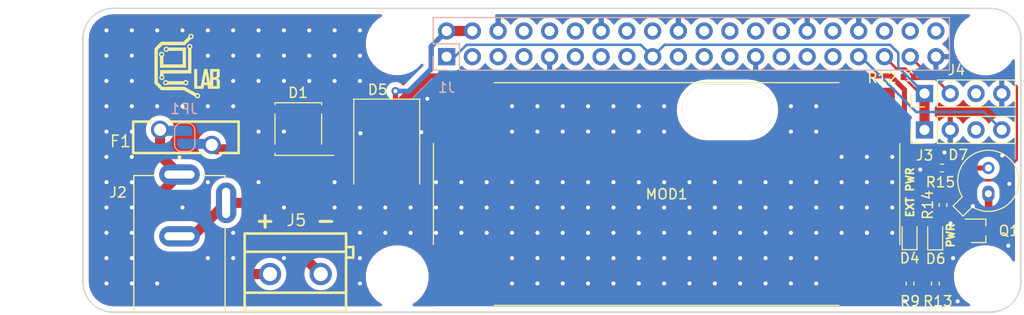
<source format=kicad_pcb>
(kicad_pcb (version 20171130) (host pcbnew "(5.1.10)-1")

  (general
    (thickness 1.6)
    (drawings 23)
    (tracks 283)
    (zones 0)
    (modules 24)
    (nets 44)
  )

  (page A4)
  (title_block
    (title "Raspberry Pi Zero (W) uHAT Template Board")
    (date 2019-02-28)
    (rev 1.0)
    (comment 1 "This PCB design is licensed under MIT Open Source License.")
  )

  (layers
    (0 F.Cu signal)
    (31 B.Cu signal)
    (32 B.Adhes user)
    (33 F.Adhes user)
    (34 B.Paste user)
    (35 F.Paste user)
    (36 B.SilkS user)
    (37 F.SilkS user)
    (38 B.Mask user)
    (39 F.Mask user)
    (40 Dwgs.User user)
    (41 Cmts.User user hide)
    (42 Eco1.User user)
    (43 Eco2.User user)
    (44 Edge.Cuts user)
    (45 Margin user)
    (46 B.CrtYd user)
    (47 F.CrtYd user)
    (48 B.Fab user hide)
    (49 F.Fab user hide)
  )

  (setup
    (last_trace_width 0.25)
    (user_trace_width 0.5)
    (user_trace_width 0.75)
    (user_trace_width 1)
    (trace_clearance 0.2)
    (zone_clearance 0.508)
    (zone_45_only no)
    (trace_min 0.2)
    (via_size 0.8)
    (via_drill 0.4)
    (via_min_size 0.4)
    (via_min_drill 0.3)
    (user_via 1 0.5)
    (user_via 1.2 0.6)
    (user_via 1.4 0.7)
    (user_via 1.6 0.8)
    (uvia_size 0.3)
    (uvia_drill 0.1)
    (uvias_allowed no)
    (uvia_min_size 0.2)
    (uvia_min_drill 0.1)
    (edge_width 0.15)
    (segment_width 0.2)
    (pcb_text_width 0.3)
    (pcb_text_size 1.5 1.5)
    (mod_edge_width 0.15)
    (mod_text_size 1 1)
    (mod_text_width 0.15)
    (pad_size 1.524 1.524)
    (pad_drill 0.762)
    (pad_to_mask_clearance 0.051)
    (solder_mask_min_width 0.25)
    (aux_axis_origin 0 0)
    (visible_elements 7FFFFFFF)
    (pcbplotparams
      (layerselection 0x010fc_ffffffff)
      (usegerberextensions true)
      (usegerberattributes false)
      (usegerberadvancedattributes false)
      (creategerberjobfile false)
      (excludeedgelayer true)
      (linewidth 0.100000)
      (plotframeref false)
      (viasonmask false)
      (mode 1)
      (useauxorigin false)
      (hpglpennumber 1)
      (hpglpenspeed 20)
      (hpglpendiameter 15.000000)
      (psnegative false)
      (psa4output false)
      (plotreference true)
      (plotvalue false)
      (plotinvisibletext false)
      (padsonsilk false)
      (subtractmaskfromsilk true)
      (outputformat 1)
      (mirror false)
      (drillshape 0)
      (scaleselection 1)
      (outputdirectory "prod/"))
  )

  (net 0 "")
  (net 1 +5V)
  (net 2 GND)
  (net 3 /GPIO13)
  (net 4 /GPIO19)
  (net 5 /GPIO26)
  (net 6 +VDC)
  (net 7 "Net-(D4-Pad1)")
  (net 8 "Net-(D6-Pad1)")
  (net 9 "Net-(D7-Pad1)")
  (net 10 "Net-(D7-Pad2)")
  (net 11 +3.3VP)
  (net 12 "Net-(Q1-Pad1)")
  (net 13 VDC)
  (net 14 /IN-)
  (net 15 /IN+)
  (net 16 /GPIO2_SDA1)
  (net 17 /GPIO3_SCL1)
  (net 18 /GPIO4_GPIO_GCLK)
  (net 19 /GPIO14_TXD0)
  (net 20 /GPIO15_RXD0)
  (net 21 /GPIO17_GEN0)
  (net 22 /GPIO18_GEN1)
  (net 23 /GPIO27_GEN2)
  (net 24 /GPIO22_GEN3)
  (net 25 /GPIO23_GEN4)
  (net 26 /GPIO24_GEN5)
  (net 27 /GPIO10_SPI_MOSI)
  (net 28 /GPIO9_SPI_MISO)
  (net 29 /GPIO25_GEN6)
  (net 30 /GPIO11_SPI_SCLK)
  (net 31 /GPIO8_SPI_CE0_N)
  (net 32 /GPIO7_SPI_CE1_N)
  (net 33 /ID_SD)
  (net 34 /ID_SC)
  (net 35 /GPIO5)
  (net 36 /GPIO6)
  (net 37 /GPIO12)
  (net 38 /GPIO16)
  (net 39 /GPIO20)
  (net 40 /GPIO21)
  (net 41 "Net-(J3-Pad3)")
  (net 42 "Net-(J4-Pad3)")
  (net 43 "Net-(D1-Pad4)")

  (net_class Default "This is the default net class."
    (clearance 0.2)
    (trace_width 0.25)
    (via_dia 0.8)
    (via_drill 0.4)
    (uvia_dia 0.3)
    (uvia_drill 0.1)
    (add_net +3.3VP)
    (add_net +5V)
    (add_net +VDC)
    (add_net /GPIO10_SPI_MOSI)
    (add_net /GPIO11_SPI_SCLK)
    (add_net /GPIO12)
    (add_net /GPIO13)
    (add_net /GPIO14_TXD0)
    (add_net /GPIO15_RXD0)
    (add_net /GPIO16)
    (add_net /GPIO17_GEN0)
    (add_net /GPIO18_GEN1)
    (add_net /GPIO19)
    (add_net /GPIO20)
    (add_net /GPIO21)
    (add_net /GPIO22_GEN3)
    (add_net /GPIO23_GEN4)
    (add_net /GPIO24_GEN5)
    (add_net /GPIO25_GEN6)
    (add_net /GPIO26)
    (add_net /GPIO27_GEN2)
    (add_net /GPIO2_SDA1)
    (add_net /GPIO3_SCL1)
    (add_net /GPIO4_GPIO_GCLK)
    (add_net /GPIO5)
    (add_net /GPIO6)
    (add_net /GPIO7_SPI_CE1_N)
    (add_net /GPIO8_SPI_CE0_N)
    (add_net /GPIO9_SPI_MISO)
    (add_net /ID_SC)
    (add_net /ID_SD)
    (add_net /IN+)
    (add_net /IN-)
    (add_net GND)
    (add_net "Net-(D1-Pad4)")
    (add_net "Net-(D4-Pad1)")
    (add_net "Net-(D6-Pad1)")
    (add_net "Net-(D7-Pad1)")
    (add_net "Net-(D7-Pad2)")
    (add_net "Net-(J3-Pad3)")
    (add_net "Net-(J4-Pad3)")
    (add_net "Net-(Q1-Pad1)")
    (add_net VDC)
  )

  (module user-footprints:LOGO_eLAB_c=8,1mm (layer F.Cu) (tedit 0) (tstamp 61C67466)
    (at 100.25 96.75)
    (attr smd)
    (fp_text reference G*** (at 0 0) (layer F.SilkS) hide
      (effects (font (size 1.524 1.524) (thickness 0.3)))
    )
    (fp_text value LOGO (at 3.5 -10.25) (layer F.SilkS) hide
      (effects (font (size 1.524 1.524) (thickness 0.3)))
    )
    (fp_poly (pts (xy -1.943135 -1.907631) (xy -1.881218 -1.887909) (xy -1.825836 -1.852663) (xy -1.82232 -1.849703)
      (xy -1.78755 -1.819941) (xy -0.921291 -1.81802) (xy -0.055033 -1.816099) (xy -0.052881 -0.819149)
      (xy -0.05073 0.177801) (xy -2.616199 0.177801) (xy -2.616199 -0.928011) (xy -2.644532 -0.955472)
      (xy -2.681711 -1.001639) (xy -2.705202 -1.055606) (xy -2.715858 -1.119397) (xy -2.716235 -1.126066)
      (xy -2.715687 -1.135386) (xy -2.590768 -1.135386) (xy -2.583289 -1.090995) (xy -2.562787 -1.05433)
      (xy -2.532051 -1.027051) (xy -2.493869 -1.010821) (xy -2.451029 -1.007301) (xy -2.406318 -1.018152)
      (xy -2.399296 -1.021277) (xy -2.363884 -1.046462) (xy -2.341101 -1.08262) (xy -2.330685 -1.130179)
      (xy -2.33041 -1.133979) (xy -2.334388 -1.181923) (xy -2.352129 -1.220765) (xy -2.382363 -1.249195)
      (xy -2.42382 -1.265907) (xy -2.462447 -1.269968) (xy -2.496043 -1.267469) (xy -2.522442 -1.258086)
      (xy -2.540501 -1.246716) (xy -2.568209 -1.221109) (xy -2.584233 -1.189924) (xy -2.590499 -1.148896)
      (xy -2.590768 -1.135386) (xy -2.715687 -1.135386) (xy -2.712175 -1.195012) (xy -2.693144 -1.25609)
      (xy -2.659337 -1.308964) (xy -2.61095 -1.353295) (xy -2.570019 -1.378284) (xy -2.54375 -1.390271)
      (xy -2.518492 -1.397058) (xy -2.487599 -1.399977) (xy -2.459566 -1.400434) (xy -2.421049 -1.399419)
      (xy -2.392702 -1.39547) (xy -2.367835 -1.387233) (xy -2.348414 -1.37793) (xy -2.293589 -1.341767)
      (xy -2.249683 -1.294745) (xy -2.229441 -1.263927) (xy -2.21604 -1.236592) (xy -2.207991 -1.206927)
      (xy -2.203604 -1.168267) (xy -2.203077 -1.159917) (xy -2.202601 -1.109432) (xy -2.209011 -1.068413)
      (xy -2.224089 -1.030179) (xy -2.248481 -0.989736) (xy -2.27722 -0.947029) (xy -2.277701 -0.547598)
      (xy -2.278182 -0.148166) (xy -2.210124 -0.148389) (xy -2.192303 -0.148438) (xy -2.158777 -0.14852)
      (xy -2.110776 -0.148633) (xy -2.049528 -0.148774) (xy -1.976263 -0.148939) (xy -1.892209 -0.149128)
      (xy -1.798596 -0.149335) (xy -1.696652 -0.14956) (xy -1.587606 -0.149799) (xy -1.472687 -0.150049)
      (xy -1.353125 -0.150308) (xy -1.261533 -0.150506) (xy -0.381 -0.1524) (xy -0.381 -1.490133)
      (xy -1.788464 -1.490133) (xy -1.818661 -1.463619) (xy -1.870728 -1.42687) (xy -1.927396 -1.405117)
      (xy -1.991912 -1.397165) (xy -1.99951 -1.397082) (xy -2.036411 -1.398027) (xy -2.064121 -1.402169)
      (xy -2.090325 -1.411298) (xy -2.117782 -1.42464) (xy -2.171028 -1.460965) (xy -2.2125 -1.507295)
      (xy -2.241341 -1.561054) (xy -2.256693 -1.619666) (xy -2.257202 -1.650442) (xy -2.127494 -1.650442)
      (xy -2.121789 -1.608156) (xy -2.111086 -1.581627) (xy -2.085116 -1.552475) (xy -2.049022 -1.533036)
      (xy -2.007212 -1.524333) (xy -1.964096 -1.527388) (xy -1.930267 -1.539698) (xy -1.896063 -1.566047)
      (xy -1.87454 -1.599663) (xy -1.864948 -1.637522) (xy -1.866534 -1.6766) (xy -1.878547 -1.713872)
      (xy -1.900236 -1.746316) (xy -1.930848 -1.770906) (xy -1.969631 -1.78462) (xy -1.991611 -1.786453)
      (xy -2.035998 -1.780176) (xy -2.075201 -1.762847) (xy -2.104416 -1.736775) (xy -2.109095 -1.729983)
      (xy -2.12323 -1.693481) (xy -2.127494 -1.650442) (xy -2.257202 -1.650442) (xy -2.257701 -1.680556)
      (xy -2.243506 -1.741148) (xy -2.231914 -1.767663) (xy -2.194801 -1.82437) (xy -2.148091 -1.867136)
      (xy -2.091993 -1.895825) (xy -2.026716 -1.910301) (xy -2.010833 -1.911582) (xy -1.943135 -1.907631)) (layer F.SilkS) (width 0.01))
    (fp_poly (pts (xy 0.394643 -2.162955) (xy 0.450625 -2.139114) (xy 0.500487 -2.101371) (xy 0.54228 -2.050465)
      (xy 0.564828 -2.009293) (xy 0.576133 -1.981946) (xy 0.582072 -1.957968) (xy 0.583733 -1.930411)
      (xy 0.582468 -1.896755) (xy 0.572176 -1.832782) (xy 0.548406 -1.777514) (xy 0.509766 -1.727798)
      (xy 0.506485 -1.72446) (xy 0.482658 -1.700554) (xy 0.480512 -0.47986) (xy 0.478367 0.740834)
      (xy -2.277533 0.745118) (xy -2.277533 0.916998) (xy -2.236508 0.960376) (xy -2.200191 1.007008)
      (xy -2.17806 1.05672) (xy -2.16878 1.113339) (xy -2.168929 1.154224) (xy -2.180093 1.220552)
      (xy -2.205865 1.278384) (xy -2.245973 1.327297) (xy -2.300143 1.366872) (xy -2.3114 1.372989)
      (xy -2.344373 1.384658) (xy -2.387035 1.392372) (xy -2.43303 1.395683) (xy -2.476 1.394144)
      (xy -2.509589 1.387305) (xy -2.510366 1.38702) (xy -2.556244 1.363293) (xy -2.600342 1.328755)
      (xy -2.638041 1.287818) (xy -2.664719 1.244891) (xy -2.66845 1.236134) (xy -2.685727 1.170877)
      (xy -2.685969 1.134534) (xy -2.556888 1.134534) (xy -2.549634 1.181193) (xy -2.529623 1.219824)
      (xy -2.499556 1.248767) (xy -2.462133 1.266362) (xy -2.420055 1.270947) (xy -2.376023 1.260863)
      (xy -2.362067 1.254324) (xy -2.32607 1.227326) (xy -2.303863 1.191357) (xy -2.294772 1.145214)
      (xy -2.294466 1.13343) (xy -2.295314 1.105157) (xy -2.299763 1.085721) (xy -2.310675 1.068281)
      (xy -2.330908 1.045998) (xy -2.331115 1.045783) (xy -2.352223 1.024735) (xy -2.368563 1.013295)
      (xy -2.386759 1.008546) (xy -2.413438 1.007568) (xy -2.417898 1.007565) (xy -2.468186 1.014248)
      (xy -2.508528 1.03338) (xy -2.53753 1.063686) (xy -2.5538 1.103895) (xy -2.556888 1.134534)
      (xy -2.685969 1.134534) (xy -2.686152 1.107276) (xy -2.669725 1.045338) (xy -2.641019 0.991745)
      (xy -2.607733 0.941899) (xy -2.607733 0.414867) (xy 0.152401 0.414867) (xy 0.152401 -1.71165)
      (xy 0.122879 -1.747677) (xy 0.089282 -1.801211) (xy 0.069691 -1.86078) (xy 0.065825 -1.907766)
      (xy 0.194765 -1.907766) (xy 0.195948 -1.875938) (xy 0.200817 -1.854304) (xy 0.211284 -1.836216)
      (xy 0.217597 -1.828327) (xy 0.254057 -1.796978) (xy 0.296607 -1.780861) (xy 0.342907 -1.780524)
      (xy 0.378214 -1.790758) (xy 0.41611 -1.814695) (xy 0.442096 -1.847797) (xy 0.455759 -1.886801)
      (xy 0.456684 -1.928439) (xy 0.444461 -1.969448) (xy 0.418674 -2.006561) (xy 0.406902 -2.017578)
      (xy 0.387815 -2.031152) (xy 0.367732 -2.038073) (xy 0.339746 -2.040373) (xy 0.32913 -2.040466)
      (xy 0.277932 -2.035109) (xy 0.239451 -2.018684) (xy 0.213148 -1.990657) (xy 0.198484 -1.950497)
      (xy 0.194765 -1.907766) (xy 0.065825 -1.907766) (xy 0.06458 -1.922891) (xy 0.074427 -1.984049)
      (xy 0.086314 -2.015846) (xy 0.112514 -2.064022) (xy 0.142903 -2.100126) (xy 0.182157 -2.12901)
      (xy 0.209475 -2.143703) (xy 0.272119 -2.165987) (xy 0.334492 -2.172159) (xy 0.394643 -2.162955)) (layer F.SilkS) (width 0.01))
    (fp_poly (pts (xy -0.034149 1.393804) (xy -0.006139 1.3975) (xy 0.019132 1.405603) (xy 0.045377 1.417904)
      (xy 0.098679 1.453214) (xy 0.139554 1.49725) (xy 0.168154 1.54771) (xy 0.184629 1.602293)
      (xy 0.18913 1.658699) (xy 0.181809 1.714627) (xy 0.162816 1.767776) (xy 0.132303 1.815845)
      (xy 0.09042 1.856535) (xy 0.03732 1.887543) (xy 0.013956 1.8964) (xy -0.040726 1.909898)
      (xy -0.090553 1.911515) (xy -0.140607 1.900777) (xy -0.19597 1.877211) (xy -0.196891 1.876746)
      (xy -0.258233 1.845658) (xy -1.858433 1.845658) (xy -1.920442 1.877084) (xy -1.984245 1.902058)
      (xy -2.046382 1.912) (xy -2.104746 1.906648) (xy -2.1209 1.90212) (xy -2.161689 1.886647)
      (xy -2.19362 1.868486) (xy -2.224652 1.842969) (xy -2.229547 1.838383) (xy -2.270807 1.788405)
      (xy -2.297654 1.731682) (xy -2.309472 1.67083) (xy -2.307199 1.633799) (xy -2.182954 1.633799)
      (xy -2.182424 1.674874) (xy -2.169266 1.712582) (xy -2.145614 1.744676) (xy -2.113603 1.768913)
      (xy -2.075367 1.783045) (xy -2.03304 1.784827) (xy -1.994744 1.774666) (xy -1.959929 1.751725)
      (xy -1.934113 1.718176) (xy -1.91884 1.678296) (xy -1.916432 1.646564) (xy -0.203679 1.646564)
      (xy -0.199333 1.68725) (xy -0.18269 1.724802) (xy -0.153855 1.755699) (xy -0.135162 1.767417)
      (xy -0.093581 1.783029) (xy -0.054562 1.784029) (xy -0.012348 1.770555) (xy -0.011891 1.770348)
      (xy 0.023113 1.746248) (xy 0.047283 1.712978) (xy 0.06034 1.674139) (xy 0.062003 1.63333)
      (xy 0.05199 1.594152) (xy 0.030022 1.560205) (xy 0.006009 1.540633) (xy -0.028441 1.527737)
      (xy -0.069922 1.523778) (xy -0.111089 1.528743) (xy -0.141894 1.540888) (xy -0.175064 1.569863)
      (xy -0.195624 1.606261) (xy -0.203679 1.646564) (xy -1.916432 1.646564) (xy -1.915657 1.636359)
      (xy -1.926109 1.596644) (xy -1.928622 1.591734) (xy -1.956465 1.555331) (xy -1.993013 1.533037)
      (xy -2.039405 1.524209) (xy -2.048933 1.524001) (xy -2.097293 1.530487) (xy -2.135471 1.550284)
      (xy -2.164362 1.583899) (xy -2.168723 1.591602) (xy -2.182954 1.633799) (xy -2.307199 1.633799)
      (xy -2.305643 1.608464) (xy -2.293715 1.566334) (xy -2.262441 1.505586) (xy -2.219941 1.457236)
      (xy -2.167222 1.421974) (xy -2.10529 1.40049) (xy -2.041303 1.393487) (xy -2.00515 1.393995)
      (xy -1.978881 1.397525) (xy -1.955513 1.405631) (xy -1.931624 1.417882) (xy -1.899821 1.438877)
      (xy -1.868588 1.464811) (xy -1.854356 1.479265) (xy -1.822431 1.515534) (xy -0.300146 1.515534)
      (xy -0.264475 1.477629) (xy -0.235839 1.451604) (xy -0.202155 1.42706) (xy -0.184252 1.416492)
      (xy -0.157306 1.403972) (xy -0.132099 1.39683) (xy -0.101855 1.393651) (xy -0.071966 1.393014)
      (xy -0.034149 1.393804)) (layer F.SilkS) (width 0.01))
    (fp_poly (pts (xy 2.064929 0.340599) (xy 2.071322 0.374475) (xy 2.078459 0.414426) (xy 2.082865 0.440267)
      (xy 2.087575 0.46721) (xy 2.094783 0.506659) (xy 2.103724 0.554503) (xy 2.113631 0.606632)
      (xy 2.12073 0.643467) (xy 2.131172 0.697439) (xy 2.14381 0.762967) (xy 2.157666 0.834973)
      (xy 2.171764 0.908378) (xy 2.185127 0.978105) (xy 2.188328 0.994834) (xy 2.210014 1.108229)
      (xy 2.228767 1.206301) (xy 2.244837 1.290358) (xy 2.258473 1.361706) (xy 2.269924 1.421654)
      (xy 2.279441 1.471511) (xy 2.287273 1.512583) (xy 2.293669 1.546179) (xy 2.29888 1.573607)
      (xy 2.303155 1.596174) (xy 2.306743 1.615189) (xy 2.307831 1.620974) (xy 2.313906 1.652391)
      (xy 2.31888 1.676472) (xy 2.321903 1.689154) (xy 2.322297 1.690123) (xy 2.322544 1.682149)
      (xy 2.322721 1.658489) (xy 2.32283 1.620392) (xy 2.322871 1.569108) (xy 2.322845 1.505883)
      (xy 2.322755 1.431966) (xy 2.322628 1.363134) (xy 2.624667 1.363134) (xy 2.624667 1.998134)
      (xy 2.988734 1.998134) (xy 2.988734 1.456371) (xy 2.917949 1.409752) (xy 2.847163 1.363134)
      (xy 2.624667 1.363134) (xy 2.322628 1.363134) (xy 2.322601 1.348606) (xy 2.322384 1.257051)
      (xy 2.322107 1.158548) (xy 2.32177 1.054347) (xy 2.321572 0.998631) (xy 2.319969 0.558801)
      (xy 2.624667 0.558801) (xy 2.624667 1.118938) (xy 2.73528 1.114198) (xy 2.777449 1.111981)
      (xy 2.813824 1.109301) (xy 2.840879 1.106473) (xy 2.855091 1.103812) (xy 2.85593 1.103427)
      (xy 2.867143 1.095882) (xy 2.888085 1.081152) (xy 2.9148 1.062028) (xy 2.923117 1.056019)
      (xy 2.980267 1.014642) (xy 2.980267 0.558801) (xy 2.624667 0.558801) (xy 2.319969 0.558801)
      (xy 2.319044 0.30533) (xy 2.339318 0.300241) (xy 2.351676 0.299274) (xy 2.379218 0.298479)
      (xy 2.420195 0.297865) (xy 2.47286 0.297442) (xy 2.535462 0.297221) (xy 2.606255 0.29721)
      (xy 2.683489 0.297421) (xy 2.76518 0.29786) (xy 2.859848 0.298544) (xy 2.939057 0.299261)
      (xy 3.004282 0.300069) (xy 3.056996 0.301024) (xy 3.098674 0.302184) (xy 3.130791 0.303605)
      (xy 3.15482 0.305346) (xy 3.172236 0.307462) (xy 3.184513 0.310013) (xy 3.193126 0.313053)
      (xy 3.196167 0.314579) (xy 3.235886 0.345253) (xy 3.262459 0.38541) (xy 3.266961 0.397081)
      (xy 3.269474 0.413184) (xy 3.271621 0.443776) (xy 3.273397 0.486417) (xy 3.274799 0.538664)
      (xy 3.275824 0.598078) (xy 3.276467 0.662217) (xy 3.276724 0.728642) (xy 3.276592 0.79491)
      (xy 3.276066 0.858582) (xy 3.275143 0.917217) (xy 3.273819 0.968374) (xy 3.27209 1.009611)
      (xy 3.269952 1.03849) (xy 3.267998 1.050863) (xy 3.253815 1.087125) (xy 3.23137 1.119183)
      (xy 3.198026 1.149983) (xy 3.151149 1.182472) (xy 3.1493 1.183633) (xy 3.118851 1.203145)
      (xy 3.094434 1.219643) (xy 3.079226 1.230932) (xy 3.075785 1.234433) (xy 3.081704 1.241119)
      (xy 3.099125 1.254213) (xy 3.124976 1.2715) (xy 3.142251 1.282347) (xy 3.201107 1.323472)
      (xy 3.244199 1.364695) (xy 3.271057 1.405526) (xy 3.27726 1.422018) (xy 3.279608 1.439248)
      (xy 3.281463 1.472767) (xy 3.282815 1.52194) (xy 3.283654 1.586127) (xy 3.283969 1.664694)
      (xy 3.28375 1.757002) (xy 3.28343 1.80914) (xy 3.282769 1.896344) (xy 3.282118 1.968223)
      (xy 3.281392 2.026381) (xy 3.280506 2.072425) (xy 3.279375 2.107962) (xy 3.277916 2.134598)
      (xy 3.276042 2.153941) (xy 3.27367 2.167595) (xy 3.270715 2.177168) (xy 3.267092 2.184267)
      (xy 3.263377 2.189617) (xy 3.236347 2.219085) (xy 3.204872 2.238289) (xy 3.163655 2.250154)
      (xy 3.149332 2.252607) (xy 3.128841 2.25436) (xy 3.092673 2.255858) (xy 3.042084 2.257087)
      (xy 2.978331 2.258034) (xy 2.902668 2.258683) (xy 2.816351 2.259021) (xy 2.720636 2.259034)
      (xy 2.616778 2.258707) (xy 2.611967 2.258684) (xy 2.129367 2.256367) (xy 2.110878 2.130272)
      (xy 2.10344 2.080154) (xy 2.095923 2.030555) (xy 2.089091 1.986442) (xy 2.083704 1.95278)
      (xy 2.082596 1.946122) (xy 2.072804 1.888067) (xy 1.896687 1.888067) (xy 1.837901 1.888108)
      (xy 1.793848 1.888387) (xy 1.762327 1.889134) (xy 1.74114 1.890582) (xy 1.728085 1.892963)
      (xy 1.720961 1.896508) (xy 1.71757 1.90145) (xy 1.715931 1.907117) (xy 1.713198 1.921497)
      (xy 1.708514 1.949488) (xy 1.702382 1.987947) (xy 1.695305 2.033729) (xy 1.689178 2.074334)
      (xy 1.681522 2.123781) (xy 1.674088 2.168465) (xy 1.66744 2.205239) (xy 1.662141 2.230956)
      (xy 1.659214 2.241551) (xy 1.651364 2.260601) (xy 1.206416 2.260601) (xy 1.103834 2.260518)
      (xy 1.017064 2.260254) (xy 0.944989 2.259782) (xy 0.88649 2.259074) (xy 0.840445 2.258106)
      (xy 0.805738 2.25685) (xy 0.781248 2.25528) (xy 0.765856 2.25337) (xy 0.758443 2.251093)
      (xy 0.757439 2.250017) (xy 0.75693 2.240323) (xy 0.756478 2.214771) (xy 0.756083 2.174435)
      (xy 0.755749 2.120391) (xy 0.755476 2.053712) (xy 0.755268 1.975474) (xy 0.755125 1.886751)
      (xy 0.75505 1.788618) (xy 0.755046 1.682151) (xy 0.755114 1.568424) (xy 0.755256 1.448511)
      (xy 0.755474 1.323487) (xy 0.755588 1.270001) (xy 0.757767 0.300567) (xy 1.045634 0.300567)
      (xy 1.047782 1.143001) (xy 1.049929 1.985434) (xy 1.225582 1.983092) (xy 1.278793 1.982234)
      (xy 1.326453 1.981183) (xy 1.36589 1.980021) (xy 1.394434 1.978831) (xy 1.409411 1.977693)
      (xy 1.410755 1.977415) (xy 1.417369 1.967761) (xy 1.423515 1.946939) (xy 1.425931 1.933191)
      (xy 1.429313 1.912223) (xy 1.435392 1.877968) (xy 1.443555 1.833746) (xy 1.453189 1.782877)
      (xy 1.46368 1.728679) (xy 1.464799 1.722967) (xy 1.476773 1.66169) (xy 1.484768 1.620565)
      (xy 1.761067 1.620565) (xy 1.763105 1.625419) (xy 1.770762 1.628811) (xy 1.786352 1.630932)
      (xy 1.812191 1.631969) (xy 1.850592 1.632111) (xy 1.896876 1.631643) (xy 1.947541 1.630877)
      (xy 1.983631 1.629923) (xy 2.007508 1.628443) (xy 2.02153 1.626103) (xy 2.028056 1.622567)
      (xy 2.029446 1.617498) (xy 2.028636 1.612901) (xy 2.025668 1.597542) (xy 2.020193 1.565901)
      (xy 2.012283 1.518429) (xy 2.002013 1.455581) (xy 1.989456 1.377808) (xy 1.974686 1.285562)
      (xy 1.957775 1.179298) (xy 1.938798 1.059467) (xy 1.938618 1.058334) (xy 1.928971 0.997657)
      (xy 1.919947 0.941608) (xy 1.911951 0.892629) (xy 1.905383 0.853165) (xy 1.900646 0.825657)
      (xy 1.898203 0.812801) (xy 1.894613 0.799213) (xy 1.892497 0.800717) (xy 1.890325 0.817034)
      (xy 1.888105 0.832784) (xy 1.883461 0.863071) (xy 1.876746 0.905728) (xy 1.868312 0.958586)
      (xy 1.858509 1.019478) (xy 1.847691 1.086237) (xy 1.836208 1.156695) (xy 1.824412 1.228685)
      (xy 1.812655 1.300039) (xy 1.801289 1.368589) (xy 1.790666 1.432167) (xy 1.786337 1.457889)
      (xy 1.77818 1.506932) (xy 1.771119 1.550709) (xy 1.765612 1.586274) (xy 1.762116 1.61068)
      (xy 1.761067 1.620565) (xy 1.484768 1.620565) (xy 1.490829 1.589395) (xy 1.50588 1.511695)
      (xy 1.520838 1.434207) (xy 1.534616 1.362546) (xy 1.536938 1.350434) (xy 1.549921 1.282865)
      (xy 1.56386 1.210675) (xy 1.57779 1.13884) (xy 1.590744 1.072335) (xy 1.601757 1.016138)
      (xy 1.604288 1.003301) (xy 1.618607 0.930511) (xy 1.635307 0.845156) (xy 1.653596 0.751305)
      (xy 1.672684 0.653027) (xy 1.691779 0.55439) (xy 1.710093 0.459463) (xy 1.721108 0.402167)
      (xy 1.74061 0.300567) (xy 1.898367 0.298266) (xy 2.056123 0.295965) (xy 2.064929 0.340599)) (layer F.SilkS) (width 0.01))
    (fp_poly (pts (xy 0.501542 -3.160138) (xy 0.538817 -3.151442) (xy 0.550334 -3.146396) (xy 0.60939 -3.106721)
      (xy 0.654671 -3.058688) (xy 0.685434 -3.003444) (xy 0.700933 -2.942137) (xy 0.702734 -2.911498)
      (xy 0.695539 -2.843635) (xy 0.674376 -2.783415) (xy 0.639879 -2.732547) (xy 0.633962 -2.726208)
      (xy 0.589301 -2.689596) (xy 0.538661 -2.663812) (xy 0.486875 -2.651097) (xy 0.469855 -2.650149)
      (xy 0.427476 -2.650066) (xy 0.131234 -2.353733) (xy -0.165009 -2.0574) (xy -1.265366 -2.057399)
      (xy -2.365723 -2.057399) (xy -2.596795 -1.826888) (xy -2.827866 -1.596377) (xy -2.827866 1.596081)
      (xy -2.59286 1.830974) (xy -2.357855 2.065867) (xy -0.20596 2.065867) (xy -0.011963 2.172566)
      (xy 0.054402 2.209041) (xy 0.128842 2.249911) (xy 0.206015 2.292247) (xy 0.280576 2.333116)
      (xy 0.347182 2.369587) (xy 0.364067 2.378825) (xy 0.424898 2.412098) (xy 0.495753 2.450855)
      (xy 0.571797 2.492455) (xy 0.6482 2.534253) (xy 0.72013 2.573605) (xy 0.755451 2.592931)
      (xy 0.964802 2.707475) (xy 0.996751 2.696076) (xy 1.04226 2.686364) (xy 1.094359 2.685372)
      (xy 1.145232 2.692923) (xy 1.168062 2.69996) (xy 1.224509 2.729119) (xy 1.271038 2.770651)
      (xy 1.303867 2.816104) (xy 1.318113 2.840841) (xy 1.326872 2.860949) (xy 1.33147 2.88206)
      (xy 1.333236 2.909804) (xy 1.333501 2.941824) (xy 1.330213 2.999554) (xy 1.319158 3.046259)
      (xy 1.298541 3.086758) (xy 1.266571 3.125868) (xy 1.264086 3.128446) (xy 1.21944 3.165143)
      (xy 1.168694 3.188357) (xy 1.109006 3.199189) (xy 1.078736 3.200318) (xy 1.040578 3.199437)
      (xy 1.012221 3.195686) (xy 0.986587 3.187569) (xy 0.959698 3.175145) (xy 0.921915 3.154064)
      (xy 0.89378 3.131795) (xy 0.870691 3.103625) (xy 0.848049 3.064845) (xy 0.843612 3.056269)
      (xy 0.831887 3.034181) (xy 0.820896 3.017584) (xy 0.807466 3.003742) (xy 0.788424 2.989923)
      (xy 0.760596 2.973392) (xy 0.72384 2.953073) (xy 0.716622 2.949122) (xy 0.944446 2.949122)
      (xy 0.952398 2.99121) (xy 0.971457 3.02865) (xy 1.000717 3.056737) (xy 1.001525 3.05725)
      (xy 1.032412 3.069112) (xy 1.070636 3.073327) (xy 1.110108 3.070249) (xy 1.144736 3.060235)
      (xy 1.164559 3.047747) (xy 1.194924 3.008977) (xy 1.209499 2.965299) (xy 1.20794 2.918743)
      (xy 1.193304 2.877694) (xy 1.168886 2.84685) (xy 1.133745 2.823935) (xy 1.093426 2.812183)
      (xy 1.079501 2.811306) (xy 1.043165 2.817882) (xy 1.005713 2.835054) (xy 0.974617 2.858988)
      (xy 0.965478 2.869811) (xy 0.948504 2.907087) (xy 0.944446 2.949122) (xy 0.716622 2.949122)
      (xy 0.541287 2.853157) (xy 0.364797 2.756499) (xy 0.196438 2.66423) (xy 0.038275 2.577484)
      (xy -0.107624 2.497393) (xy -0.143915 2.477458) (xy -0.292064 2.396067) (xy -2.497676 2.396067)
      (xy -2.827871 2.066617) (xy -3.158066 1.737166) (xy -3.158066 -1.731352) (xy -2.830024 -2.059476)
      (xy -2.501981 -2.387599) (xy -1.401079 -2.3876) (xy -0.300176 -2.3876) (xy -0.057619 -2.631016)
      (xy 0.184938 -2.874433) (xy 0.185058 -2.904066) (xy 0.313293 -2.904066) (xy 0.320145 -2.856376)
      (xy 0.340778 -2.818481) (xy 0.375315 -2.790176) (xy 0.381001 -2.787103) (xy 0.423358 -2.772963)
      (xy 0.466034 -2.772202) (xy 0.504227 -2.784663) (xy 0.514795 -2.791475) (xy 0.548227 -2.823745)
      (xy 0.567149 -2.861487) (xy 0.57336 -2.897365) (xy 0.570432 -2.945435) (xy 0.553588 -2.984063)
      (xy 0.522496 -3.013919) (xy 0.512234 -3.020216) (xy 0.468182 -3.036544) (xy 0.424876 -3.037694)
      (xy 0.385081 -3.025281) (xy 0.351565 -3.00092) (xy 0.327094 -2.966227) (xy 0.314433 -2.922815)
      (xy 0.313293 -2.904066) (xy 0.185058 -2.904066) (xy 0.185118 -2.91886) (xy 0.193528 -2.977138)
      (xy 0.217111 -3.032722) (xy 0.254107 -3.082925) (xy 0.302753 -3.125062) (xy 0.331936 -3.142822)
      (xy 0.36578 -3.154776) (xy 0.409206 -3.16171) (xy 0.456399 -3.163529) (xy 0.501542 -3.160138)) (layer F.SilkS) (width 0.01))
  )

  (module CON-SOCJ-2155:GRAVITECH_CON-SOCJ-2155 (layer F.Cu) (tedit 61C10CEE) (tstamp 61C13047)
    (at 99.555 113.577 90)
    (path /61C4808D)
    (fp_text reference J2 (at 4.327 -6.055 180) (layer F.SilkS)
      (effects (font (size 1 1) (thickness 0.15)))
    )
    (fp_text value Barrel_Jack (at 6.985 6.985 90) (layer F.Fab)
      (effects (font (size 1 1) (thickness 0.15)))
    )
    (fp_circle (center 7.8 0) (end 7.9 0) (layer F.Fab) (width 0.2))
    (fp_circle (center 7.8 0) (end 7.9 0) (layer F.SilkS) (width 0.2))
    (fp_line (start -7.75 5.85) (end -7.75 -4.75) (layer F.CrtYd) (width 0.05))
    (fp_line (start 7.35 5.85) (end -7.75 5.85) (layer F.CrtYd) (width 0.05))
    (fp_line (start 7.35 -4.75) (end 7.35 5.85) (layer F.CrtYd) (width 0.05))
    (fp_line (start -7.75 -4.75) (end 7.35 -4.75) (layer F.CrtYd) (width 0.05))
    (fp_line (start -7.5 4.5) (end -7.5 -4.5) (layer F.SilkS) (width 0.127))
    (fp_line (start 0.95 4.5) (end -7.5 4.5) (layer F.SilkS) (width 0.127))
    (fp_line (start 6 4.5) (end 5.65 4.5) (layer F.SilkS) (width 0.127))
    (fp_line (start 6 2.35) (end 6 4.5) (layer F.SilkS) (width 0.127))
    (fp_line (start 6 -4.5) (end 6 -2.35) (layer F.SilkS) (width 0.127))
    (fp_line (start -7.5 -4.5) (end 6 -4.5) (layer F.SilkS) (width 0.127))
    (fp_line (start -7.5 4.5) (end -7.5 -4.5) (layer F.Fab) (width 0.127))
    (fp_line (start 6 4.5) (end -7.5 4.5) (layer F.Fab) (width 0.127))
    (fp_line (start 6 -4.5) (end 6 4.5) (layer F.Fab) (width 0.127))
    (fp_line (start -7.5 -4.5) (end 6 -4.5) (layer F.Fab) (width 0.127))
    (pad 2 thru_hole oval (at 3.3 4.6 90) (size 4 2) (drill oval 3 0.8) (layers *.Cu *.Mask)
      (net 14 /IN-))
    (pad 1 thru_hole oval (at 6.1 0 90) (size 2 4) (drill oval 0.8 3) (layers *.Cu *.Mask)
      (net 15 /IN+))
    (pad 3 thru_hole oval (at 0 0 90) (size 2 4) (drill oval 0.8 3) (layers *.Cu *.Mask)
      (net 14 /IN-))
  )

  (module Connector_PinHeader_2.54mm:PinHeader_1x04_P2.54mm_Vertical (layer F.Cu) (tedit 59FED5CC) (tstamp 607B3289)
    (at 173.032 99.468 90)
    (descr "Through hole straight pin header, 1x04, 2.54mm pitch, single row")
    (tags "Through hole pin header THT 1x04 2.54mm single row")
    (path /60840184)
    (fp_text reference J4 (at 2.313 3.1424 180) (layer F.SilkS)
      (effects (font (size 1 1) (thickness 0.15)))
    )
    (fp_text value DH22T (at 0 9.95 90) (layer F.Fab)
      (effects (font (size 1 1) (thickness 0.15)))
    )
    (fp_line (start -0.635 -1.27) (end 1.27 -1.27) (layer F.Fab) (width 0.1))
    (fp_line (start 1.27 -1.27) (end 1.27 8.89) (layer F.Fab) (width 0.1))
    (fp_line (start 1.27 8.89) (end -1.27 8.89) (layer F.Fab) (width 0.1))
    (fp_line (start -1.27 8.89) (end -1.27 -0.635) (layer F.Fab) (width 0.1))
    (fp_line (start -1.27 -0.635) (end -0.635 -1.27) (layer F.Fab) (width 0.1))
    (fp_line (start -1.33 8.95) (end 1.33 8.95) (layer F.SilkS) (width 0.12))
    (fp_line (start -1.33 1.27) (end -1.33 8.95) (layer F.SilkS) (width 0.12))
    (fp_line (start 1.33 1.27) (end 1.33 8.95) (layer F.SilkS) (width 0.12))
    (fp_line (start -1.33 1.27) (end 1.33 1.27) (layer F.SilkS) (width 0.12))
    (fp_line (start -1.33 0) (end -1.33 -1.33) (layer F.SilkS) (width 0.12))
    (fp_line (start -1.33 -1.33) (end 0 -1.33) (layer F.SilkS) (width 0.12))
    (fp_line (start -1.8 -1.8) (end -1.8 9.4) (layer F.CrtYd) (width 0.05))
    (fp_line (start -1.8 9.4) (end 1.8 9.4) (layer F.CrtYd) (width 0.05))
    (fp_line (start 1.8 9.4) (end 1.8 -1.8) (layer F.CrtYd) (width 0.05))
    (fp_line (start 1.8 -1.8) (end -1.8 -1.8) (layer F.CrtYd) (width 0.05))
    (fp_text user %R (at 0 3.81) (layer F.Fab)
      (effects (font (size 1 1) (thickness 0.15)))
    )
    (pad 1 thru_hole rect (at 0 0 90) (size 1.7 1.7) (drill 1) (layers *.Cu *.Mask)
      (net 11 +3.3VP))
    (pad 2 thru_hole oval (at 0 2.54 90) (size 1.7 1.7) (drill 1) (layers *.Cu *.Mask)
      (net 4 /GPIO19))
    (pad 3 thru_hole oval (at 0 5.08 90) (size 1.7 1.7) (drill 1) (layers *.Cu *.Mask)
      (net 42 "Net-(J4-Pad3)"))
    (pad 4 thru_hole oval (at 0 7.62 90) (size 1.7 1.7) (drill 1) (layers *.Cu *.Mask)
      (net 2 GND))
    (model ${KISYS3DMOD}/Connector_PinHeader_2.54mm.3dshapes/PinHeader_1x04_P2.54mm_Vertical.wrl
      (at (xyz 0 0 0))
      (scale (xyz 1 1 1))
      (rotate (xyz 0 0 0))
    )
  )

  (module user-footprints:Module_LM2596HVS (layer F.Cu) (tedit 610C42C9) (tstamp 610CA23B)
    (at 147.6 109.4 270)
    (path /613DBB75)
    (fp_text reference MOD1 (at 0.0232 0.0006 180) (layer F.SilkS)
      (effects (font (size 1 1) (thickness 0.15)))
    )
    (fp_text value LM2596HVS (at 0 25 90) (layer F.Fab)
      (effects (font (size 1 1) (thickness 0.15)))
    )
    (fp_line (start -11 17) (end -11 -17) (layer F.SilkS) (width 0.12))
    (fp_line (start 11 -17) (end 11 17) (layer F.SilkS) (width 0.12))
    (fp_line (start -5 -23) (end 5 -23) (layer F.SilkS) (width 0.12))
    (fp_line (start -5 23) (end 5 23) (layer F.SilkS) (width 0.12))
    (pad 4 smd rect (at -8 -20 270) (size 5 5) (layers F.Cu F.Paste F.Mask)
      (net 13 VDC))
    (pad 3 smd rect (at 8 -20 270) (size 5 5) (layers F.Cu F.Paste F.Mask)
      (net 2 GND))
    (pad 2 smd rect (at -8 20 270) (size 5 5) (layers F.Cu F.Paste F.Mask)
      (net 6 +VDC))
    (pad 1 smd rect (at 8 20 270) (size 5 5) (layers F.Cu F.Paste F.Mask)
      (net 2 GND))
    (pad "" np_thru_hole roundrect (at -8.3 -6 270) (size 5 9) (drill oval 5 9) (layers *.Cu *.Mask F.SilkS) (roundrect_rratio 0.5))
  )

  (module lib:PinSocket_2x20_P2.54mm_Vertical_Centered_Anchor (layer B.Cu) (tedit 5C78E1B8) (tstamp 5C78EB08)
    (at 125.902 95.838 270)
    (descr "Through hole straight socket strip, 2x20, 2.54mm pitch, double cols (from Kicad 4.0.7), script generated")
    (tags "Through hole socket strip THT 2x20 2.54mm double row")
    (path /5C77771F)
    (fp_text reference J1 (at 3.049 0.007) (layer B.SilkS)
      (effects (font (size 1 1) (thickness 0.15)) (justify mirror))
    )
    (fp_text value GPIO_CONNECTOR (at 2.7 -27.3) (layer B.Fab)
      (effects (font (size 1 1) (thickness 0.15)) (justify mirror))
    )
    (fp_line (start -3.81 1.27) (end 0.27 1.27) (layer B.Fab) (width 0.1))
    (fp_line (start 0.27 1.27) (end 1.27 0.27) (layer B.Fab) (width 0.1))
    (fp_line (start 1.27 0.27) (end 1.27 -49.53) (layer B.Fab) (width 0.1))
    (fp_line (start 1.27 -49.53) (end -3.81 -49.53) (layer B.Fab) (width 0.1))
    (fp_line (start -3.81 -49.53) (end -3.81 1.27) (layer B.Fab) (width 0.1))
    (fp_line (start -3.87 1.33) (end -1.27 1.33) (layer B.SilkS) (width 0.12))
    (fp_line (start -3.87 1.33) (end -3.87 -49.59) (layer B.SilkS) (width 0.12))
    (fp_line (start -3.87 -49.59) (end 1.33 -49.59) (layer B.SilkS) (width 0.12))
    (fp_line (start 1.33 -1.27) (end 1.33 -49.59) (layer B.SilkS) (width 0.12))
    (fp_line (start -1.27 -1.27) (end 1.33 -1.27) (layer B.SilkS) (width 0.12))
    (fp_line (start -1.27 1.33) (end -1.27 -1.27) (layer B.SilkS) (width 0.12))
    (fp_line (start 1.33 1.33) (end 1.33 0) (layer B.SilkS) (width 0.12))
    (fp_line (start 0 1.33) (end 1.33 1.33) (layer B.SilkS) (width 0.12))
    (fp_line (start -4.34 1.8) (end 1.76 1.8) (layer B.CrtYd) (width 0.05))
    (fp_line (start 1.76 1.8) (end 1.76 -50) (layer B.CrtYd) (width 0.05))
    (fp_line (start 1.76 -50) (end -4.34 -50) (layer B.CrtYd) (width 0.05))
    (fp_line (start -4.34 -50) (end -4.34 1.8) (layer B.CrtYd) (width 0.05))
    (fp_text user %R (at 2.8 -18.3 180) (layer B.Fab)
      (effects (font (size 1 1) (thickness 0.15)) (justify mirror))
    )
    (pad 1 thru_hole rect (at 0 0 270) (size 1.7 1.7) (drill 1) (layers *.Cu *.Mask)
      (net 11 +3.3VP))
    (pad 2 thru_hole oval (at -2.54 0 270) (size 1.7 1.7) (drill 1) (layers *.Cu *.Mask)
      (net 1 +5V))
    (pad 3 thru_hole oval (at 0 -2.54 270) (size 1.7 1.7) (drill 1) (layers *.Cu *.Mask)
      (net 16 /GPIO2_SDA1))
    (pad 4 thru_hole oval (at -2.54 -2.54 270) (size 1.7 1.7) (drill 1) (layers *.Cu *.Mask)
      (net 1 +5V))
    (pad 5 thru_hole oval (at 0 -5.08 270) (size 1.7 1.7) (drill 1) (layers *.Cu *.Mask)
      (net 17 /GPIO3_SCL1))
    (pad 6 thru_hole oval (at -2.54 -5.08 270) (size 1.7 1.7) (drill 1) (layers *.Cu *.Mask)
      (net 2 GND))
    (pad 7 thru_hole oval (at 0 -7.62 270) (size 1.7 1.7) (drill 1) (layers *.Cu *.Mask)
      (net 18 /GPIO4_GPIO_GCLK))
    (pad 8 thru_hole oval (at -2.54 -7.62 270) (size 1.7 1.7) (drill 1) (layers *.Cu *.Mask)
      (net 19 /GPIO14_TXD0))
    (pad 9 thru_hole oval (at 0 -10.16 270) (size 1.7 1.7) (drill 1) (layers *.Cu *.Mask)
      (net 2 GND))
    (pad 10 thru_hole oval (at -2.54 -10.16 270) (size 1.7 1.7) (drill 1) (layers *.Cu *.Mask)
      (net 20 /GPIO15_RXD0))
    (pad 11 thru_hole oval (at 0 -12.7 270) (size 1.7 1.7) (drill 1) (layers *.Cu *.Mask)
      (net 21 /GPIO17_GEN0))
    (pad 12 thru_hole oval (at -2.54 -12.7 270) (size 1.7 1.7) (drill 1) (layers *.Cu *.Mask)
      (net 22 /GPIO18_GEN1))
    (pad 13 thru_hole oval (at 0 -15.24 270) (size 1.7 1.7) (drill 1) (layers *.Cu *.Mask)
      (net 23 /GPIO27_GEN2))
    (pad 14 thru_hole oval (at -2.54 -15.24 270) (size 1.7 1.7) (drill 1) (layers *.Cu *.Mask)
      (net 2 GND))
    (pad 15 thru_hole oval (at 0 -17.78 270) (size 1.7 1.7) (drill 1) (layers *.Cu *.Mask)
      (net 24 /GPIO22_GEN3))
    (pad 16 thru_hole oval (at -2.54 -17.78 270) (size 1.7 1.7) (drill 1) (layers *.Cu *.Mask)
      (net 25 /GPIO23_GEN4))
    (pad 17 thru_hole oval (at 0 -20.32 270) (size 1.7 1.7) (drill 1) (layers *.Cu *.Mask)
      (net 11 +3.3VP))
    (pad 18 thru_hole oval (at -2.54 -20.32 270) (size 1.7 1.7) (drill 1) (layers *.Cu *.Mask)
      (net 26 /GPIO24_GEN5))
    (pad 19 thru_hole oval (at 0 -22.86 270) (size 1.7 1.7) (drill 1) (layers *.Cu *.Mask)
      (net 27 /GPIO10_SPI_MOSI))
    (pad 20 thru_hole oval (at -2.54 -22.86 270) (size 1.7 1.7) (drill 1) (layers *.Cu *.Mask)
      (net 2 GND))
    (pad 21 thru_hole oval (at 0 -25.4 270) (size 1.7 1.7) (drill 1) (layers *.Cu *.Mask)
      (net 28 /GPIO9_SPI_MISO))
    (pad 22 thru_hole oval (at -2.54 -25.4 270) (size 1.7 1.7) (drill 1) (layers *.Cu *.Mask)
      (net 29 /GPIO25_GEN6))
    (pad 23 thru_hole oval (at 0 -27.94 270) (size 1.7 1.7) (drill 1) (layers *.Cu *.Mask)
      (net 30 /GPIO11_SPI_SCLK))
    (pad 24 thru_hole oval (at -2.54 -27.94 270) (size 1.7 1.7) (drill 1) (layers *.Cu *.Mask)
      (net 31 /GPIO8_SPI_CE0_N))
    (pad 25 thru_hole oval (at 0 -30.48 270) (size 1.7 1.7) (drill 1) (layers *.Cu *.Mask)
      (net 2 GND))
    (pad 26 thru_hole oval (at -2.54 -30.48 270) (size 1.7 1.7) (drill 1) (layers *.Cu *.Mask)
      (net 32 /GPIO7_SPI_CE1_N))
    (pad 27 thru_hole oval (at 0 -33.02 270) (size 1.7 1.7) (drill 1) (layers *.Cu *.Mask)
      (net 33 /ID_SD))
    (pad 28 thru_hole oval (at -2.54 -33.02 270) (size 1.7 1.7) (drill 1) (layers *.Cu *.Mask)
      (net 34 /ID_SC))
    (pad 29 thru_hole oval (at 0 -35.56 270) (size 1.7 1.7) (drill 1) (layers *.Cu *.Mask)
      (net 35 /GPIO5))
    (pad 30 thru_hole oval (at -2.54 -35.56 270) (size 1.7 1.7) (drill 1) (layers *.Cu *.Mask)
      (net 2 GND))
    (pad 31 thru_hole oval (at 0 -38.1 270) (size 1.7 1.7) (drill 1) (layers *.Cu *.Mask)
      (net 36 /GPIO6))
    (pad 32 thru_hole oval (at -2.54 -38.1 270) (size 1.7 1.7) (drill 1) (layers *.Cu *.Mask)
      (net 37 /GPIO12))
    (pad 33 thru_hole oval (at 0 -40.64 270) (size 1.7 1.7) (drill 1) (layers *.Cu *.Mask)
      (net 3 /GPIO13))
    (pad 34 thru_hole oval (at -2.54 -40.64 270) (size 1.7 1.7) (drill 1) (layers *.Cu *.Mask)
      (net 2 GND))
    (pad 35 thru_hole oval (at 0 -43.18 270) (size 1.7 1.7) (drill 1) (layers *.Cu *.Mask)
      (net 4 /GPIO19))
    (pad 36 thru_hole oval (at -2.54 -43.18 270) (size 1.7 1.7) (drill 1) (layers *.Cu *.Mask)
      (net 38 /GPIO16))
    (pad 37 thru_hole oval (at 0 -45.72 270) (size 1.7 1.7) (drill 1) (layers *.Cu *.Mask)
      (net 5 /GPIO26))
    (pad 38 thru_hole oval (at -2.54 -45.72 270) (size 1.7 1.7) (drill 1) (layers *.Cu *.Mask)
      (net 39 /GPIO20))
    (pad 39 thru_hole oval (at 0 -48.26 270) (size 1.7 1.7) (drill 1) (layers *.Cu *.Mask)
      (net 2 GND))
    (pad 40 thru_hole oval (at -2.54 -48.26 270) (size 1.7 1.7) (drill 1) (layers *.Cu *.Mask)
      (net 40 /GPIO21))
    (model ${KISYS3DMOD}/Connector_PinSocket_2.54mm.3dshapes/PinSocket_2x20_P2.54mm_Vertical.wrl
      (at (xyz 0 0 0))
      (scale (xyz 1 1 1))
      (rotate (xyz 0 0 0))
    )
  )

  (module Resistor_SMD:R_0402_1005Metric (layer F.Cu) (tedit 5F68FEEE) (tstamp 607C5134)
    (at 174.105 118.237 270)
    (descr "Resistor SMD 0402 (1005 Metric), square (rectangular) end terminal, IPC_7351 nominal, (Body size source: IPC-SM-782 page 72, https://www.pcb-3d.com/wordpress/wp-content/uploads/ipc-sm-782a_amendment_1_and_2.pdf), generated with kicad-footprint-generator")
    (tags resistor)
    (path /6084015F)
    (attr smd)
    (fp_text reference R13 (at 1.75 -0.25 180) (layer F.SilkS)
      (effects (font (size 1 1) (thickness 0.15)))
    )
    (fp_text value 2.7k (at 0 1.17 90) (layer F.Fab)
      (effects (font (size 1 1) (thickness 0.15)))
    )
    (fp_line (start -0.525 0.27) (end -0.525 -0.27) (layer F.Fab) (width 0.1))
    (fp_line (start -0.525 -0.27) (end 0.525 -0.27) (layer F.Fab) (width 0.1))
    (fp_line (start 0.525 -0.27) (end 0.525 0.27) (layer F.Fab) (width 0.1))
    (fp_line (start 0.525 0.27) (end -0.525 0.27) (layer F.Fab) (width 0.1))
    (fp_line (start -0.153641 -0.38) (end 0.153641 -0.38) (layer F.SilkS) (width 0.12))
    (fp_line (start -0.153641 0.38) (end 0.153641 0.38) (layer F.SilkS) (width 0.12))
    (fp_line (start -0.93 0.47) (end -0.93 -0.47) (layer F.CrtYd) (width 0.05))
    (fp_line (start -0.93 -0.47) (end 0.93 -0.47) (layer F.CrtYd) (width 0.05))
    (fp_line (start 0.93 -0.47) (end 0.93 0.47) (layer F.CrtYd) (width 0.05))
    (fp_line (start 0.93 0.47) (end -0.93 0.47) (layer F.CrtYd) (width 0.05))
    (fp_text user %R (at 0 0 90) (layer F.Fab)
      (effects (font (size 0.26 0.26) (thickness 0.04)))
    )
    (pad 1 smd roundrect (at -0.51 0 270) (size 0.54 0.64) (layers F.Cu F.Paste F.Mask) (roundrect_rratio 0.25)
      (net 8 "Net-(D6-Pad1)"))
    (pad 2 smd roundrect (at 0.51 0 270) (size 0.54 0.64) (layers F.Cu F.Paste F.Mask) (roundrect_rratio 0.25)
      (net 2 GND))
    (model ${KISYS3DMOD}/Resistor_SMD.3dshapes/R_0402_1005Metric.wrl
      (at (xyz 0 0 0))
      (scale (xyz 1 1 1))
      (rotate (xyz 0 0 0))
    )
  )

  (module lib:MountingHole_2.7mm_M2.5_uHAT_RPi locked (layer F.Cu) (tedit 5C78B840) (tstamp 5C78BBE2)
    (at 121.032 94.568)
    (descr "Mounting Hole 2.7mm, no annular, M2.5")
    (tags "mounting hole 2.7mm no annular m2.5")
    (path /5C7C4C81)
    (attr virtual)
    (fp_text reference H1 (at 0 -3.7) (layer F.SilkS) hide
      (effects (font (size 1 1) (thickness 0.15)))
    )
    (fp_text value MountingHole (at 0 3.7) (layer F.Fab) hide
      (effects (font (size 1 1) (thickness 0.15)))
    )
    (fp_circle (center 0 0) (end 2.7 0) (layer Cmts.User) (width 0.15))
    (fp_circle (center 0 0) (end 2.95 0) (layer F.CrtYd) (width 0.05))
    (fp_text user %R (at 0.3 0) (layer F.Fab)
      (effects (font (size 1 1) (thickness 0.15)))
    )
    (pad "" np_thru_hole circle (at 0 0) (size 2.7 2.7) (drill 2.7) (layers *.Cu *.Mask)
      (clearance 1.75))
  )

  (module lib:MountingHole_2.7mm_M2.5_uHAT_RPi locked (layer F.Cu) (tedit 5C78B867) (tstamp 5C78BBE9)
    (at 179.032 94.568)
    (descr "Mounting Hole 2.7mm, no annular, M2.5")
    (tags "mounting hole 2.7mm no annular m2.5")
    (path /5C7C7FBC)
    (attr virtual)
    (fp_text reference H2 (at 0 -3.7) (layer F.SilkS) hide
      (effects (font (size 1 1) (thickness 0.15)))
    )
    (fp_text value MountingHole (at 0 3.7) (layer F.Fab) hide
      (effects (font (size 1 1) (thickness 0.15)))
    )
    (fp_circle (center 0 0) (end 2.95 0) (layer F.CrtYd) (width 0.05))
    (fp_circle (center 0 0) (end 2.7 0) (layer Cmts.User) (width 0.15))
    (fp_text user %R (at 0.3 0) (layer F.Fab)
      (effects (font (size 1 1) (thickness 0.15)))
    )
    (pad "" np_thru_hole circle (at 0 0) (size 2.7 2.7) (drill 2.7) (layers *.Cu *.Mask)
      (clearance 1.75))
  )

  (module lib:MountingHole_2.7mm_M2.5_uHAT_RPi locked (layer F.Cu) (tedit 5C78B860) (tstamp 5C78BBF0)
    (at 179.032 117.568)
    (descr "Mounting Hole 2.7mm, no annular, M2.5")
    (tags "mounting hole 2.7mm no annular m2.5")
    (path /5C7C8014)
    (attr virtual)
    (fp_text reference H3 (at 0 -3.7) (layer F.SilkS) hide
      (effects (font (size 1 1) (thickness 0.15)))
    )
    (fp_text value MountingHole (at 0 3.7) (layer F.Fab) hide
      (effects (font (size 1 1) (thickness 0.15)))
    )
    (fp_circle (center 0 0) (end 2.7 0) (layer Cmts.User) (width 0.15))
    (fp_circle (center 0 0) (end 2.95 0) (layer F.CrtYd) (width 0.05))
    (fp_text user %R (at 0.3 0) (layer F.Fab)
      (effects (font (size 1 1) (thickness 0.15)))
    )
    (pad "" np_thru_hole circle (at 0 0) (size 2.7 2.7) (drill 2.7) (layers *.Cu *.Mask)
      (clearance 1.75))
  )

  (module lib:MountingHole_2.7mm_M2.5_uHAT_RPi locked (layer F.Cu) (tedit 5C78B845) (tstamp 5C78BBF7)
    (at 121.032 117.568)
    (descr "Mounting Hole 2.7mm, no annular, M2.5")
    (tags "mounting hole 2.7mm no annular m2.5")
    (path /5C7C8030)
    (attr virtual)
    (fp_text reference H4 (at 0 -3.7) (layer F.SilkS) hide
      (effects (font (size 1 1) (thickness 0.15)))
    )
    (fp_text value MountingHole (at 0 3.7) (layer F.Fab) hide
      (effects (font (size 1 1) (thickness 0.15)))
    )
    (fp_circle (center 0 0) (end 2.95 0) (layer F.CrtYd) (width 0.05))
    (fp_circle (center 0 0) (end 2.7 0) (layer Cmts.User) (width 0.15))
    (fp_text user %R (at 0.3 0) (layer F.Fab)
      (effects (font (size 1 1) (thickness 0.15)))
    )
    (pad "" np_thru_hole circle (at 0 0) (size 2.7 2.7) (drill 2.7) (layers *.Cu *.Mask)
      (clearance 1.75))
  )

  (module Diode_SMD:Diode_Bridge_Diotec_ABS (layer F.Cu) (tedit 5A4F6D53) (tstamp 607B315D)
    (at 111.275 102.987 180)
    (descr "SMD diode bridge ABS (Diotec), see https://diotec.com/tl_files/diotec/files/pdf/datasheets/abs2.pdf")
    (tags "ABS MBLS")
    (path /6083FC1D)
    (attr smd)
    (fp_text reference D1 (at 0.025 3.587) (layer F.SilkS)
      (effects (font (size 1 1) (thickness 0.15)))
    )
    (fp_text value ABS10 (at 0 3.7) (layer F.Fab)
      (effects (font (size 1 1) (thickness 0.15)))
    )
    (fp_line (start 2.3 -2.4) (end 2.3 -2.6) (layer F.SilkS) (width 0.12))
    (fp_line (start 2.3 -2.6) (end -3.5 -2.6) (layer F.SilkS) (width 0.12))
    (fp_line (start 2.3 2.4) (end 2.3 2.6) (layer F.SilkS) (width 0.12))
    (fp_line (start 2.3 2.6) (end -2.3 2.6) (layer F.SilkS) (width 0.12))
    (fp_line (start -2.3 2.6) (end -2.3 2.4) (layer F.SilkS) (width 0.12))
    (fp_line (start 2.3 -1.5) (end 2.3 1.5) (layer F.SilkS) (width 0.12))
    (fp_line (start -2.3 1.5) (end -2.3 -1.5) (layer F.SilkS) (width 0.12))
    (fp_line (start -2.2 2.5) (end 2.2 2.5) (layer F.Fab) (width 0.12))
    (fp_line (start 2.2 2.5) (end 2.2 -2.5) (layer F.Fab) (width 0.12))
    (fp_line (start 2.2 -2.5) (end -1.8 -2.5) (layer F.Fab) (width 0.12))
    (fp_line (start -1.8 -2.5) (end -2.2 -2) (layer F.Fab) (width 0.12))
    (fp_line (start -2.2 -2) (end -2.2 2.5) (layer F.Fab) (width 0.12))
    (fp_line (start -3.72 -2.75) (end 3.73 -2.75) (layer F.CrtYd) (width 0.05))
    (fp_line (start -3.72 -2.75) (end -3.72 2.75) (layer F.CrtYd) (width 0.05))
    (fp_line (start 3.73 2.75) (end 3.73 -2.75) (layer F.CrtYd) (width 0.05))
    (fp_line (start 3.73 2.75) (end -3.72 2.75) (layer F.CrtYd) (width 0.05))
    (fp_text user %R (at 0 -0.065) (layer F.Fab)
      (effects (font (size 1 1) (thickness 0.15)))
    )
    (pad 1 smd rect (at -2.975 -2 180) (size 1 0.7) (layers F.Cu F.Paste F.Mask)
      (net 6 +VDC))
    (pad 2 smd rect (at -2.975 2 180) (size 1 0.7) (layers F.Cu F.Paste F.Mask)
      (net 2 GND))
    (pad 3 smd rect (at 2.975 2 180) (size 1 0.7) (layers F.Cu F.Paste F.Mask)
      (net 14 /IN-))
    (pad 4 smd rect (at 2.975 -2 180) (size 1 0.7) (layers F.Cu F.Paste F.Mask)
      (net 43 "Net-(D1-Pad4)"))
    (model ${KISYS3DMOD}/Diode_SMD.3dshapes/Diode_Bridge_Diotec_ABS.wrl
      (at (xyz 0 0 0))
      (scale (xyz 1 1 1))
      (rotate (xyz 0 0 0))
    )
  )

  (module Diode_SMD:D_SMC (layer F.Cu) (tedit 5864295D) (tstamp 607B31B9)
    (at 119.995 104.827 270)
    (descr "Diode SMC (DO-214AB)")
    (tags "Diode SMC (DO-214AB)")
    (path /6083FCDC)
    (attr smd)
    (fp_text reference D5 (at -5.727 0.895 180) (layer F.SilkS)
      (effects (font (size 1 1) (thickness 0.15)))
    )
    (fp_text value B560C (at 0 4.2 90) (layer F.Fab)
      (effects (font (size 1 1) (thickness 0.15)))
    )
    (fp_line (start -4.8 -3.25) (end 3.6 -3.25) (layer F.SilkS) (width 0.12))
    (fp_line (start -4.8 3.25) (end 3.6 3.25) (layer F.SilkS) (width 0.12))
    (fp_line (start -0.64944 0.00102) (end 0.50118 -0.79908) (layer F.Fab) (width 0.1))
    (fp_line (start -0.64944 0.00102) (end 0.50118 0.75032) (layer F.Fab) (width 0.1))
    (fp_line (start 0.50118 0.75032) (end 0.50118 -0.79908) (layer F.Fab) (width 0.1))
    (fp_line (start -0.64944 -0.79908) (end -0.64944 0.80112) (layer F.Fab) (width 0.1))
    (fp_line (start 0.50118 0.00102) (end 1.4994 0.00102) (layer F.Fab) (width 0.1))
    (fp_line (start -0.64944 0.00102) (end -1.55114 0.00102) (layer F.Fab) (width 0.1))
    (fp_line (start -4.9 3.35) (end -4.9 -3.35) (layer F.CrtYd) (width 0.05))
    (fp_line (start 4.9 3.35) (end -4.9 3.35) (layer F.CrtYd) (width 0.05))
    (fp_line (start 4.9 -3.35) (end 4.9 3.35) (layer F.CrtYd) (width 0.05))
    (fp_line (start -4.9 -3.35) (end 4.9 -3.35) (layer F.CrtYd) (width 0.05))
    (fp_line (start 3.55 -3.1) (end -3.55 -3.1) (layer F.Fab) (width 0.1))
    (fp_line (start 3.55 -3.1) (end 3.55 3.1) (layer F.Fab) (width 0.1))
    (fp_line (start -3.55 3.1) (end -3.55 -3.1) (layer F.Fab) (width 0.1))
    (fp_line (start 3.55 3.1) (end -3.55 3.1) (layer F.Fab) (width 0.1))
    (fp_line (start -4.8 3.25) (end -4.8 -3.25) (layer F.SilkS) (width 0.12))
    (fp_text user %R (at 0 -1.9 90) (layer F.Fab)
      (effects (font (size 1 1) (thickness 0.15)))
    )
    (pad 2 smd rect (at 3.4 0) (size 3.3 2.5) (layers F.Cu F.Paste F.Mask)
      (net 13 VDC))
    (pad 1 smd rect (at -3.4 0) (size 3.3 2.5) (layers F.Cu F.Paste F.Mask)
      (net 1 +5V))
    (model ${KISYS3DMOD}/Diode_SMD.3dshapes/D_SMC.wrl
      (at (xyz 0 0 0))
      (scale (xyz 1 1 1))
      (rotate (xyz 0 0 0))
    )
  )

  (module Package_TO_SOT_THT:TO-46-2 (layer F.Cu) (tedit 5A02FF81) (tstamp 61BFC340)
    (at 179.332 109.368 90)
    (descr TO-46-2)
    (tags TO-46-2)
    (path /608401CA)
    (fp_text reference D7 (at 3.831 -2.977 180) (layer F.SilkS)
      (effects (font (size 1 1) (thickness 0.15)))
    )
    (fp_text value OP293B (at 1.27 4.02 90) (layer F.Fab)
      (effects (font (size 1 1) (thickness 0.15)))
    )
    (fp_line (start -0.329057 -2.419301) (end -1.156372 -3.246616) (layer F.Fab) (width 0.1))
    (fp_line (start -1.156372 -3.246616) (end -1.976616 -2.426372) (layer F.Fab) (width 0.1))
    (fp_line (start -1.976616 -2.426372) (end -1.149301 -1.599057) (layer F.Fab) (width 0.1))
    (fp_line (start -0.312331 -2.572281) (end -1.224499 -3.484448) (layer F.SilkS) (width 0.12))
    (fp_line (start -1.224499 -3.484448) (end -2.214448 -2.494499) (layer F.SilkS) (width 0.12))
    (fp_line (start -2.214448 -2.494499) (end -1.302281 -1.582331) (layer F.SilkS) (width 0.12))
    (fp_line (start -2.23 -3.5) (end -2.23 3.15) (layer F.CrtYd) (width 0.05))
    (fp_line (start -2.23 3.15) (end 4.42 3.15) (layer F.CrtYd) (width 0.05))
    (fp_line (start 4.42 3.15) (end 4.42 -3.5) (layer F.CrtYd) (width 0.05))
    (fp_line (start 4.42 -3.5) (end -2.23 -3.5) (layer F.CrtYd) (width 0.05))
    (fp_circle (center 1.27 0) (end 3.67 0) (layer F.Fab) (width 0.1))
    (fp_text user %R (at 1.27 -4.02 90) (layer F.Fab)
      (effects (font (size 1 1) (thickness 0.15)))
    )
    (fp_arc (start 1.27 0) (end -0.329057 -2.419301) (angle 336.9) (layer F.Fab) (width 0.1))
    (fp_arc (start 1.27 0) (end -0.312331 -2.572281) (angle 333.2) (layer F.SilkS) (width 0.12))
    (pad 1 thru_hole oval (at 0 0 90) (size 1.6 1.2) (drill 0.7) (layers *.Cu *.Mask)
      (net 9 "Net-(D7-Pad1)"))
    (pad 2 thru_hole oval (at 2.54 0 90) (size 1.2 1.2) (drill 0.7) (layers *.Cu *.Mask)
      (net 10 "Net-(D7-Pad2)"))
    (model ${KISYS3DMOD}/Package_TO_SOT_THT.3dshapes/TO-46-2.wrl
      (at (xyz 0 0 0))
      (scale (xyz 1 1 1))
      (rotate (xyz 0 0 0))
    )
  )

  (module Connector_PinHeader_2.54mm:PinHeader_1x04_P2.54mm_Vertical (layer F.Cu) (tedit 59FED5CC) (tstamp 607B3271)
    (at 173.032 103.068 90)
    (descr "Through hole straight pin header, 1x04, 2.54mm pitch, single row")
    (tags "Through hole pin header THT 1x04 2.54mm single row")
    (path /608401A0)
    (fp_text reference J3 (at -2.5198 0.0182 180) (layer F.SilkS)
      (effects (font (size 1 1) (thickness 0.15)))
    )
    (fp_text value "PIR Motion Sensor" (at 0 9.95 90) (layer F.Fab)
      (effects (font (size 1 1) (thickness 0.15)))
    )
    (fp_line (start 1.8 -1.8) (end -1.8 -1.8) (layer F.CrtYd) (width 0.05))
    (fp_line (start 1.8 9.4) (end 1.8 -1.8) (layer F.CrtYd) (width 0.05))
    (fp_line (start -1.8 9.4) (end 1.8 9.4) (layer F.CrtYd) (width 0.05))
    (fp_line (start -1.8 -1.8) (end -1.8 9.4) (layer F.CrtYd) (width 0.05))
    (fp_line (start -1.33 -1.33) (end 0 -1.33) (layer F.SilkS) (width 0.12))
    (fp_line (start -1.33 0) (end -1.33 -1.33) (layer F.SilkS) (width 0.12))
    (fp_line (start -1.33 1.27) (end 1.33 1.27) (layer F.SilkS) (width 0.12))
    (fp_line (start 1.33 1.27) (end 1.33 8.95) (layer F.SilkS) (width 0.12))
    (fp_line (start -1.33 1.27) (end -1.33 8.95) (layer F.SilkS) (width 0.12))
    (fp_line (start -1.33 8.95) (end 1.33 8.95) (layer F.SilkS) (width 0.12))
    (fp_line (start -1.27 -0.635) (end -0.635 -1.27) (layer F.Fab) (width 0.1))
    (fp_line (start -1.27 8.89) (end -1.27 -0.635) (layer F.Fab) (width 0.1))
    (fp_line (start 1.27 8.89) (end -1.27 8.89) (layer F.Fab) (width 0.1))
    (fp_line (start 1.27 -1.27) (end 1.27 8.89) (layer F.Fab) (width 0.1))
    (fp_line (start -0.635 -1.27) (end 1.27 -1.27) (layer F.Fab) (width 0.1))
    (fp_text user %R (at 0 3.81) (layer F.Fab)
      (effects (font (size 1 1) (thickness 0.15)))
    )
    (pad 4 thru_hole oval (at 0 7.62 90) (size 1.7 1.7) (drill 1) (layers *.Cu *.Mask)
      (net 3 /GPIO13))
    (pad 3 thru_hole oval (at 0 5.08 90) (size 1.7 1.7) (drill 1) (layers *.Cu *.Mask)
      (net 41 "Net-(J3-Pad3)"))
    (pad 2 thru_hole oval (at 0 2.54 90) (size 1.7 1.7) (drill 1) (layers *.Cu *.Mask)
      (net 2 GND))
    (pad 1 thru_hole rect (at 0 0 90) (size 1.7 1.7) (drill 1) (layers *.Cu *.Mask)
      (net 11 +3.3VP))
    (model ${KISYS3DMOD}/Connector_PinHeader_2.54mm.3dshapes/PinHeader_1x04_P2.54mm_Vertical.wrl
      (at (xyz 0 0 0))
      (scale (xyz 1 1 1))
      (rotate (xyz 0 0 0))
    )
  )

  (module Package_TO_SOT_SMD:SOT-323_SC-70 (layer F.Cu) (tedit 5A02FF57) (tstamp 607DD4AA)
    (at 178.355 113.037)
    (descr "SOT-323, SC-70")
    (tags "SOT-323 SC-70")
    (path /608401B4)
    (attr smd)
    (fp_text reference Q1 (at 3 0) (layer F.SilkS)
      (effects (font (size 1 1) (thickness 0.15)))
    )
    (fp_text value DMG1012UW-7 (at -0.05 2.05) (layer F.Fab)
      (effects (font (size 1 1) (thickness 0.15)))
    )
    (fp_line (start 0.73 0.5) (end 0.73 1.16) (layer F.SilkS) (width 0.12))
    (fp_line (start 0.73 -1.16) (end 0.73 -0.5) (layer F.SilkS) (width 0.12))
    (fp_line (start 1.7 1.3) (end -1.7 1.3) (layer F.CrtYd) (width 0.05))
    (fp_line (start 1.7 -1.3) (end 1.7 1.3) (layer F.CrtYd) (width 0.05))
    (fp_line (start -1.7 -1.3) (end 1.7 -1.3) (layer F.CrtYd) (width 0.05))
    (fp_line (start -1.7 1.3) (end -1.7 -1.3) (layer F.CrtYd) (width 0.05))
    (fp_line (start 0.73 -1.16) (end -1.3 -1.16) (layer F.SilkS) (width 0.12))
    (fp_line (start -0.68 1.16) (end 0.73 1.16) (layer F.SilkS) (width 0.12))
    (fp_line (start 0.67 -1.1) (end -0.18 -1.1) (layer F.Fab) (width 0.1))
    (fp_line (start -0.68 -0.6) (end -0.68 1.1) (layer F.Fab) (width 0.1))
    (fp_line (start 0.67 -1.1) (end 0.67 1.1) (layer F.Fab) (width 0.1))
    (fp_line (start 0.67 1.1) (end -0.68 1.1) (layer F.Fab) (width 0.1))
    (fp_line (start -0.18 -1.1) (end -0.68 -0.6) (layer F.Fab) (width 0.1))
    (fp_text user %R (at 0 0 90) (layer F.Fab)
      (effects (font (size 0.5 0.5) (thickness 0.075)))
    )
    (pad 1 smd rect (at -1 -0.65 270) (size 0.45 0.7) (layers F.Cu F.Paste F.Mask)
      (net 12 "Net-(Q1-Pad1)"))
    (pad 2 smd rect (at -1 0.65 270) (size 0.45 0.7) (layers F.Cu F.Paste F.Mask)
      (net 2 GND))
    (pad 3 smd rect (at 1 0 270) (size 0.45 0.7) (layers F.Cu F.Paste F.Mask)
      (net 9 "Net-(D7-Pad1)"))
    (model ${KISYS3DMOD}/Package_TO_SOT_SMD.3dshapes/SOT-323_SC-70.wrl
      (at (xyz 0 0 0))
      (scale (xyz 1 1 1))
      (rotate (xyz 0 0 0))
    )
  )

  (module Resistor_SMD:R_0402_1005Metric (layer F.Cu) (tedit 5F68FEEE) (tstamp 607C50F4)
    (at 171.605 118.237 270)
    (descr "Resistor SMD 0402 (1005 Metric), square (rectangular) end terminal, IPC_7351 nominal, (Body size source: IPC-SM-782 page 72, https://www.pcb-3d.com/wordpress/wp-content/uploads/ipc-sm-782a_amendment_1_and_2.pdf), generated with kicad-footprint-generator")
    (tags resistor)
    (path /6084014A)
    (attr smd)
    (fp_text reference R9 (at 1.75 0 180) (layer F.SilkS)
      (effects (font (size 1 1) (thickness 0.15)))
    )
    (fp_text value 2.7k (at 0 1.17 90) (layer F.Fab)
      (effects (font (size 1 1) (thickness 0.15)))
    )
    (fp_line (start -0.525 0.27) (end -0.525 -0.27) (layer F.Fab) (width 0.1))
    (fp_line (start -0.525 -0.27) (end 0.525 -0.27) (layer F.Fab) (width 0.1))
    (fp_line (start 0.525 -0.27) (end 0.525 0.27) (layer F.Fab) (width 0.1))
    (fp_line (start 0.525 0.27) (end -0.525 0.27) (layer F.Fab) (width 0.1))
    (fp_line (start -0.153641 -0.38) (end 0.153641 -0.38) (layer F.SilkS) (width 0.12))
    (fp_line (start -0.153641 0.38) (end 0.153641 0.38) (layer F.SilkS) (width 0.12))
    (fp_line (start -0.93 0.47) (end -0.93 -0.47) (layer F.CrtYd) (width 0.05))
    (fp_line (start -0.93 -0.47) (end 0.93 -0.47) (layer F.CrtYd) (width 0.05))
    (fp_line (start 0.93 -0.47) (end 0.93 0.47) (layer F.CrtYd) (width 0.05))
    (fp_line (start 0.93 0.47) (end -0.93 0.47) (layer F.CrtYd) (width 0.05))
    (fp_text user %R (at 0 0 90) (layer F.Fab)
      (effects (font (size 0.26 0.26) (thickness 0.04)))
    )
    (pad 1 smd roundrect (at -0.51 0 270) (size 0.54 0.64) (layers F.Cu F.Paste F.Mask) (roundrect_rratio 0.25)
      (net 7 "Net-(D4-Pad1)"))
    (pad 2 smd roundrect (at 0.51 0 270) (size 0.54 0.64) (layers F.Cu F.Paste F.Mask) (roundrect_rratio 0.25)
      (net 2 GND))
    (model ${KISYS3DMOD}/Resistor_SMD.3dshapes/R_0402_1005Metric.wrl
      (at (xyz 0 0 0))
      (scale (xyz 1 1 1))
      (rotate (xyz 0 0 0))
    )
  )

  (module Resistor_SMD:R_0402_1005Metric (layer F.Cu) (tedit 5F68FEEE) (tstamp 61BFC8D3)
    (at 171.455 97.837 180)
    (descr "Resistor SMD 0402 (1005 Metric), square (rectangular) end terminal, IPC_7351 nominal, (Body size source: IPC-SM-782 page 72, https://www.pcb-3d.com/wordpress/wp-content/uploads/ipc-sm-782a_amendment_1_and_2.pdf), generated with kicad-footprint-generator")
    (tags resistor)
    (path /6084018A)
    (attr smd)
    (fp_text reference R12 (at 2.6 -0.1) (layer F.SilkS)
      (effects (font (size 1 1) (thickness 0.15)))
    )
    (fp_text value 12k (at 0 1.17) (layer F.Fab)
      (effects (font (size 1 1) (thickness 0.15)))
    )
    (fp_line (start 0.93 0.47) (end -0.93 0.47) (layer F.CrtYd) (width 0.05))
    (fp_line (start 0.93 -0.47) (end 0.93 0.47) (layer F.CrtYd) (width 0.05))
    (fp_line (start -0.93 -0.47) (end 0.93 -0.47) (layer F.CrtYd) (width 0.05))
    (fp_line (start -0.93 0.47) (end -0.93 -0.47) (layer F.CrtYd) (width 0.05))
    (fp_line (start -0.153641 0.38) (end 0.153641 0.38) (layer F.SilkS) (width 0.12))
    (fp_line (start -0.153641 -0.38) (end 0.153641 -0.38) (layer F.SilkS) (width 0.12))
    (fp_line (start 0.525 0.27) (end -0.525 0.27) (layer F.Fab) (width 0.1))
    (fp_line (start 0.525 -0.27) (end 0.525 0.27) (layer F.Fab) (width 0.1))
    (fp_line (start -0.525 -0.27) (end 0.525 -0.27) (layer F.Fab) (width 0.1))
    (fp_line (start -0.525 0.27) (end -0.525 -0.27) (layer F.Fab) (width 0.1))
    (fp_text user %R (at 0 0) (layer F.Fab)
      (effects (font (size 0.26 0.26) (thickness 0.04)))
    )
    (pad 2 smd roundrect (at 0.51 0 180) (size 0.54 0.64) (layers F.Cu F.Paste F.Mask) (roundrect_rratio 0.25)
      (net 11 +3.3VP))
    (pad 1 smd roundrect (at -0.51 0 180) (size 0.54 0.64) (layers F.Cu F.Paste F.Mask) (roundrect_rratio 0.25)
      (net 4 /GPIO19))
    (model ${KISYS3DMOD}/Resistor_SMD.3dshapes/R_0402_1005Metric.wrl
      (at (xyz 0 0 0))
      (scale (xyz 1 1 1))
      (rotate (xyz 0 0 0))
    )
  )

  (module Resistor_SMD:R_0402_1005Metric (layer F.Cu) (tedit 5F68FEEE) (tstamp 607DD43D)
    (at 174.855 110.487 270)
    (descr "Resistor SMD 0402 (1005 Metric), square (rectangular) end terminal, IPC_7351 nominal, (Body size source: IPC-SM-782 page 72, https://www.pcb-3d.com/wordpress/wp-content/uploads/ipc-sm-782a_amendment_1_and_2.pdf), generated with kicad-footprint-generator")
    (tags resistor)
    (path /608401BA)
    (attr smd)
    (fp_text reference R14 (at 0 1.5 270) (layer F.SilkS)
      (effects (font (size 1 1) (thickness 0.15)))
    )
    (fp_text value 12k (at 0 1.17 270) (layer F.Fab)
      (effects (font (size 1 1) (thickness 0.15)))
    )
    (fp_line (start -0.525 0.27) (end -0.525 -0.27) (layer F.Fab) (width 0.1))
    (fp_line (start -0.525 -0.27) (end 0.525 -0.27) (layer F.Fab) (width 0.1))
    (fp_line (start 0.525 -0.27) (end 0.525 0.27) (layer F.Fab) (width 0.1))
    (fp_line (start 0.525 0.27) (end -0.525 0.27) (layer F.Fab) (width 0.1))
    (fp_line (start -0.153641 -0.38) (end 0.153641 -0.38) (layer F.SilkS) (width 0.12))
    (fp_line (start -0.153641 0.38) (end 0.153641 0.38) (layer F.SilkS) (width 0.12))
    (fp_line (start -0.93 0.47) (end -0.93 -0.47) (layer F.CrtYd) (width 0.05))
    (fp_line (start -0.93 -0.47) (end 0.93 -0.47) (layer F.CrtYd) (width 0.05))
    (fp_line (start 0.93 -0.47) (end 0.93 0.47) (layer F.CrtYd) (width 0.05))
    (fp_line (start 0.93 0.47) (end -0.93 0.47) (layer F.CrtYd) (width 0.05))
    (fp_text user %R (at 0 0 270) (layer F.Fab)
      (effects (font (size 0.26 0.26) (thickness 0.04)))
    )
    (pad 1 smd roundrect (at -0.51 0 270) (size 0.54 0.64) (layers F.Cu F.Paste F.Mask) (roundrect_rratio 0.25)
      (net 5 /GPIO26))
    (pad 2 smd roundrect (at 0.51 0 270) (size 0.54 0.64) (layers F.Cu F.Paste F.Mask) (roundrect_rratio 0.25)
      (net 12 "Net-(Q1-Pad1)"))
    (model ${KISYS3DMOD}/Resistor_SMD.3dshapes/R_0402_1005Metric.wrl
      (at (xyz 0 0 0))
      (scale (xyz 1 1 1))
      (rotate (xyz 0 0 0))
    )
  )

  (module Resistor_SMD:R_0402_1005Metric (layer F.Cu) (tedit 5F68FEEE) (tstamp 607C5154)
    (at 174.755 106.837)
    (descr "Resistor SMD 0402 (1005 Metric), square (rectangular) end terminal, IPC_7351 nominal, (Body size source: IPC-SM-782 page 72, https://www.pcb-3d.com/wordpress/wp-content/uploads/ipc-sm-782a_amendment_1_and_2.pdf), generated with kicad-footprint-generator")
    (tags resistor)
    (path /608401D1)
    (attr smd)
    (fp_text reference R15 (at -0.15 1.4) (layer F.SilkS)
      (effects (font (size 1 1) (thickness 0.15)))
    )
    (fp_text value 1k (at 0 1.17) (layer F.Fab)
      (effects (font (size 1 1) (thickness 0.15)))
    )
    (fp_line (start -0.525 0.27) (end -0.525 -0.27) (layer F.Fab) (width 0.1))
    (fp_line (start -0.525 -0.27) (end 0.525 -0.27) (layer F.Fab) (width 0.1))
    (fp_line (start 0.525 -0.27) (end 0.525 0.27) (layer F.Fab) (width 0.1))
    (fp_line (start 0.525 0.27) (end -0.525 0.27) (layer F.Fab) (width 0.1))
    (fp_line (start -0.153641 -0.38) (end 0.153641 -0.38) (layer F.SilkS) (width 0.12))
    (fp_line (start -0.153641 0.38) (end 0.153641 0.38) (layer F.SilkS) (width 0.12))
    (fp_line (start -0.93 0.47) (end -0.93 -0.47) (layer F.CrtYd) (width 0.05))
    (fp_line (start -0.93 -0.47) (end 0.93 -0.47) (layer F.CrtYd) (width 0.05))
    (fp_line (start 0.93 -0.47) (end 0.93 0.47) (layer F.CrtYd) (width 0.05))
    (fp_line (start 0.93 0.47) (end -0.93 0.47) (layer F.CrtYd) (width 0.05))
    (fp_text user %R (at 0 0) (layer F.Fab)
      (effects (font (size 0.26 0.26) (thickness 0.04)))
    )
    (pad 1 smd roundrect (at -0.51 0) (size 0.54 0.64) (layers F.Cu F.Paste F.Mask) (roundrect_rratio 0.25)
      (net 1 +5V))
    (pad 2 smd roundrect (at 0.51 0) (size 0.54 0.64) (layers F.Cu F.Paste F.Mask) (roundrect_rratio 0.25)
      (net 10 "Net-(D7-Pad2)"))
    (model ${KISYS3DMOD}/Resistor_SMD.3dshapes/R_0402_1005Metric.wrl
      (at (xyz 0 0 0))
      (scale (xyz 1 1 1))
      (rotate (xyz 0 0 0))
    )
  )

  (module LED_SMD:LED_0603_1608Metric locked (layer F.Cu) (tedit 5F68FEF1) (tstamp 610C9202)
    (at 171.5604 113.4157 90)
    (descr "LED SMD 0603 (1608 Metric), square (rectangular) end terminal, IPC_7351 nominal, (Body size source: http://www.tortai-tech.com/upload/download/2011102023233369053.pdf), generated with kicad-footprint-generator")
    (tags LED)
    (path /60840150)
    (attr smd)
    (fp_text reference D4 (at -2.3293 0.0072 180) (layer F.SilkS)
      (effects (font (size 1 1) (thickness 0.15)))
    )
    (fp_text value EXT_PWR (at 0 1.43 90) (layer F.Fab)
      (effects (font (size 1 1) (thickness 0.15)))
    )
    (fp_line (start 0.8 -0.4) (end -0.5 -0.4) (layer F.Fab) (width 0.1))
    (fp_line (start -0.5 -0.4) (end -0.8 -0.1) (layer F.Fab) (width 0.1))
    (fp_line (start -0.8 -0.1) (end -0.8 0.4) (layer F.Fab) (width 0.1))
    (fp_line (start -0.8 0.4) (end 0.8 0.4) (layer F.Fab) (width 0.1))
    (fp_line (start 0.8 0.4) (end 0.8 -0.4) (layer F.Fab) (width 0.1))
    (fp_line (start 0.8 -0.735) (end -1.485 -0.735) (layer F.SilkS) (width 0.12))
    (fp_line (start -1.485 -0.735) (end -1.485 0.735) (layer F.SilkS) (width 0.12))
    (fp_line (start -1.485 0.735) (end 0.8 0.735) (layer F.SilkS) (width 0.12))
    (fp_line (start -1.48 0.73) (end -1.48 -0.73) (layer F.CrtYd) (width 0.05))
    (fp_line (start -1.48 -0.73) (end 1.48 -0.73) (layer F.CrtYd) (width 0.05))
    (fp_line (start 1.48 -0.73) (end 1.48 0.73) (layer F.CrtYd) (width 0.05))
    (fp_line (start 1.48 0.73) (end -1.48 0.73) (layer F.CrtYd) (width 0.05))
    (fp_text user %R (at 0 0 90) (layer F.Fab)
      (effects (font (size 0.4 0.4) (thickness 0.06)))
    )
    (pad 2 smd roundrect (at 0.7875 0 90) (size 0.875 0.95) (layers F.Cu F.Paste F.Mask) (roundrect_rratio 0.25)
      (net 13 VDC))
    (pad 1 smd roundrect (at -0.7875 0 90) (size 0.875 0.95) (layers F.Cu F.Paste F.Mask) (roundrect_rratio 0.25)
      (net 7 "Net-(D4-Pad1)"))
    (model ${KISYS3DMOD}/LED_SMD.3dshapes/LED_0603_1608Metric.wrl
      (at (xyz 0 0 0))
      (scale (xyz 1 1 1))
      (rotate (xyz 0 0 0))
    )
  )

  (module LED_SMD:LED_0603_1608Metric locked (layer F.Cu) (tedit 5F68FEF1) (tstamp 610C9214)
    (at 174.0844 113.4352 90)
    (descr "LED SMD 0603 (1608 Metric), square (rectangular) end terminal, IPC_7351 nominal, (Body size source: http://www.tortai-tech.com/upload/download/2011102023233369053.pdf), generated with kicad-footprint-generator")
    (tags LED)
    (path /60840165)
    (attr smd)
    (fp_text reference D6 (at -2.3606 0.0486 180) (layer F.SilkS)
      (effects (font (size 1 1) (thickness 0.15)))
    )
    (fp_text value PWR (at 0 1.43 90) (layer F.Fab)
      (effects (font (size 1 1) (thickness 0.15)))
    )
    (fp_line (start 1.48 0.73) (end -1.48 0.73) (layer F.CrtYd) (width 0.05))
    (fp_line (start 1.48 -0.73) (end 1.48 0.73) (layer F.CrtYd) (width 0.05))
    (fp_line (start -1.48 -0.73) (end 1.48 -0.73) (layer F.CrtYd) (width 0.05))
    (fp_line (start -1.48 0.73) (end -1.48 -0.73) (layer F.CrtYd) (width 0.05))
    (fp_line (start -1.485 0.735) (end 0.8 0.735) (layer F.SilkS) (width 0.12))
    (fp_line (start -1.485 -0.735) (end -1.485 0.735) (layer F.SilkS) (width 0.12))
    (fp_line (start 0.8 -0.735) (end -1.485 -0.735) (layer F.SilkS) (width 0.12))
    (fp_line (start 0.8 0.4) (end 0.8 -0.4) (layer F.Fab) (width 0.1))
    (fp_line (start -0.8 0.4) (end 0.8 0.4) (layer F.Fab) (width 0.1))
    (fp_line (start -0.8 -0.1) (end -0.8 0.4) (layer F.Fab) (width 0.1))
    (fp_line (start -0.5 -0.4) (end -0.8 -0.1) (layer F.Fab) (width 0.1))
    (fp_line (start 0.8 -0.4) (end -0.5 -0.4) (layer F.Fab) (width 0.1))
    (fp_text user %R (at 0 0 90) (layer F.Fab)
      (effects (font (size 0.4 0.4) (thickness 0.06)))
    )
    (pad 1 smd roundrect (at -0.7875 0 90) (size 0.875 0.95) (layers F.Cu F.Paste F.Mask) (roundrect_rratio 0.25)
      (net 8 "Net-(D6-Pad1)"))
    (pad 2 smd roundrect (at 0.7875 0 90) (size 0.875 0.95) (layers F.Cu F.Paste F.Mask) (roundrect_rratio 0.25)
      (net 1 +5V))
    (model ${KISYS3DMOD}/LED_SMD.3dshapes/LED_0603_1608Metric.wrl
      (at (xyz 0 0 0))
      (scale (xyz 1 1 1))
      (rotate (xyz 0 0 0))
    )
  )

  (module CONN-TH_P5.00_KF301-5.0-2P:CONN-TH_P5.00_KF301-5.0-2P (layer F.Cu) (tedit 0) (tstamp 61C12DAF)
    (at 110.985 117.307)
    (path /61C475B4)
    (fp_text reference J5 (at -0.985 -5.307) (layer F.SilkS)
      (effects (font (size 1.143 1.143) (thickness 0.152)) (justify left))
    )
    (fp_text value Screw_Terminal_01x02 (at 0.214 -6.35) (layer F.Fab) hide
      (effects (font (size 1.143 1.143) (thickness 0.152)) (justify left))
    )
    (fp_line (start 5.708 -1.626) (end 5.08 -1.626) (layer F.SilkS) (width 0.254))
    (fp_line (start 5.708 -2.667) (end 5.708 -1.626) (layer F.SilkS) (width 0.254))
    (fp_line (start 5.08 -2.667) (end 5.708 -2.667) (layer F.SilkS) (width 0.254))
    (fp_line (start -5 1.845) (end 5 1.845) (layer F.SilkS) (width 0.254))
    (fp_line (start -5 -2.201) (end 5 -2.201) (layer F.SilkS) (width 0.254))
    (fp_line (start -5 3.7) (end 5 3.7) (layer F.SilkS) (width 0.254))
    (fp_line (start -5 -4) (end -5 3.7) (layer F.SilkS) (width 0.254))
    (fp_line (start 5 -4) (end 5 3.7) (layer F.SilkS) (width 0.254))
    (fp_line (start -5 -4) (end 5 -4) (layer F.SilkS) (width 0.254))
    (fp_text user gge40 (at 0 0) (layer Cmts.User)
      (effects (font (size 1 1) (thickness 0.15)))
    )
    (pad 1 thru_hole circle (at -2.5 0) (size 2.2 2.2) (drill 1.4) (layers *.Cu *.Paste *.Mask)
      (net 15 /IN+))
    (pad 2 thru_hole circle (at 2.5 0) (size 2.2 2.2) (drill 1.4) (layers *.Cu *.Paste *.Mask)
      (net 14 /IN-))
  )

  (module FUSE-TH_L10.4-W3.1-P5.10-D0.8-S1.50:FUSE-TH_L10.4-W3.1-P5.10-D0.8-S1.50 (layer F.Cu) (tedit 0) (tstamp 61C610C9)
    (at 100.19 103.8)
    (path /61C7ABDC)
    (fp_text reference F1 (at -7.59 0.4) (layer F.SilkS)
      (effects (font (size 1.143 1.143) (thickness 0.152)) (justify left))
    )
    (fp_text value Polyfuse (at -0.254 -3.81) (layer F.Fab) hide
      (effects (font (size 1.143 1.143) (thickness 0.152)) (justify left))
    )
    (fp_line (start 3.349 1.55) (end 5.2 1.55) (layer F.SilkS) (width 0.254))
    (fp_line (start -5.2 1.55) (end 1.751 1.55) (layer F.SilkS) (width 0.254))
    (fp_line (start -1.751 -1.55) (end 5.2 -1.55) (layer F.SilkS) (width 0.254))
    (fp_line (start -5.2 -1.55) (end -3.349 -1.55) (layer F.SilkS) (width 0.254))
    (fp_line (start -5.2 1.55) (end -5.2 -1.55) (layer F.SilkS) (width 0.254))
    (fp_line (start 5.2 -1.55) (end 5.2 1.55) (layer F.SilkS) (width 0.254))
    (fp_text user gge46 (at 0 0) (layer Cmts.User)
      (effects (font (size 1 1) (thickness 0.15)))
    )
    (pad 2 thru_hole circle (at 2.55 0.75) (size 1.8 1.8) (drill 1.2) (layers *.Cu *.Paste *.Mask)
      (net 43 "Net-(D1-Pad4)"))
    (pad 1 thru_hole circle (at -2.55 -0.75) (size 1.8 1.8) (drill 1.2) (layers *.Cu *.Paste *.Mask)
      (net 15 /IN+))
  )

  (module Jumper:SolderJumper-2_P1.3mm_Open_RoundedPad1.0x1.5mm (layer B.Cu) (tedit 5B391E66) (tstamp 61C610DB)
    (at 100.07 103.8 90)
    (descr "SMD Solder Jumper, 1x1.5mm, rounded Pads, 0.3mm gap, open")
    (tags "solder jumper open")
    (path /61C8627E)
    (attr virtual)
    (fp_text reference JP1 (at 2.8 -0.07 180) (layer B.SilkS)
      (effects (font (size 1 1) (thickness 0.15)) (justify mirror))
    )
    (fp_text value "Bipass Fuse" (at 0 -1.9 90) (layer B.Fab)
      (effects (font (size 1 1) (thickness 0.15)) (justify mirror))
    )
    (fp_line (start -1.4 -0.3) (end -1.4 0.3) (layer B.SilkS) (width 0.12))
    (fp_line (start 0.7 -1) (end -0.7 -1) (layer B.SilkS) (width 0.12))
    (fp_line (start 1.4 0.3) (end 1.4 -0.3) (layer B.SilkS) (width 0.12))
    (fp_line (start -0.7 1) (end 0.7 1) (layer B.SilkS) (width 0.12))
    (fp_line (start -1.65 1.25) (end 1.65 1.25) (layer B.CrtYd) (width 0.05))
    (fp_line (start -1.65 1.25) (end -1.65 -1.25) (layer B.CrtYd) (width 0.05))
    (fp_line (start 1.65 -1.25) (end 1.65 1.25) (layer B.CrtYd) (width 0.05))
    (fp_line (start 1.65 -1.25) (end -1.65 -1.25) (layer B.CrtYd) (width 0.05))
    (fp_arc (start 0.7 0.3) (end 1.4 0.3) (angle 90) (layer B.SilkS) (width 0.12))
    (fp_arc (start 0.7 -0.3) (end 0.7 -1) (angle 90) (layer B.SilkS) (width 0.12))
    (fp_arc (start -0.7 -0.3) (end -1.4 -0.3) (angle 90) (layer B.SilkS) (width 0.12))
    (fp_arc (start -0.7 0.3) (end -0.7 1) (angle 90) (layer B.SilkS) (width 0.12))
    (pad 1 smd custom (at -0.65 0 90) (size 1 0.5) (layers B.Cu B.Mask)
      (net 43 "Net-(D1-Pad4)") (zone_connect 2)
      (options (clearance outline) (anchor rect))
      (primitives
        (gr_circle (center 0 -0.25) (end 0.5 -0.25) (width 0))
        (gr_circle (center 0 0.25) (end 0.5 0.25) (width 0))
        (gr_poly (pts
           (xy 0 0.75) (xy 0.5 0.75) (xy 0.5 -0.75) (xy 0 -0.75)) (width 0))
      ))
    (pad 2 smd custom (at 0.65 0 90) (size 1 0.5) (layers B.Cu B.Mask)
      (net 15 /IN+) (zone_connect 2)
      (options (clearance outline) (anchor rect))
      (primitives
        (gr_circle (center 0 -0.25) (end 0.5 -0.25) (width 0))
        (gr_circle (center 0 0.25) (end 0.5 0.25) (width 0))
        (gr_poly (pts
           (xy 0 0.75) (xy -0.5 0.75) (xy -0.5 -0.75) (xy 0 -0.75)) (width 0))
      ))
  )

  (gr_text - (at 114 112) (layer F.SilkS) (tstamp 61C13408)
    (effects (font (size 1.5 1.5) (thickness 0.3)))
  )
  (gr_text + (at 108 112) (layer F.SilkS)
    (effects (font (size 1.5 1.5) (thickness 0.3)))
  )
  (gr_text PWR (at 175.605 113.487 90) (layer F.SilkS)
    (effects (font (size 0.75 0.75) (thickness 0.1875)))
  )
  (gr_text "EXT PWR" (at 171.605 109.237 90) (layer F.SilkS)
    (effects (font (size 0.75 0.75) (thickness 0.1875)))
  )
  (gr_text "Board dimensions are on Cmts (Comments) layer. \nDeselect it in Layers Manager to make them invisible.\n\nGPIO connector nets are not connected, these will get \nupdated as per your schematic/netlist." (at 120.524 139.272) (layer Cmts.User)
    (effects (font (size 1.5 1.5) (thickness 0.3)) (justify left))
  )
  (gr_text "Board Corner Radius = 3mm\nAll holes are M2.5" (at 184.278 87.202) (layer Cmts.User)
    (effects (font (size 1.5 1.5) (thickness 0.3)) (justify left))
  )
  (dimension 29 (width 0.3) (layer Cmts.User)
    (gr_text "29.000 mm" (at 135.532 103.868) (layer Cmts.User)
      (effects (font (size 1.5 1.5) (thickness 0.3)))
    )
    (feature1 (pts (xy 121.032 94.568) (xy 121.032 102.354421)))
    (feature2 (pts (xy 150.032 94.568) (xy 150.032 102.354421)))
    (crossbar (pts (xy 150.032 101.768) (xy 121.032 101.768)))
    (arrow1a (pts (xy 121.032 101.768) (xy 122.158504 101.181579)))
    (arrow1b (pts (xy 121.032 101.768) (xy 122.158504 102.354421)))
    (arrow2a (pts (xy 150.032 101.768) (xy 148.905496 101.181579)))
    (arrow2b (pts (xy 150.032 101.768) (xy 148.905496 102.354421)))
  )
  (dimension 6.2 (width 0.3) (layer Cmts.User)
    (gr_text "6.200 mm" (at 179.032 129.268) (layer Cmts.User)
      (effects (font (size 1.5 1.5) (thickness 0.3)))
    )
    (feature1 (pts (xy 182.132 117.568) (xy 182.132 127.754421)))
    (feature2 (pts (xy 175.932 117.568) (xy 175.932 127.754421)))
    (crossbar (pts (xy 175.932 127.168) (xy 182.132 127.168)))
    (arrow1a (pts (xy 182.132 127.168) (xy 181.005496 127.754421)))
    (arrow1b (pts (xy 182.132 127.168) (xy 181.005496 126.581579)))
    (arrow2a (pts (xy 175.932 127.168) (xy 177.058504 127.754421)))
    (arrow2b (pts (xy 175.932 127.168) (xy 177.058504 126.581579)))
  )
  (dimension 3.5 (width 0.3) (layer Cmts.User)
    (gr_text "3.500 mm" (at 111.432 119.318 270) (layer Cmts.User)
      (effects (font (size 1.5 1.5) (thickness 0.3)))
    )
    (feature1 (pts (xy 121.032 121.068) (xy 112.945579 121.068)))
    (feature2 (pts (xy 121.032 117.568) (xy 112.945579 117.568)))
    (crossbar (pts (xy 113.532 117.568) (xy 113.532 121.068)))
    (arrow1a (pts (xy 113.532 121.068) (xy 112.945579 119.941496)))
    (arrow1b (pts (xy 113.532 121.068) (xy 114.118421 119.941496)))
    (arrow2a (pts (xy 113.532 117.568) (xy 112.945579 118.694504)))
    (arrow2b (pts (xy 113.532 117.568) (xy 114.118421 118.694504)))
  )
  (dimension 3.5 (width 0.3) (layer Cmts.User)
    (gr_text "3.500 mm" (at 119.282 125.668) (layer Cmts.User)
      (effects (font (size 1.5 1.5) (thickness 0.3)))
    )
    (feature1 (pts (xy 117.532 117.568) (xy 117.532 124.154421)))
    (feature2 (pts (xy 121.032 117.568) (xy 121.032 124.154421)))
    (crossbar (pts (xy 121.032 123.568) (xy 117.532 123.568)))
    (arrow1a (pts (xy 117.532 123.568) (xy 118.658504 122.981579)))
    (arrow1b (pts (xy 117.532 123.568) (xy 118.658504 124.154421)))
    (arrow2a (pts (xy 121.032 123.568) (xy 119.905496 122.981579)))
    (arrow2b (pts (xy 121.032 123.568) (xy 119.905496 124.154421)))
  )
  (dimension 30 (width 0.3) (layer Cmts.User)
    (gr_text "30.000 mm" (at 194.132 106.068 270) (layer Cmts.User)
      (effects (font (size 1.5 1.5) (thickness 0.3)))
    )
    (feature1 (pts (xy 179.032 121.068) (xy 192.618421 121.068)))
    (feature2 (pts (xy 179.032 91.068) (xy 192.618421 91.068)))
    (crossbar (pts (xy 192.032 91.068) (xy 192.032 121.068)))
    (arrow1a (pts (xy 192.032 121.068) (xy 191.445579 119.941496)))
    (arrow1b (pts (xy 192.032 121.068) (xy 192.618421 119.941496)))
    (arrow2a (pts (xy 192.032 91.068) (xy 191.445579 92.194504)))
    (arrow2b (pts (xy 192.032 91.068) (xy 192.618421 92.194504)))
  )
  (dimension 23 (width 0.3) (layer Cmts.User)
    (gr_text "23.000 mm" (at 188.632 106.068 270) (layer Cmts.User)
      (effects (font (size 1.5 1.5) (thickness 0.3)))
    )
    (feature1 (pts (xy 179.032 117.568) (xy 187.118421 117.568)))
    (feature2 (pts (xy 179.032 94.568) (xy 187.118421 94.568)))
    (crossbar (pts (xy 186.532 94.568) (xy 186.532 117.568)))
    (arrow1a (pts (xy 186.532 117.568) (xy 185.945579 116.441496)))
    (arrow1b (pts (xy 186.532 117.568) (xy 187.118421 116.441496)))
    (arrow2a (pts (xy 186.532 94.568) (xy 185.945579 95.694504)))
    (arrow2b (pts (xy 186.532 94.568) (xy 187.118421 95.694504)))
  )
  (dimension 65 (width 0.3) (layer Cmts.User)
    (gr_text "65.000 mm" (at 150.032 80.468) (layer Cmts.User)
      (effects (font (size 1.5 1.5) (thickness 0.3)))
    )
    (feature1 (pts (xy 182.532 94.568) (xy 182.532 81.981579)))
    (feature2 (pts (xy 117.532 94.568) (xy 117.532 81.981579)))
    (crossbar (pts (xy 117.532 82.568) (xy 182.532 82.568)))
    (arrow1a (pts (xy 182.532 82.568) (xy 181.405496 83.154421)))
    (arrow1b (pts (xy 182.532 82.568) (xy 181.405496 81.981579)))
    (arrow2a (pts (xy 117.532 82.568) (xy 118.658504 83.154421)))
    (arrow2b (pts (xy 117.532 82.568) (xy 118.658504 81.981579)))
  )
  (dimension 58 (width 0.3) (layer Cmts.User)
    (gr_text "58.000 mm" (at 150.032 84.968) (layer Cmts.User)
      (effects (font (size 1.5 1.5) (thickness 0.3)))
    )
    (feature1 (pts (xy 179.032 94.568) (xy 179.032 86.481579)))
    (feature2 (pts (xy 121.032 94.568) (xy 121.032 86.481579)))
    (crossbar (pts (xy 121.032 87.068) (xy 179.032 87.068)))
    (arrow1a (pts (xy 179.032 87.068) (xy 177.905496 87.654421)))
    (arrow1b (pts (xy 179.032 87.068) (xy 177.905496 86.481579)))
    (arrow2a (pts (xy 121.032 87.068) (xy 122.158504 87.654421)))
    (arrow2b (pts (xy 121.032 87.068) (xy 122.158504 86.481579)))
  )
  (gr_line (start 179.032 121.068) (end 179.532 121.068) (layer Edge.Cuts) (width 0.15) (tstamp 5C77FCD0))
  (gr_line (start 182.532 94.068) (end 182.532 118.068) (layer Edge.Cuts) (width 0.15) (tstamp 5C77FCCD))
  (gr_line (start 93.032 91.068) (end 179.532 91.068) (layer Edge.Cuts) (width 0.15) (tstamp 5C77FCCA))
  (gr_line (start 90.032 118.068) (end 90.032 94.068) (layer Edge.Cuts) (width 0.15) (tstamp 5C77FCC7))
  (gr_arc (start 93.032 94.068) (end 93.032 91.068) (angle -90) (layer Edge.Cuts) (width 0.15) (tstamp 5C77FCC4))
  (gr_arc (start 93.032 118.068) (end 90.032 118.068) (angle -90) (layer Edge.Cuts) (width 0.15) (tstamp 5C77FCC1))
  (gr_arc (start 179.532 118.068) (end 179.532 121.068) (angle -90) (layer Edge.Cuts) (width 0.15) (tstamp 5C77FCBE))
  (gr_arc (start 179.532 94.068) (end 182.532 94.068) (angle -90) (layer Edge.Cuts) (width 0.15) (tstamp 5C77FCBB))
  (gr_line (start 93.032 121.068) (end 179.032 121.068) (layer Edge.Cuts) (width 0.15) (tstamp 5C77FCB8))

  (segment (start 125.902 93.298) (end 128.442 93.298) (width 1) (layer F.Cu) (net 1) (status 30))
  (segment (start 124.382001 94.817999) (end 124.382001 97.039999) (width 0.5) (layer F.Cu) (net 1))
  (segment (start 125.902 93.298) (end 124.382001 94.817999) (width 0.5) (layer F.Cu) (net 1))
  (segment (start 122.02 99.402) (end 119.995 101.427) (width 0.5) (layer F.Cu) (net 1))
  (segment (start 124.382001 97.039999) (end 122.02 99.402) (width 0.5) (layer F.Cu) (net 1))
  (via (at 120.855 99.237) (size 0.8) (drill 0.4) (layers F.Cu B.Cu) (net 1))
  (segment (start 124.382001 94.817999) (end 125.902 93.298) (width 0.5) (layer B.Cu) (net 1))
  (segment (start 124.382001 97.039999) (end 124.382001 94.817999) (width 0.5) (layer B.Cu) (net 1))
  (segment (start 120.855 99.237) (end 122.185 99.237) (width 0.5) (layer B.Cu) (net 1))
  (segment (start 122.185 99.237) (end 124.382001 97.039999) (width 0.5) (layer B.Cu) (net 1))
  (segment (start 120.855 100.037) (end 120.855 99.237) (width 0.5) (layer F.Cu) (net 1))
  (segment (start 119.995 100.897) (end 120.855 100.037) (width 0.5) (layer F.Cu) (net 1))
  (segment (start 119.995 101.427) (end 119.995 100.897) (width 0.5) (layer F.Cu) (net 1))
  (segment (start 120.665 101.427) (end 119.995 101.427) (width 0.5) (layer F.Cu) (net 1))
  (segment (start 124.355 97.737) (end 120.665 101.427) (width 0.5) (layer F.Cu) (net 1))
  (segment (start 169.69767 97.737) (end 124.355 97.737) (width 0.5) (layer F.Cu) (net 1))
  (segment (start 171.055 99.09433) (end 169.69767 97.737) (width 0.5) (layer F.Cu) (net 1))
  (segment (start 171.055 103.917) (end 171.055 99.09433) (width 0.5) (layer F.Cu) (net 1))
  (segment (start 173.975 106.837) (end 171.055 103.917) (width 0.5) (layer F.Cu) (net 1))
  (segment (start 174.245 106.837) (end 173.975 106.837) (width 0.5) (layer F.Cu) (net 1))
  (segment (start 174.0844 106.9976) (end 174.245 106.837) (width 0.25) (layer F.Cu) (net 1))
  (segment (start 174.0844 112.6477) (end 174.0844 106.9976) (width 0.25) (layer F.Cu) (net 1))
  (via (at 99.855 100.737) (size 0.8) (drill 0.4) (layers F.Cu B.Cu) (net 2) (tstamp 61C61321))
  (via (at 175 105.3) (size 0.8) (drill 0.4) (layers F.Cu B.Cu) (net 2))
  (via (at 180.7 105.6) (size 0.8) (drill 0.4) (layers F.Cu B.Cu) (net 2))
  (via (at 181.3 114.5) (size 0.8) (drill 0.4) (layers F.Cu B.Cu) (net 2))
  (via (at 175.855 115.737) (size 0.8) (drill 0.4) (layers F.Cu B.Cu) (net 2))
  (via (at 172.605 106.987) (size 0.8) (drill 0.4) (layers F.Cu B.Cu) (net 2))
  (via (at 132.355 100.737) (size 0.8) (drill 0.4) (layers F.Cu B.Cu) (net 2))
  (via (at 134.855 100.737) (size 0.8) (drill 0.4) (layers F.Cu B.Cu) (net 2))
  (via (at 137.355 100.737) (size 0.8) (drill 0.4) (layers F.Cu B.Cu) (net 2))
  (via (at 139.855 100.737) (size 0.8) (drill 0.4) (layers F.Cu B.Cu) (net 2))
  (via (at 142.355 100.737) (size 0.8) (drill 0.4) (layers F.Cu B.Cu) (net 2))
  (via (at 144.855 100.737) (size 0.8) (drill 0.4) (layers F.Cu B.Cu) (net 2))
  (via (at 147.355 100.737) (size 0.8) (drill 0.4) (layers F.Cu B.Cu) (net 2))
  (via (at 147.355 103.237) (size 0.8) (drill 0.4) (layers F.Cu B.Cu) (net 2))
  (via (at 142.355 103.237) (size 0.8) (drill 0.4) (layers F.Cu B.Cu) (net 2))
  (via (at 139.855 103.237) (size 0.8) (drill 0.4) (layers F.Cu B.Cu) (net 2))
  (via (at 137.355 103.237) (size 0.8) (drill 0.4) (layers F.Cu B.Cu) (net 2))
  (via (at 134.855 103.237) (size 0.8) (drill 0.4) (layers F.Cu B.Cu) (net 2))
  (via (at 132.355 103.237) (size 0.8) (drill 0.4) (layers F.Cu B.Cu) (net 2))
  (via (at 124.855 108.237) (size 0.8) (drill 0.4) (layers F.Cu B.Cu) (net 2))
  (via (at 127.355 108.237) (size 0.8) (drill 0.4) (layers F.Cu B.Cu) (net 2))
  (via (at 129.855 108.237) (size 0.8) (drill 0.4) (layers F.Cu B.Cu) (net 2))
  (via (at 132.355 108.237) (size 0.8) (drill 0.4) (layers F.Cu B.Cu) (net 2))
  (via (at 134.855 108.237) (size 0.8) (drill 0.4) (layers F.Cu B.Cu) (net 2))
  (via (at 137.355 108.237) (size 0.8) (drill 0.4) (layers F.Cu B.Cu) (net 2))
  (via (at 139.855 108.237) (size 0.8) (drill 0.4) (layers F.Cu B.Cu) (net 2))
  (via (at 142.355 108.237) (size 0.8) (drill 0.4) (layers F.Cu B.Cu) (net 2))
  (via (at 144.855 108.237) (size 0.8) (drill 0.4) (layers F.Cu B.Cu) (net 2))
  (via (at 147.355 108.237) (size 0.8) (drill 0.4) (layers F.Cu B.Cu) (net 2))
  (via (at 149.855 108.237) (size 0.8) (drill 0.4) (layers F.Cu B.Cu) (net 2))
  (via (at 152.355 108.237) (size 0.8) (drill 0.4) (layers F.Cu B.Cu) (net 2))
  (via (at 154.855 108.237) (size 0.8) (drill 0.4) (layers F.Cu B.Cu) (net 2))
  (via (at 157.355 108.237) (size 0.8) (drill 0.4) (layers F.Cu B.Cu) (net 2))
  (via (at 159.855 108.237) (size 0.8) (drill 0.4) (layers F.Cu B.Cu) (net 2))
  (via (at 162.355 108.237) (size 0.8) (drill 0.4) (layers F.Cu B.Cu) (net 2))
  (via (at 164.855 108.237) (size 0.8) (drill 0.4) (layers F.Cu B.Cu) (net 2))
  (via (at 164.855 105.737) (size 0.8) (drill 0.4) (layers F.Cu B.Cu) (net 2))
  (via (at 167.355 105.737) (size 0.8) (drill 0.4) (layers F.Cu B.Cu) (net 2))
  (via (at 169.855 105.737) (size 0.8) (drill 0.4) (layers F.Cu B.Cu) (net 2))
  (via (at 169.855 108.237) (size 0.8) (drill 0.4) (layers F.Cu B.Cu) (net 2))
  (via (at 167.355 108.237) (size 0.8) (drill 0.4) (layers F.Cu B.Cu) (net 2))
  (via (at 169.855 110.737) (size 0.8) (drill 0.4) (layers F.Cu B.Cu) (net 2))
  (via (at 167.355 110.737) (size 0.8) (drill 0.4) (layers F.Cu B.Cu) (net 2))
  (via (at 164.855 110.737) (size 0.8) (drill 0.4) (layers F.Cu B.Cu) (net 2))
  (via (at 162.355 110.737) (size 0.8) (drill 0.4) (layers F.Cu B.Cu) (net 2))
  (via (at 124.855 110.737) (size 0.8) (drill 0.4) (layers F.Cu B.Cu) (net 2))
  (via (at 127.355 110.737) (size 0.8) (drill 0.4) (layers F.Cu B.Cu) (net 2))
  (via (at 129.855 110.737) (size 0.8) (drill 0.4) (layers F.Cu B.Cu) (net 2))
  (via (at 159.855 100.737) (size 0.8) (drill 0.4) (layers F.Cu B.Cu) (net 2))
  (via (at 162.355 100.737) (size 0.8) (drill 0.4) (layers F.Cu B.Cu) (net 2))
  (via (at 162.355 103.237) (size 0.8) (drill 0.4) (layers F.Cu B.Cu) (net 2))
  (via (at 159.855 103.237) (size 0.8) (drill 0.4) (layers F.Cu B.Cu) (net 2))
  (via (at 159.855 110.737) (size 0.8) (drill 0.4) (layers F.Cu B.Cu) (net 2))
  (via (at 157.355 110.737) (size 0.8) (drill 0.4) (layers F.Cu B.Cu) (net 2))
  (via (at 157.355 113.237) (size 0.8) (drill 0.4) (layers F.Cu B.Cu) (net 2))
  (via (at 159.855 113.237) (size 0.8) (drill 0.4) (layers F.Cu B.Cu) (net 2))
  (via (at 162.355 113.237) (size 0.8) (drill 0.4) (layers F.Cu B.Cu) (net 2))
  (via (at 164.855 113.237) (size 0.8) (drill 0.4) (layers F.Cu B.Cu) (net 2))
  (via (at 167.355 113.237) (size 0.8) (drill 0.4) (layers F.Cu B.Cu) (net 2))
  (via (at 167.355 113.237) (size 0.8) (drill 0.4) (layers F.Cu B.Cu) (net 2))
  (via (at 169.855 113.237) (size 0.8) (drill 0.4) (layers F.Cu B.Cu) (net 2))
  (via (at 162.355 115.737) (size 0.8) (drill 0.4) (layers F.Cu B.Cu) (net 2))
  (via (at 162.355 118.237) (size 0.8) (drill 0.4) (layers F.Cu B.Cu) (net 2))
  (via (at 159.855 118.237) (size 0.8) (drill 0.4) (layers F.Cu B.Cu) (net 2))
  (via (at 159.855 115.737) (size 0.8) (drill 0.4) (layers F.Cu B.Cu) (net 2))
  (via (at 157.355 115.737) (size 0.8) (drill 0.4) (layers F.Cu B.Cu) (net 2))
  (via (at 157.355 118.237) (size 0.8) (drill 0.4) (layers F.Cu B.Cu) (net 2))
  (via (at 154.855 118.237) (size 0.8) (drill 0.4) (layers F.Cu B.Cu) (net 2))
  (via (at 154.855 115.737) (size 0.8) (drill 0.4) (layers F.Cu B.Cu) (net 2))
  (via (at 154.855 113.237) (size 0.8) (drill 0.4) (layers F.Cu B.Cu) (net 2))
  (via (at 154.855 110.737) (size 0.8) (drill 0.4) (layers F.Cu B.Cu) (net 2))
  (via (at 152.355 110.737) (size 0.8) (drill 0.4) (layers F.Cu B.Cu) (net 2))
  (via (at 152.355 113.237) (size 0.8) (drill 0.4) (layers F.Cu B.Cu) (net 2))
  (via (at 152.355 115.737) (size 0.8) (drill 0.4) (layers F.Cu B.Cu) (net 2))
  (via (at 152.355 118.237) (size 0.8) (drill 0.4) (layers F.Cu B.Cu) (net 2))
  (via (at 149.855 118.237) (size 0.8) (drill 0.4) (layers F.Cu B.Cu) (net 2))
  (via (at 147.355 118.237) (size 0.8) (drill 0.4) (layers F.Cu B.Cu) (net 2))
  (via (at 144.855 118.237) (size 0.8) (drill 0.4) (layers F.Cu B.Cu) (net 2))
  (via (at 142.355 118.237) (size 0.8) (drill 0.4) (layers F.Cu B.Cu) (net 2))
  (via (at 139.855 118.237) (size 0.8) (drill 0.4) (layers F.Cu B.Cu) (net 2))
  (via (at 137.355 118.237) (size 0.8) (drill 0.4) (layers F.Cu B.Cu) (net 2))
  (via (at 134.855 118.237) (size 0.8) (drill 0.4) (layers F.Cu B.Cu) (net 2))
  (via (at 132.355 118.237) (size 0.8) (drill 0.4) (layers F.Cu B.Cu) (net 2))
  (via (at 132.355 115.737) (size 0.8) (drill 0.4) (layers F.Cu B.Cu) (net 2))
  (via (at 134.855 115.737) (size 0.8) (drill 0.4) (layers F.Cu B.Cu) (net 2))
  (via (at 137.355 115.737) (size 0.8) (drill 0.4) (layers F.Cu B.Cu) (net 2))
  (via (at 139.855 115.737) (size 0.8) (drill 0.4) (layers F.Cu B.Cu) (net 2))
  (via (at 142.355 115.737) (size 0.8) (drill 0.4) (layers F.Cu B.Cu) (net 2))
  (via (at 144.855 115.737) (size 0.8) (drill 0.4) (layers F.Cu B.Cu) (net 2))
  (via (at 147.355 115.737) (size 0.8) (drill 0.4) (layers F.Cu B.Cu) (net 2))
  (via (at 149.855 115.737) (size 0.8) (drill 0.4) (layers F.Cu B.Cu) (net 2))
  (via (at 149.855 113.237) (size 0.8) (drill 0.4) (layers F.Cu B.Cu) (net 2))
  (via (at 147.355 113.237) (size 0.8) (drill 0.4) (layers F.Cu B.Cu) (net 2))
  (via (at 142.355 113.237) (size 0.8) (drill 0.4) (layers F.Cu B.Cu) (net 2))
  (via (at 144.855 113.237) (size 0.8) (drill 0.4) (layers F.Cu B.Cu) (net 2))
  (via (at 139.855 113.237) (size 0.8) (drill 0.4) (layers F.Cu B.Cu) (net 2))
  (via (at 137.355 113.237) (size 0.8) (drill 0.4) (layers F.Cu B.Cu) (net 2))
  (via (at 134.855 113.237) (size 0.8) (drill 0.4) (layers F.Cu B.Cu) (net 2))
  (via (at 132.355 113.237) (size 0.8) (drill 0.4) (layers F.Cu B.Cu) (net 2))
  (via (at 129.855 113.237) (size 0.8) (drill 0.4) (layers F.Cu B.Cu) (net 2))
  (via (at 127.355 113.237) (size 0.8) (drill 0.4) (layers F.Cu B.Cu) (net 2))
  (via (at 124.855 113.237) (size 0.8) (drill 0.4) (layers F.Cu B.Cu) (net 2))
  (via (at 132.355 110.737) (size 0.8) (drill 0.4) (layers F.Cu B.Cu) (net 2))
  (via (at 134.855 110.737) (size 0.8) (drill 0.4) (layers F.Cu B.Cu) (net 2))
  (via (at 137.355 110.737) (size 0.8) (drill 0.4) (layers F.Cu B.Cu) (net 2))
  (via (at 139.855 110.737) (size 0.8) (drill 0.4) (layers F.Cu B.Cu) (net 2))
  (via (at 144.855 110.737) (size 0.8) (drill 0.4) (layers F.Cu B.Cu) (net 2))
  (via (at 142.355 110.737) (size 0.8) (drill 0.4) (layers F.Cu B.Cu) (net 2))
  (via (at 147.355 110.737) (size 0.8) (drill 0.4) (layers F.Cu B.Cu) (net 2))
  (via (at 149.855 110.737) (size 0.8) (drill 0.4) (layers F.Cu B.Cu) (net 2))
  (via (at 144.855 103.237) (size 0.8) (drill 0.4) (layers F.Cu B.Cu) (net 2))
  (via (at 102.355 115.737) (size 0.8) (drill 0.4) (layers F.Cu B.Cu) (net 2))
  (via (at 104.855 115.737) (size 0.8) (drill 0.4) (layers F.Cu B.Cu) (net 2))
  (via (at 104.855 113.237) (size 0.8) (drill 0.4) (layers F.Cu B.Cu) (net 2))
  (via (at 99.855 110.737) (size 0.8) (drill 0.4) (layers F.Cu B.Cu) (net 2))
  (via (at 102.355 108.237) (size 0.8) (drill 0.4) (layers F.Cu B.Cu) (net 2))
  (via (at 107.355 108.237) (size 0.8) (drill 0.4) (layers F.Cu B.Cu) (net 2))
  (via (at 114.855 110.737) (size 0.8) (drill 0.4) (layers F.Cu B.Cu) (net 2))
  (via (at 114.855 108.237) (size 0.8) (drill 0.4) (layers F.Cu B.Cu) (net 2))
  (via (at 117.355 110.737) (size 0.8) (drill 0.4) (layers F.Cu B.Cu) (net 2))
  (via (at 119.855 110.737) (size 0.8) (drill 0.4) (layers F.Cu B.Cu) (net 2))
  (via (at 122.355 110.737) (size 0.8) (drill 0.4) (layers F.Cu B.Cu) (net 2))
  (via (at 122.355 113.237) (size 0.8) (drill 0.4) (layers F.Cu B.Cu) (net 2))
  (via (at 119.855 113.237) (size 0.8) (drill 0.4) (layers F.Cu B.Cu) (net 2))
  (via (at 117.355 113.237) (size 0.8) (drill 0.4) (layers F.Cu B.Cu) (net 2))
  (via (at 117.355 115.737) (size 0.8) (drill 0.4) (layers F.Cu B.Cu) (net 2))
  (via (at 117.355 118.237) (size 0.8) (drill 0.4) (layers F.Cu B.Cu) (net 2))
  (via (at 92.355 93.237) (size 0.8) (drill 0.4) (layers F.Cu B.Cu) (net 2))
  (via (at 94.855 93.237) (size 0.8) (drill 0.4) (layers F.Cu B.Cu) (net 2))
  (via (at 97.355 93.237) (size 0.8) (drill 0.4) (layers F.Cu B.Cu) (net 2))
  (via (at 99.855 93.237) (size 0.8) (drill 0.4) (layers F.Cu B.Cu) (net 2))
  (via (at 104.855 93.237) (size 0.8) (drill 0.4) (layers F.Cu B.Cu) (net 2))
  (via (at 107.355 93.237) (size 0.8) (drill 0.4) (layers F.Cu B.Cu) (net 2))
  (via (at 109.855 93.237) (size 0.8) (drill 0.4) (layers F.Cu B.Cu) (net 2))
  (via (at 112.355 93.237) (size 0.8) (drill 0.4) (layers F.Cu B.Cu) (net 2))
  (via (at 114.855 93.237) (size 0.8) (drill 0.4) (layers F.Cu B.Cu) (net 2))
  (via (at 117.355 93.237) (size 0.8) (drill 0.4) (layers F.Cu B.Cu) (net 2))
  (via (at 117.355 95.737) (size 0.8) (drill 0.4) (layers F.Cu B.Cu) (net 2))
  (via (at 117.355 98.237) (size 0.8) (drill 0.4) (layers F.Cu B.Cu) (net 2))
  (via (at 114.855 98.237) (size 0.8) (drill 0.4) (layers F.Cu B.Cu) (net 2))
  (via (at 114.855 95.737) (size 0.8) (drill 0.4) (layers F.Cu B.Cu) (net 2))
  (via (at 112.355 95.737) (size 0.8) (drill 0.4) (layers F.Cu B.Cu) (net 2))
  (via (at 109.855 95.737) (size 0.8) (drill 0.4) (layers F.Cu B.Cu) (net 2))
  (via (at 104.855 95.737) (size 0.8) (drill 0.4) (layers F.Cu B.Cu) (net 2))
  (via (at 107.355 95.737) (size 0.8) (drill 0.4) (layers F.Cu B.Cu) (net 2))
  (via (at 102.355 93.237) (size 0.8) (drill 0.4) (layers F.Cu B.Cu) (net 2))
  (via (at 102.355 95.737) (size 0.8) (drill 0.4) (layers F.Cu B.Cu) (net 2))
  (via (at 94.855 95.737) (size 0.8) (drill 0.4) (layers F.Cu B.Cu) (net 2))
  (via (at 92.355 95.737) (size 0.8) (drill 0.4) (layers F.Cu B.Cu) (net 2))
  (via (at 92.355 98.237) (size 0.8) (drill 0.4) (layers F.Cu B.Cu) (net 2))
  (via (at 92.355 100.737) (size 0.8) (drill 0.4) (layers F.Cu B.Cu) (net 2))
  (via (at 92.355 103.237) (size 0.8) (drill 0.4) (layers F.Cu B.Cu) (net 2))
  (via (at 92.355 105.737) (size 0.8) (drill 0.4) (layers F.Cu B.Cu) (net 2))
  (via (at 92.355 108.237) (size 0.8) (drill 0.4) (layers F.Cu B.Cu) (net 2))
  (via (at 92.355 110.737) (size 0.8) (drill 0.4) (layers F.Cu B.Cu) (net 2))
  (via (at 92.355 113.237) (size 0.8) (drill 0.4) (layers F.Cu B.Cu) (net 2))
  (via (at 92.355 115.737) (size 0.8) (drill 0.4) (layers F.Cu B.Cu) (net 2))
  (via (at 92.355 118.237) (size 0.8) (drill 0.4) (layers F.Cu B.Cu) (net 2))
  (via (at 97.355 118.237) (size 0.8) (drill 0.4) (layers F.Cu B.Cu) (net 2))
  (via (at 94.855 118.237) (size 0.8) (drill 0.4) (layers F.Cu B.Cu) (net 2))
  (via (at 94.855 115.737) (size 0.8) (drill 0.4) (layers F.Cu B.Cu) (net 2))
  (via (at 94.855 113.237) (size 0.8) (drill 0.4) (layers F.Cu B.Cu) (net 2))
  (via (at 94.855 110.737) (size 0.8) (drill 0.4) (layers F.Cu B.Cu) (net 2))
  (via (at 94.855 108.237) (size 0.8) (drill 0.4) (layers F.Cu B.Cu) (net 2))
  (via (at 94.855 105.737) (size 0.8) (drill 0.4) (layers F.Cu B.Cu) (net 2))
  (via (at 94.855 103.237) (size 0.8) (drill 0.4) (layers F.Cu B.Cu) (net 2))
  (via (at 94.855 100.737) (size 0.8) (drill 0.4) (layers F.Cu B.Cu) (net 2))
  (via (at 94.855 98.237) (size 0.8) (drill 0.4) (layers F.Cu B.Cu) (net 2))
  (via (at 97.355 100.737) (size 0.8) (drill 0.4) (layers F.Cu B.Cu) (net 2))
  (via (at 102.355 100.737) (size 0.8) (drill 0.4) (layers F.Cu B.Cu) (net 2))
  (via (at 104.855 100.737) (size 0.8) (drill 0.4) (layers F.Cu B.Cu) (net 2))
  (via (at 109.855 103.237) (size 0.8) (drill 0.4) (layers F.Cu B.Cu) (net 2))
  (via (at 107.355 103.237) (size 0.8) (drill 0.4) (layers F.Cu B.Cu) (net 2))
  (via (at 104.855 98.237) (size 0.8) (drill 0.4) (layers F.Cu B.Cu) (net 2))
  (via (at 107.355 98.237) (size 0.8) (drill 0.4) (layers F.Cu B.Cu) (net 2))
  (via (at 109.855 98.237) (size 0.8) (drill 0.4) (layers F.Cu B.Cu) (net 2))
  (via (at 112.355 98.237) (size 0.8) (drill 0.4) (layers F.Cu B.Cu) (net 2))
  (via (at 109.855 110.737) (size 0.8) (drill 0.4) (layers F.Cu B.Cu) (net 2))
  (via (at 109.855 115.737) (size 0.8) (drill 0.4) (layers F.Cu B.Cu) (net 2))
  (via (at 177.8 110.6) (size 0.8) (drill 0.4) (layers F.Cu B.Cu) (net 2))
  (via (at 175.6 112.3) (size 0.8) (drill 0.4) (layers F.Cu B.Cu) (net 2))
  (via (at 171.1 120) (size 0.8) (drill 0.4) (layers F.Cu B.Cu) (net 2))
  (via (at 176.3 120) (size 0.8) (drill 0.4) (layers F.Cu B.Cu) (net 2))
  (via (at 181.4 108.4) (size 0.8) (drill 0.4) (layers F.Cu B.Cu) (net 2))
  (via (at 117.4 103.4) (size 0.8) (drill 0.4) (layers F.Cu B.Cu) (net 2))
  (via (at 117.4 103.4) (size 0.8) (drill 0.4) (layers F.Cu B.Cu) (net 2))
  (via (at 124 100) (size 0.8) (drill 0.4) (layers F.Cu B.Cu) (net 2))
  (via (at 123.4 103.3) (size 0.8) (drill 0.4) (layers F.Cu B.Cu) (net 2))
  (segment (start 166.756 95.838) (end 166.542 95.838) (width 0.25) (layer B.Cu) (net 3))
  (segment (start 172.218 101.3) (end 166.756 95.838) (width 0.25) (layer B.Cu) (net 3))
  (segment (start 178.884 101.3) (end 172.218 101.3) (width 0.25) (layer B.Cu) (net 3))
  (segment (start 180.652 103.068) (end 178.884 101.3) (width 0.25) (layer B.Cu) (net 3))
  (segment (start 168.61 96.31) (end 169.082 95.838) (width 0.25) (layer F.Cu) (net 4) (status 30))
  (segment (start 171.141001 97.013001) (end 171.965 97.837) (width 0.25) (layer F.Cu) (net 4))
  (segment (start 170.257001 97.013001) (end 171.141001 97.013001) (width 0.25) (layer F.Cu) (net 4))
  (segment (start 169.082 95.838) (end 170.257001 97.013001) (width 0.25) (layer F.Cu) (net 4))
  (segment (start 172.15001 98.02201) (end 171.965 97.837) (width 0.25) (layer F.Cu) (net 4))
  (segment (start 174.12601 98.02201) (end 172.15001 98.02201) (width 0.25) (layer F.Cu) (net 4))
  (segment (start 175.572 99.468) (end 174.12601 98.02201) (width 0.25) (layer F.Cu) (net 4))
  (segment (start 178.545277 108.037) (end 176.605277 109.977) (width 0.25) (layer F.Cu) (net 5))
  (segment (start 180.098002 108.037) (end 178.545277 108.037) (width 0.25) (layer F.Cu) (net 5))
  (segment (start 182.13199 106.003012) (end 180.098002 108.037) (width 0.25) (layer F.Cu) (net 5))
  (segment (start 182.13199 98.81399) (end 182.13199 106.003012) (width 0.25) (layer F.Cu) (net 5))
  (segment (start 181.155 97.837) (end 182.13199 98.81399) (width 0.25) (layer F.Cu) (net 5))
  (segment (start 177.527998 97.837) (end 181.155 97.837) (width 0.25) (layer F.Cu) (net 5))
  (segment (start 177.027998 97.337) (end 177.527998 97.837) (width 0.25) (layer F.Cu) (net 5))
  (segment (start 176.605277 109.977) (end 174.855 109.977) (width 0.25) (layer F.Cu) (net 5))
  (segment (start 173.121 97.337) (end 177.027998 97.337) (width 0.25) (layer F.Cu) (net 5))
  (segment (start 171.622 95.838) (end 173.121 97.337) (width 0.25) (layer F.Cu) (net 5))
  (segment (start 124.013 104.987) (end 127.6 101.4) (width 1) (layer F.Cu) (net 6))
  (segment (start 114.25 104.987) (end 124.013 104.987) (width 1) (layer F.Cu) (net 6))
  (segment (start 171.605 114.2478) (end 171.5604 114.2032) (width 0.25) (layer F.Cu) (net 7))
  (segment (start 171.605 117.727) (end 171.605 114.2478) (width 0.25) (layer F.Cu) (net 7))
  (segment (start 174.105 114.2433) (end 174.0844 114.2227) (width 0.25) (layer F.Cu) (net 8))
  (segment (start 174.105 117.727) (end 174.105 114.2433) (width 0.25) (layer F.Cu) (net 8))
  (segment (start 179.355 109.391) (end 179.332 109.368) (width 0.75) (layer F.Cu) (net 9))
  (segment (start 179.355 113.037) (end 179.355 109.391) (width 0.75) (layer F.Cu) (net 9))
  (segment (start 179.323 106.837) (end 179.332 106.828) (width 0.5) (layer F.Cu) (net 10))
  (segment (start 175.265 106.837) (end 179.323 106.837) (width 0.5) (layer F.Cu) (net 10))
  (segment (start 173.032 103.068) (end 173.032 99.468) (width 1) (layer F.Cu) (net 11) (status 30))
  (segment (start 145.046999 94.662999) (end 146.222 95.838) (width 0.25) (layer B.Cu) (net 11) (status 20))
  (segment (start 127.877999 94.662999) (end 145.046999 94.662999) (width 0.25) (layer B.Cu) (net 11))
  (segment (start 126.702998 95.838) (end 127.877999 94.662999) (width 0.25) (layer B.Cu) (net 11) (status 10))
  (segment (start 125.902 95.838) (end 126.702998 95.838) (width 0.25) (layer B.Cu) (net 11) (status 30))
  (segment (start 172.576 99.468) (end 173.032 99.468) (width 0.25) (layer F.Cu) (net 11))
  (segment (start 170.945 97.837) (end 172.576 99.468) (width 0.25) (layer F.Cu) (net 11))
  (segment (start 170.446999 96.882999) (end 173.032 99.468) (width 0.25) (layer B.Cu) (net 11))
  (segment (start 169.646001 94.662999) (end 170.446999 95.463997) (width 0.25) (layer B.Cu) (net 11))
  (segment (start 147.397001 94.662999) (end 169.646001 94.662999) (width 0.25) (layer B.Cu) (net 11))
  (segment (start 170.446999 95.463997) (end 170.446999 96.882999) (width 0.25) (layer B.Cu) (net 11))
  (segment (start 146.222 95.838) (end 147.397001 94.662999) (width 0.25) (layer B.Cu) (net 11))
  (segment (start 177.346 112.378) (end 177.355 112.387) (width 0.25) (layer F.Cu) (net 12))
  (segment (start 175.965 110.997) (end 177.355 112.387) (width 0.25) (layer F.Cu) (net 12))
  (segment (start 174.855 110.997) (end 175.965 110.997) (width 0.25) (layer F.Cu) (net 12))
  (segment (start 162.763 106.237) (end 167.6 101.4) (width 1) (layer F.Cu) (net 13))
  (segment (start 121.985 106.237) (end 162.763 106.237) (width 1) (layer F.Cu) (net 13))
  (segment (start 119.995 108.227) (end 121.985 106.237) (width 1) (layer F.Cu) (net 13))
  (segment (start 171.5604 105.6924) (end 171.5604 112.6282) (width 0.25) (layer F.Cu) (net 13))
  (segment (start 167.6 101.732) (end 171.5604 105.6924) (width 0.25) (layer F.Cu) (net 13))
  (segment (start 167.6 101.4) (end 167.6 101.732) (width 0.25) (layer F.Cu) (net 13))
  (segment (start 100.855 113.577) (end 104.155 110.277) (width 1) (layer F.Cu) (net 14))
  (segment (start 99.555 113.577) (end 100.855 113.577) (width 1) (layer F.Cu) (net 14))
  (segment (start 111.615 102.797) (end 109.805 100.987) (width 1) (layer F.Cu) (net 14))
  (segment (start 111.615 107.247) (end 111.615 102.797) (width 1) (layer F.Cu) (net 14))
  (segment (start 109.805 100.987) (end 108.3 100.987) (width 1) (layer F.Cu) (net 14))
  (segment (start 108.585 110.277) (end 111.615 107.247) (width 1) (layer F.Cu) (net 14))
  (segment (start 104.155 110.277) (end 108.585 110.277) (width 1) (layer F.Cu) (net 14))
  (segment (start 111.615 115.437) (end 111.615 102.797) (width 1) (layer F.Cu) (net 14))
  (segment (start 113.485 117.307) (end 111.615 115.437) (width 1) (layer F.Cu) (net 14))
  (segment (start 96 111.032) (end 99.555 107.477) (width 1) (layer F.Cu) (net 15))
  (segment (start 96 114.642) (end 96 111.032) (width 1) (layer F.Cu) (net 15))
  (segment (start 98.665 117.307) (end 96 114.642) (width 1) (layer F.Cu) (net 15))
  (segment (start 108.485 117.307) (end 98.665 117.307) (width 1) (layer F.Cu) (net 15))
  (segment (start 97.74 103.15) (end 97.64 103.05) (width 1) (layer B.Cu) (net 15))
  (segment (start 100.07 103.15) (end 97.74 103.15) (width 1) (layer B.Cu) (net 15))
  (segment (start 97.64 105.562) (end 99.555 107.477) (width 1) (layer F.Cu) (net 15))
  (segment (start 97.64 103.05) (end 97.64 105.562) (width 1) (layer F.Cu) (net 15))
  (segment (start 102.64 104.45) (end 102.74 104.55) (width 1) (layer B.Cu) (net 43))
  (segment (start 100.07 104.45) (end 102.64 104.45) (width 1) (layer B.Cu) (net 43))
  (segment (start 103.177 104.987) (end 102.74 104.55) (width 1) (layer F.Cu) (net 43))
  (segment (start 108.3 104.987) (end 103.177 104.987) (width 1) (layer F.Cu) (net 43))

  (zone (net 2) (net_name GND) (layer F.Cu) (tstamp 61C68021) (hatch edge 0.508)
    (connect_pads (clearance 0.508))
    (min_thickness 0.254)
    (fill yes (arc_segments 32) (thermal_gap 0.508) (thermal_bridge_width 0.508))
    (polygon
      (pts
        (xy 182.855 121.237) (xy 81.855 121.237) (xy 81.855 90.237) (xy 182.855 90.237)
      )
    )
    (filled_polygon
      (pts
        (xy 118.974907 92.061425) (xy 118.525425 92.510907) (xy 118.17227 93.039442) (xy 117.929012 93.626719) (xy 117.805 94.250168)
        (xy 117.805 94.885832) (xy 117.929012 95.509281) (xy 118.17227 96.096558) (xy 118.525425 96.625093) (xy 118.974907 97.074575)
        (xy 119.503442 97.42773) (xy 120.090719 97.670988) (xy 120.714168 97.795) (xy 121.349832 97.795) (xy 121.973281 97.670988)
        (xy 122.560558 97.42773) (xy 123.089093 97.074575) (xy 123.497002 96.666666) (xy 123.497002 96.673419) (xy 121.626066 98.544355)
        (xy 121.514774 98.433063) (xy 121.345256 98.319795) (xy 121.156898 98.241774) (xy 120.956939 98.202) (xy 120.753061 98.202)
        (xy 120.553102 98.241774) (xy 120.364744 98.319795) (xy 120.195226 98.433063) (xy 120.051063 98.577226) (xy 119.937795 98.746744)
        (xy 119.859774 98.935102) (xy 119.82 99.135061) (xy 119.82 99.338939) (xy 119.859774 99.538898) (xy 119.859786 99.538928)
        (xy 118.345 99.538928) (xy 118.220518 99.551188) (xy 118.10082 99.587498) (xy 117.990506 99.646463) (xy 117.893815 99.725815)
        (xy 117.814463 99.822506) (xy 117.755498 99.93282) (xy 117.719188 100.052518) (xy 117.706928 100.177) (xy 117.706928 102.677)
        (xy 117.719188 102.801482) (xy 117.755498 102.92118) (xy 117.814463 103.031494) (xy 117.893815 103.128185) (xy 117.990506 103.207537)
        (xy 118.10082 103.266502) (xy 118.220518 103.302812) (xy 118.345 103.315072) (xy 121.645 103.315072) (xy 121.769482 103.302812)
        (xy 121.88918 103.266502) (xy 121.999494 103.207537) (xy 122.096185 103.128185) (xy 122.175537 103.031494) (xy 122.234502 102.92118)
        (xy 122.270812 102.801482) (xy 122.283072 102.677) (xy 122.283072 101.060506) (xy 124.463933 98.879646) (xy 124.461928 98.9)
        (xy 124.461928 102.932941) (xy 123.542869 103.852) (xy 114.194248 103.852) (xy 114.027501 103.868423) (xy 113.813553 103.933324)
        (xy 113.677447 104.006074) (xy 113.625518 104.011188) (xy 113.50582 104.047498) (xy 113.395506 104.106463) (xy 113.298815 104.185815)
        (xy 113.219463 104.282506) (xy 113.160498 104.39282) (xy 113.124188 104.512518) (xy 113.111928 104.637) (xy 113.111928 104.962439)
        (xy 113.109509 104.987) (xy 113.111928 105.011561) (xy 113.111928 105.337) (xy 113.124188 105.461482) (xy 113.160498 105.58118)
        (xy 113.219463 105.691494) (xy 113.298815 105.788185) (xy 113.395506 105.867537) (xy 113.50582 105.926502) (xy 113.625518 105.962812)
        (xy 113.677447 105.967926) (xy 113.813553 106.040676) (xy 114.027501 106.105577) (xy 114.194248 106.122) (xy 120.494868 106.122)
        (xy 120.27794 106.338928) (xy 118.345 106.338928) (xy 118.220518 106.351188) (xy 118.10082 106.387498) (xy 117.990506 106.446463)
        (xy 117.893815 106.525815) (xy 117.814463 106.622506) (xy 117.755498 106.73282) (xy 117.719188 106.852518) (xy 117.706928 106.977)
        (xy 117.706928 109.477) (xy 117.719188 109.601482) (xy 117.755498 109.72118) (xy 117.814463 109.831494) (xy 117.893815 109.928185)
        (xy 117.990506 110.007537) (xy 118.10082 110.066502) (xy 118.220518 110.102812) (xy 118.345 110.115072) (xy 121.645 110.115072)
        (xy 121.769482 110.102812) (xy 121.88918 110.066502) (xy 121.999494 110.007537) (xy 122.096185 109.928185) (xy 122.175537 109.831494)
        (xy 122.234502 109.72118) (xy 122.270812 109.601482) (xy 122.283072 109.477) (xy 122.283072 107.54406) (xy 122.455132 107.372)
        (xy 162.707249 107.372) (xy 162.763 107.377491) (xy 162.818751 107.372) (xy 162.818752 107.372) (xy 162.985499 107.355577)
        (xy 163.199447 107.290676) (xy 163.396623 107.185284) (xy 163.569449 107.043449) (xy 163.604996 107.000135) (xy 166.06706 104.538072)
        (xy 169.33127 104.538072) (xy 170.8004 106.007203) (xy 170.800401 111.719781) (xy 170.698285 111.803585) (xy 170.591729 111.933425)
        (xy 170.51255 112.081558) (xy 170.463792 112.242292) (xy 170.447328 112.40945) (xy 170.447328 112.84695) (xy 170.463792 113.014108)
        (xy 170.51255 113.174842) (xy 170.591729 113.322975) (xy 170.667826 113.4157) (xy 170.591729 113.508425) (xy 170.51255 113.656558)
        (xy 170.463792 113.817292) (xy 170.447328 113.98445) (xy 170.447328 114.365633) (xy 170.34418 114.310498) (xy 170.224482 114.274188)
        (xy 170.1 114.261928) (xy 167.88575 114.265) (xy 167.727 114.42375) (xy 167.727 117.273) (xy 167.747 117.273)
        (xy 167.747 117.527) (xy 167.727 117.527) (xy 167.727 117.547) (xy 167.473 117.547) (xy 167.473 117.527)
        (xy 164.62375 117.527) (xy 164.465 117.68575) (xy 164.461928 119.9) (xy 164.474188 120.024482) (xy 164.510498 120.14418)
        (xy 164.569463 120.254494) (xy 164.648815 120.351185) (xy 164.657119 120.358) (xy 130.542881 120.358) (xy 130.551185 120.351185)
        (xy 130.630537 120.254494) (xy 130.689502 120.14418) (xy 130.725812 120.024482) (xy 130.738072 119.9) (xy 130.735 117.68575)
        (xy 130.57625 117.527) (xy 127.727 117.527) (xy 127.727 117.547) (xy 127.473 117.547) (xy 127.473 117.527)
        (xy 124.62375 117.527) (xy 124.465 117.68575) (xy 124.461928 119.9) (xy 124.474188 120.024482) (xy 124.510498 120.14418)
        (xy 124.569463 120.254494) (xy 124.648815 120.351185) (xy 124.657119 120.358) (xy 122.664917 120.358) (xy 123.089093 120.074575)
        (xy 123.538575 119.625093) (xy 123.89173 119.096558) (xy 124.134988 118.509281) (xy 124.259 117.885832) (xy 124.259 117.250168)
        (xy 124.134988 116.626719) (xy 123.89173 116.039442) (xy 123.538575 115.510907) (xy 123.089093 115.061425) (xy 122.847503 114.9)
        (xy 124.461928 114.9) (xy 124.465 117.11425) (xy 124.62375 117.273) (xy 127.473 117.273) (xy 127.473 114.42375)
        (xy 127.727 114.42375) (xy 127.727 117.273) (xy 130.57625 117.273) (xy 130.735 117.11425) (xy 130.738072 114.9)
        (xy 164.461928 114.9) (xy 164.465 117.11425) (xy 164.62375 117.273) (xy 167.473 117.273) (xy 167.473 114.42375)
        (xy 167.31425 114.265) (xy 165.1 114.261928) (xy 164.975518 114.274188) (xy 164.85582 114.310498) (xy 164.745506 114.369463)
        (xy 164.648815 114.448815) (xy 164.569463 114.545506) (xy 164.510498 114.65582) (xy 164.474188 114.775518) (xy 164.461928 114.9)
        (xy 130.738072 114.9) (xy 130.725812 114.775518) (xy 130.689502 114.65582) (xy 130.630537 114.545506) (xy 130.551185 114.448815)
        (xy 130.454494 114.369463) (xy 130.34418 114.310498) (xy 130.224482 114.274188) (xy 130.1 114.261928) (xy 127.88575 114.265)
        (xy 127.727 114.42375) (xy 127.473 114.42375) (xy 127.31425 114.265) (xy 125.1 114.261928) (xy 124.975518 114.274188)
        (xy 124.85582 114.310498) (xy 124.745506 114.369463) (xy 124.648815 114.448815) (xy 124.569463 114.545506) (xy 124.510498 114.65582)
        (xy 124.474188 114.775518) (xy 124.461928 114.9) (xy 122.847503 114.9) (xy 122.560558 114.70827) (xy 121.973281 114.465012)
        (xy 121.349832 114.341) (xy 120.714168 114.341) (xy 120.090719 114.465012) (xy 119.503442 114.70827) (xy 118.974907 115.061425)
        (xy 118.525425 115.510907) (xy 118.17227 116.039442) (xy 117.929012 116.626719) (xy 117.805 117.250168) (xy 117.805 117.885832)
        (xy 117.929012 118.509281) (xy 118.17227 119.096558) (xy 118.525425 119.625093) (xy 118.974907 120.074575) (xy 119.399083 120.358)
        (xy 93.066721 120.358) (xy 92.587867 120.311048) (xy 92.160647 120.182063) (xy 91.766616 119.972554) (xy 91.420786 119.690501)
        (xy 91.136328 119.346651) (xy 90.924073 118.954093) (xy 90.792109 118.527788) (xy 90.742 118.051036) (xy 90.742 111.032)
        (xy 94.859509 111.032) (xy 94.865001 111.087761) (xy 94.865 114.586248) (xy 94.859509 114.642) (xy 94.865 114.697751)
        (xy 94.881423 114.864498) (xy 94.946324 115.078446) (xy 95.051716 115.275623) (xy 95.193551 115.448449) (xy 95.236865 115.483996)
        (xy 97.823009 118.070141) (xy 97.858551 118.113449) (xy 98.031377 118.255284) (xy 98.228553 118.360676) (xy 98.386681 118.408644)
        (xy 98.4425 118.425577) (xy 98.664999 118.447491) (xy 98.720751 118.442) (xy 107.166339 118.442) (xy 107.379002 118.654663)
        (xy 107.663169 118.844537) (xy 107.978919 118.975325) (xy 108.314117 119.042) (xy 108.655883 119.042) (xy 108.991081 118.975325)
        (xy 109.306831 118.844537) (xy 109.590998 118.654663) (xy 109.832663 118.412998) (xy 110.022537 118.128831) (xy 110.153325 117.813081)
        (xy 110.22 117.477883) (xy 110.22 117.136117) (xy 110.153325 116.800919) (xy 110.022537 116.485169) (xy 109.832663 116.201002)
        (xy 109.590998 115.959337) (xy 109.306831 115.769463) (xy 108.991081 115.638675) (xy 108.655883 115.572) (xy 108.314117 115.572)
        (xy 107.978919 115.638675) (xy 107.663169 115.769463) (xy 107.379002 115.959337) (xy 107.166339 116.172) (xy 99.135132 116.172)
        (xy 98.115329 115.152198) (xy 98.234484 115.188343) (xy 98.474678 115.212) (xy 100.635322 115.212) (xy 100.875516 115.188343)
        (xy 101.183715 115.094852) (xy 101.467752 114.943031) (xy 101.716714 114.738714) (xy 101.921031 114.489752) (xy 102.072852 114.205715)
        (xy 102.166343 113.897516) (xy 102.169263 113.867868) (xy 103.341207 112.695925) (xy 103.526286 112.794852) (xy 103.834485 112.888343)
        (xy 104.155 112.919911) (xy 104.475516 112.888343) (xy 104.783715 112.794852) (xy 105.067752 112.643031) (xy 105.316714 112.438714)
        (xy 105.521031 112.189752) (xy 105.672852 111.905715) (xy 105.766343 111.597516) (xy 105.784615 111.412) (xy 108.529249 111.412)
        (xy 108.585 111.417491) (xy 108.640751 111.412) (xy 108.640752 111.412) (xy 108.807499 111.395577) (xy 109.021447 111.330676)
        (xy 109.218623 111.225284) (xy 109.391449 111.083449) (xy 109.426996 111.040135) (xy 110.48 109.987131) (xy 110.48 115.381248)
        (xy 110.474509 115.437) (xy 110.48 115.492751) (xy 110.496423 115.659498) (xy 110.561324 115.873446) (xy 110.666716 116.070623)
        (xy 110.808551 116.243449) (xy 110.851865 116.278996) (xy 111.75 117.177132) (xy 111.75 117.477883) (xy 111.816675 117.813081)
        (xy 111.947463 118.128831) (xy 112.137337 118.412998) (xy 112.379002 118.654663) (xy 112.663169 118.844537) (xy 112.978919 118.975325)
        (xy 113.314117 119.042) (xy 113.655883 119.042) (xy 113.991081 118.975325) (xy 114.306831 118.844537) (xy 114.590998 118.654663)
        (xy 114.832663 118.412998) (xy 115.022537 118.128831) (xy 115.153325 117.813081) (xy 115.22 117.477883) (xy 115.22 117.136117)
        (xy 115.153325 116.800919) (xy 115.022537 116.485169) (xy 114.832663 116.201002) (xy 114.590998 115.959337) (xy 114.306831 115.769463)
        (xy 113.991081 115.638675) (xy 113.655883 115.572) (xy 113.355132 115.572) (xy 112.75 114.966869) (xy 112.75 107.302751)
        (xy 112.755491 107.247001) (xy 112.75 107.191249) (xy 112.75 102.852752) (xy 112.755491 102.797) (xy 112.733577 102.574501)
        (xy 112.668676 102.360553) (xy 112.563284 102.163377) (xy 112.456989 102.033856) (xy 112.456987 102.033854) (xy 112.421449 101.990551)
        (xy 112.378146 101.955013) (xy 111.760133 101.337) (xy 113.111928 101.337) (xy 113.124188 101.461482) (xy 113.160498 101.58118)
        (xy 113.219463 101.691494) (xy 113.298815 101.788185) (xy 113.395506 101.867537) (xy 113.50582 101.926502) (xy 113.625518 101.962812)
        (xy 113.75 101.975072) (xy 113.96425 101.972) (xy 114.123 101.81325) (xy 114.123 101.114) (xy 114.377 101.114)
        (xy 114.377 101.81325) (xy 114.53575 101.972) (xy 114.75 101.975072) (xy 114.874482 101.962812) (xy 114.99418 101.926502)
        (xy 115.104494 101.867537) (xy 115.201185 101.788185) (xy 115.280537 101.691494) (xy 115.339502 101.58118) (xy 115.375812 101.461482)
        (xy 115.388072 101.337) (xy 115.385 101.27275) (xy 115.22625 101.114) (xy 114.377 101.114) (xy 114.123 101.114)
        (xy 113.27375 101.114) (xy 113.115 101.27275) (xy 113.111928 101.337) (xy 111.760133 101.337) (xy 111.060132 100.637)
        (xy 113.111928 100.637) (xy 113.115 100.70125) (xy 113.27375 100.86) (xy 114.123 100.86) (xy 114.123 100.16075)
        (xy 114.377 100.16075) (xy 114.377 100.86) (xy 115.22625 100.86) (xy 115.385 100.70125) (xy 115.388072 100.637)
        (xy 115.375812 100.512518) (xy 115.339502 100.39282) (xy 115.280537 100.282506) (xy 115.201185 100.185815) (xy 115.104494 100.106463)
        (xy 114.99418 100.047498) (xy 114.874482 100.011188) (xy 114.75 99.998928) (xy 114.53575 100.002) (xy 114.377 100.16075)
        (xy 114.123 100.16075) (xy 113.96425 100.002) (xy 113.75 99.998928) (xy 113.625518 100.011188) (xy 113.50582 100.047498)
        (xy 113.395506 100.106463) (xy 113.298815 100.185815) (xy 113.219463 100.282506) (xy 113.160498 100.39282) (xy 113.124188 100.512518)
        (xy 113.111928 100.637) (xy 111.060132 100.637) (xy 110.646995 100.223864) (xy 110.611449 100.180551) (xy 110.438623 100.038716)
        (xy 110.241447 99.933324) (xy 110.027499 99.868423) (xy 109.860752 99.852) (xy 109.860751 99.852) (xy 109.805 99.846509)
        (xy 109.749249 99.852) (xy 108.244248 99.852) (xy 108.077501 99.868423) (xy 107.863553 99.933324) (xy 107.727447 100.006074)
        (xy 107.675518 100.011188) (xy 107.55582 100.047498) (xy 107.445506 100.106463) (xy 107.348815 100.185815) (xy 107.269463 100.282506)
        (xy 107.210498 100.39282) (xy 107.174188 100.512518) (xy 107.161928 100.637) (xy 107.161928 100.962439) (xy 107.159509 100.987)
        (xy 107.161928 101.011561) (xy 107.161928 101.337) (xy 107.174188 101.461482) (xy 107.210498 101.58118) (xy 107.269463 101.691494)
        (xy 107.348815 101.788185) (xy 107.445506 101.867537) (xy 107.55582 101.926502) (xy 107.675518 101.962812) (xy 107.727447 101.967926)
        (xy 107.863553 102.040676) (xy 108.077501 102.105577) (xy 108.244248 102.122) (xy 109.334869 102.122) (xy 110.480001 103.267133)
        (xy 110.48 106.776868) (xy 108.114869 109.142) (xy 105.784615 109.142) (xy 105.766343 108.956484) (xy 105.672852 108.648285)
        (xy 105.521031 108.364248) (xy 105.316714 108.115286) (xy 105.067751 107.910969) (xy 104.783714 107.759148) (xy 104.475515 107.665657)
        (xy 104.155 107.634089) (xy 103.834484 107.665657) (xy 103.526285 107.759148) (xy 103.242248 107.910969) (xy 102.993286 108.115286)
        (xy 102.788969 108.364249) (xy 102.637148 108.648286) (xy 102.543657 108.956485) (xy 102.52 109.196679) (xy 102.520001 110.306868)
        (xy 100.862494 111.964374) (xy 100.635322 111.942) (xy 98.474678 111.942) (xy 98.234484 111.965657) (xy 97.926285 112.059148)
        (xy 97.642248 112.210969) (xy 97.393286 112.415286) (xy 97.188969 112.664248) (xy 97.135 112.765217) (xy 97.135 111.502131)
        (xy 99.525132 109.112) (xy 100.635322 109.112) (xy 100.875516 109.088343) (xy 101.183715 108.994852) (xy 101.467752 108.843031)
        (xy 101.716714 108.638714) (xy 101.921031 108.389752) (xy 102.072852 108.105715) (xy 102.166343 107.797516) (xy 102.197911 107.477)
        (xy 102.166343 107.156484) (xy 102.072852 106.848285) (xy 101.921031 106.564248) (xy 101.716714 106.315286) (xy 101.467752 106.110969)
        (xy 101.183715 105.959148) (xy 100.875516 105.865657) (xy 100.635322 105.842) (xy 99.525132 105.842) (xy 98.775 105.091869)
        (xy 98.775 104.398816) (xy 101.205 104.398816) (xy 101.205 104.701184) (xy 101.263989 104.997743) (xy 101.379701 105.277095)
        (xy 101.547688 105.528505) (xy 101.761495 105.742312) (xy 102.012905 105.910299) (xy 102.292257 106.026011) (xy 102.588816 106.085)
        (xy 102.886668 106.085) (xy 102.954501 106.105577) (xy 103.121248 106.122) (xy 103.121257 106.122) (xy 103.176999 106.12749)
        (xy 103.232741 106.122) (xy 108.355752 106.122) (xy 108.522499 106.105577) (xy 108.736447 106.040676) (xy 108.872553 105.967926)
        (xy 108.924482 105.962812) (xy 109.04418 105.926502) (xy 109.154494 105.867537) (xy 109.251185 105.788185) (xy 109.330537 105.691494)
        (xy 109.389502 105.58118) (xy 109.425812 105.461482) (xy 109.438072 105.337) (xy 109.438072 105.011561) (xy 109.440491 104.987)
        (xy 109.438072 104.962439) (xy 109.438072 104.637) (xy 109.425812 104.512518) (xy 109.389502 104.39282) (xy 109.330537 104.282506)
        (xy 109.251185 104.185815) (xy 109.154494 104.106463) (xy 109.04418 104.047498) (xy 108.924482 104.011188) (xy 108.872553 104.006074)
        (xy 108.736447 103.933324) (xy 108.522499 103.868423) (xy 108.355752 103.852) (xy 104.112351 103.852) (xy 104.100299 103.822905)
        (xy 103.932312 103.571495) (xy 103.718505 103.357688) (xy 103.467095 103.189701) (xy 103.187743 103.073989) (xy 102.891184 103.015)
        (xy 102.588816 103.015) (xy 102.292257 103.073989) (xy 102.012905 103.189701) (xy 101.761495 103.357688) (xy 101.547688 103.571495)
        (xy 101.379701 103.822905) (xy 101.263989 104.102257) (xy 101.205 104.398816) (xy 98.775 104.398816) (xy 98.775 104.085817)
        (xy 98.832312 104.028505) (xy 99.000299 103.777095) (xy 99.116011 103.497743) (xy 99.175 103.201184) (xy 99.175 102.898816)
        (xy 99.116011 102.602257) (xy 99.000299 102.322905) (xy 98.832312 102.071495) (xy 98.618505 101.857688) (xy 98.367095 101.689701)
        (xy 98.087743 101.573989) (xy 97.791184 101.515) (xy 97.488816 101.515) (xy 97.192257 101.573989) (xy 96.912905 101.689701)
        (xy 96.661495 101.857688) (xy 96.447688 102.071495) (xy 96.279701 102.322905) (xy 96.163989 102.602257) (xy 96.105 102.898816)
        (xy 96.105 103.201184) (xy 96.163989 103.497743) (xy 96.279701 103.777095) (xy 96.447688 104.028505) (xy 96.505 104.085817)
        (xy 96.505001 105.506239) (xy 96.499509 105.562) (xy 96.521423 105.784498) (xy 96.586324 105.998446) (xy 96.608927 106.040733)
        (xy 96.691717 106.195623) (xy 96.833552 106.368449) (xy 96.87686 106.403991) (xy 97.136075 106.663206) (xy 97.037148 106.848285)
        (xy 96.943657 107.156484) (xy 96.912089 107.477) (xy 96.943657 107.797516) (xy 97.037148 108.105715) (xy 97.136075 108.290794)
        (xy 95.23686 110.190009) (xy 95.193552 110.225551) (xy 95.051717 110.398377) (xy 95.020383 110.456999) (xy 94.946324 110.595554)
        (xy 94.881423 110.809502) (xy 94.859509 111.032) (xy 90.742 111.032) (xy 90.742 94.102721) (xy 90.788953 93.623866)
        (xy 90.917938 93.196645) (xy 91.127446 92.802616) (xy 91.409499 92.456786) (xy 91.753351 92.172327) (xy 92.14591 91.960071)
        (xy 92.572213 91.828108) (xy 93.048964 91.778) (xy 119.399083 91.778)
      )
    )
    (filled_polygon
      (pts
        (xy 173.31847 107.432049) (xy 173.324401 107.439276) (xy 173.3244 111.739282) (xy 173.222285 111.823085) (xy 173.115729 111.952925)
        (xy 173.03655 112.101058) (xy 172.987792 112.261792) (xy 172.971328 112.42895) (xy 172.971328 112.86645) (xy 172.987792 113.033608)
        (xy 173.03655 113.194342) (xy 173.115729 113.342475) (xy 173.191826 113.4352) (xy 173.115729 113.527925) (xy 173.03655 113.676058)
        (xy 172.987792 113.836792) (xy 172.971328 114.00395) (xy 172.971328 114.44145) (xy 172.987792 114.608608) (xy 173.03655 114.769342)
        (xy 173.115729 114.917475) (xy 173.222285 115.047315) (xy 173.345001 115.148024) (xy 173.345 117.079907) (xy 173.277214 117.162504)
        (xy 173.205775 117.296158) (xy 173.161782 117.441181) (xy 173.146928 117.592) (xy 173.146928 117.862) (xy 173.161782 118.012819)
        (xy 173.205775 118.157842) (xy 173.220584 118.185549) (xy 173.198559 118.225558) (xy 173.160774 118.344798) (xy 173.15 118.46125)
        (xy 173.30875 118.62) (xy 173.768462 118.62) (xy 173.769181 118.620218) (xy 173.92 118.635072) (xy 174.29 118.635072)
        (xy 174.440819 118.620218) (xy 174.441538 118.62) (xy 174.90125 118.62) (xy 175.06 118.46125) (xy 175.049226 118.344798)
        (xy 175.011441 118.225558) (xy 174.989416 118.185549) (xy 175.004225 118.157842) (xy 175.048218 118.012819) (xy 175.063072 117.862)
        (xy 175.063072 117.592) (xy 175.048218 117.441181) (xy 175.004225 117.296158) (xy 174.932786 117.162504) (xy 174.865 117.079907)
        (xy 174.865 115.114212) (xy 174.946515 115.047315) (xy 175.053071 114.917475) (xy 175.13225 114.769342) (xy 175.181008 114.608608)
        (xy 175.197472 114.44145) (xy 175.197472 114.00395) (xy 175.191543 113.94375) (xy 176.37 113.94375) (xy 176.382325 114.051326)
        (xy 176.421471 114.170127) (xy 176.483041 114.279008) (xy 176.56467 114.373785) (xy 176.66322 114.450816) (xy 176.774905 114.507141)
        (xy 176.895433 114.540594) (xy 177.020171 114.549892) (xy 177.06925 114.547) (xy 177.228 114.38825) (xy 177.228 113.785)
        (xy 177.482 113.785) (xy 177.482 114.38825) (xy 177.64075 114.547) (xy 177.689829 114.549892) (xy 177.814567 114.540594)
        (xy 177.935095 114.507141) (xy 178.04678 114.450816) (xy 178.14533 114.373785) (xy 178.226959 114.279008) (xy 178.288529 114.170127)
        (xy 178.327675 114.051326) (xy 178.34 113.94375) (xy 178.18125 113.785) (xy 177.482 113.785) (xy 177.228 113.785)
        (xy 176.52875 113.785) (xy 176.37 113.94375) (xy 175.191543 113.94375) (xy 175.181008 113.836792) (xy 175.13225 113.676058)
        (xy 175.053071 113.527925) (xy 174.976974 113.4352) (xy 175.053071 113.342475) (xy 175.13225 113.194342) (xy 175.181008 113.033608)
        (xy 175.197472 112.86645) (xy 175.197472 112.42895) (xy 175.181008 112.261792) (xy 175.13225 112.101058) (xy 175.053071 111.952925)
        (xy 175.013799 111.905072) (xy 175.04 111.905072) (xy 175.190819 111.890218) (xy 175.335842 111.846225) (xy 175.469496 111.774786)
        (xy 175.491168 111.757) (xy 175.650199 111.757) (xy 176.366928 112.47373) (xy 176.366928 112.612) (xy 176.379188 112.736482)
        (xy 176.415498 112.85618) (xy 176.474463 112.966494) (xy 176.532649 113.037394) (xy 176.483041 113.094992) (xy 176.421471 113.203873)
        (xy 176.382325 113.322674) (xy 176.37 113.43025) (xy 176.52875 113.589) (xy 177.228 113.589) (xy 177.228 113.54)
        (xy 177.482 113.54) (xy 177.482 113.589) (xy 178.18125 113.589) (xy 178.34 113.43025) (xy 178.327675 113.322674)
        (xy 178.288529 113.203873) (xy 178.226959 113.094992) (xy 178.177351 113.037394) (xy 178.235537 112.966494) (xy 178.294502 112.85618)
        (xy 178.330812 112.736482) (xy 178.343072 112.612) (xy 178.343072 112.162) (xy 178.330812 112.037518) (xy 178.294502 111.91782)
        (xy 178.235537 111.807506) (xy 178.156185 111.710815) (xy 178.059494 111.631463) (xy 177.94918 111.572498) (xy 177.829482 111.536188)
        (xy 177.705 111.523928) (xy 177.56673 111.523928) (xy 176.76542 110.722619) (xy 176.897524 110.682546) (xy 177.029553 110.611974)
        (xy 177.145278 110.517001) (xy 177.169081 110.487997) (xy 178.097 109.560078) (xy 178.097 109.628665) (xy 178.11487 109.810102)
        (xy 178.185489 110.042901) (xy 178.300168 110.257449) (xy 178.345001 110.312078) (xy 178.345 113.086607) (xy 178.359615 113.234993)
        (xy 178.366928 113.259101) (xy 178.366928 113.262) (xy 178.379188 113.386482) (xy 178.415498 113.50618) (xy 178.474463 113.616494)
        (xy 178.553815 113.713185) (xy 178.650506 113.792537) (xy 178.745284 113.843198) (xy 178.79116 113.880847) (xy 178.96662 113.974632)
        (xy 179.157006 114.032385) (xy 179.355 114.051886) (xy 179.552993 114.032385) (xy 179.743379 113.974632) (xy 179.91884 113.880847)
        (xy 179.964716 113.843198) (xy 180.059494 113.792537) (xy 180.156185 113.713185) (xy 180.235537 113.616494) (xy 180.294502 113.50618)
        (xy 180.330812 113.386482) (xy 180.343072 113.262) (xy 180.343072 113.259102) (xy 180.350385 113.234994) (xy 180.365 113.086608)
        (xy 180.365 110.255266) (xy 180.478511 110.0429) (xy 180.54913 109.810101) (xy 180.567 109.628664) (xy 180.567 109.107335)
        (xy 180.54913 108.925898) (xy 180.479103 108.695052) (xy 180.522278 108.671974) (xy 180.638003 108.577001) (xy 180.661806 108.547998)
        (xy 181.822001 107.387804) (xy 181.822001 115.935085) (xy 181.538575 115.510907) (xy 181.089093 115.061425) (xy 180.560558 114.70827)
        (xy 179.973281 114.465012) (xy 179.349832 114.341) (xy 178.714168 114.341) (xy 178.090719 114.465012) (xy 177.503442 114.70827)
        (xy 176.974907 115.061425) (xy 176.525425 115.510907) (xy 176.17227 116.039442) (xy 175.929012 116.626719) (xy 175.805 117.250168)
        (xy 175.805 117.885832) (xy 175.929012 118.509281) (xy 176.17227 119.096558) (xy 176.525425 119.625093) (xy 176.974907 120.074575)
        (xy 177.399083 120.358) (xy 170.542881 120.358) (xy 170.551185 120.351185) (xy 170.630537 120.254494) (xy 170.689502 120.14418)
        (xy 170.725812 120.024482) (xy 170.738072 119.9) (xy 170.737293 119.338804) (xy 170.758882 119.37802) (xy 170.839422 119.473724)
        (xy 170.937086 119.551876) (xy 171.048121 119.609473) (xy 171.168258 119.644301) (xy 171.292881 119.655023) (xy 171.31925 119.652)
        (xy 171.478 119.49325) (xy 171.478 118.874) (xy 171.732 118.874) (xy 171.732 119.49325) (xy 171.89075 119.652)
        (xy 171.917119 119.655023) (xy 172.041742 119.644301) (xy 172.161879 119.609473) (xy 172.272914 119.551876) (xy 172.370578 119.473724)
        (xy 172.451118 119.37802) (xy 172.511441 119.268442) (xy 172.549226 119.149202) (xy 172.56 119.03275) (xy 173.15 119.03275)
        (xy 173.160774 119.149202) (xy 173.198559 119.268442) (xy 173.258882 119.37802) (xy 173.339422 119.473724) (xy 173.437086 119.551876)
        (xy 173.548121 119.609473) (xy 173.668258 119.644301) (xy 173.792881 119.655023) (xy 173.81925 119.652) (xy 173.978 119.49325)
        (xy 173.978 118.874) (xy 174.232 118.874) (xy 174.232 119.49325) (xy 174.39075 119.652) (xy 174.417119 119.655023)
        (xy 174.541742 119.644301) (xy 174.661879 119.609473) (xy 174.772914 119.551876) (xy 174.870578 119.473724) (xy 174.951118 119.37802)
        (xy 175.011441 119.268442) (xy 175.049226 119.149202) (xy 175.06 119.03275) (xy 174.90125 118.874) (xy 174.232 118.874)
        (xy 173.978 118.874) (xy 173.30875 118.874) (xy 173.15 119.03275) (xy 172.56 119.03275) (xy 172.40125 118.874)
        (xy 171.732 118.874) (xy 171.478 118.874) (xy 171.458 118.874) (xy 171.458 118.635072) (xy 171.79 118.635072)
        (xy 171.940819 118.620218) (xy 171.941538 118.62) (xy 172.40125 118.62) (xy 172.56 118.46125) (xy 172.549226 118.344798)
        (xy 172.511441 118.225558) (xy 172.489416 118.185549) (xy 172.504225 118.157842) (xy 172.548218 118.012819) (xy 172.563072 117.862)
        (xy 172.563072 117.592) (xy 172.548218 117.441181) (xy 172.504225 117.296158) (xy 172.432786 117.162504) (xy 172.365 117.079907)
        (xy 172.365 115.075016) (xy 172.422515 115.027815) (xy 172.529071 114.897975) (xy 172.60825 114.749842) (xy 172.657008 114.589108)
        (xy 172.673472 114.42195) (xy 172.673472 113.98445) (xy 172.657008 113.817292) (xy 172.60825 113.656558) (xy 172.529071 113.508425)
        (xy 172.452974 113.4157) (xy 172.529071 113.322975) (xy 172.60825 113.174842) (xy 172.657008 113.014108) (xy 172.673472 112.84695)
        (xy 172.673472 112.40945) (xy 172.657008 112.242292) (xy 172.60825 112.081558) (xy 172.529071 111.933425) (xy 172.422515 111.803585)
        (xy 172.3204 111.719782) (xy 172.3204 106.433979)
      )
    )
    (filled_polygon
      (pts
        (xy 180.779 99.341) (xy 180.799 99.341) (xy 180.799 99.595) (xy 180.779 99.595) (xy 180.779 100.788155)
        (xy 181.00889 100.909476) (xy 181.156099 100.864825) (xy 181.37199 100.761994) (xy 181.37199 101.763088) (xy 181.355411 101.75201)
        (xy 181.085158 101.640068) (xy 180.79826 101.583) (xy 180.50574 101.583) (xy 180.218842 101.640068) (xy 179.948589 101.75201)
        (xy 179.705368 101.914525) (xy 179.498525 102.121368) (xy 179.382 102.29576) (xy 179.265475 102.121368) (xy 179.058632 101.914525)
        (xy 178.815411 101.75201) (xy 178.545158 101.640068) (xy 178.25826 101.583) (xy 177.96574 101.583) (xy 177.678842 101.640068)
        (xy 177.408589 101.75201) (xy 177.165368 101.914525) (xy 176.958525 102.121368) (xy 176.836805 102.303534) (xy 176.767178 102.186645)
        (xy 176.572269 101.970412) (xy 176.33892 101.796359) (xy 176.076099 101.671175) (xy 175.92889 101.626524) (xy 175.699 101.747845)
        (xy 175.699 102.941) (xy 175.719 102.941) (xy 175.719 103.195) (xy 175.699 103.195) (xy 175.699 104.388155)
        (xy 175.92889 104.509476) (xy 176.076099 104.464825) (xy 176.33892 104.339641) (xy 176.572269 104.165588) (xy 176.767178 103.949355)
        (xy 176.836805 103.832466) (xy 176.958525 104.014632) (xy 177.165368 104.221475) (xy 177.408589 104.38399) (xy 177.678842 104.495932)
        (xy 177.96574 104.553) (xy 178.25826 104.553) (xy 178.545158 104.495932) (xy 178.815411 104.38399) (xy 179.058632 104.221475)
        (xy 179.265475 104.014632) (xy 179.382 103.84024) (xy 179.498525 104.014632) (xy 179.705368 104.221475) (xy 179.948589 104.38399)
        (xy 180.218842 104.495932) (xy 180.50574 104.553) (xy 180.79826 104.553) (xy 181.085158 104.495932) (xy 181.355411 104.38399)
        (xy 181.371991 104.372912) (xy 181.371991 105.688208) (xy 180.531634 106.528566) (xy 180.51954 106.467764) (xy 180.426443 106.243008)
        (xy 180.291287 106.040733) (xy 180.119267 105.868713) (xy 179.916992 105.733557) (xy 179.692236 105.64046) (xy 179.453637 105.593)
        (xy 179.210363 105.593) (xy 178.971764 105.64046) (xy 178.747008 105.733557) (xy 178.544733 105.868713) (xy 178.461446 105.952)
        (xy 175.722455 105.952) (xy 175.695842 105.937775) (xy 175.550819 105.893782) (xy 175.4 105.878928) (xy 175.13 105.878928)
        (xy 174.979181 105.893782) (xy 174.834158 105.937775) (xy 174.755 105.980086) (xy 174.675842 105.937775) (xy 174.530819 105.893782)
        (xy 174.38 105.878928) (xy 174.268507 105.878928) (xy 172.94565 104.556072) (xy 173.882 104.556072) (xy 174.006482 104.543812)
        (xy 174.12618 104.507502) (xy 174.236494 104.448537) (xy 174.333185 104.369185) (xy 174.412537 104.272494) (xy 174.471502 104.16218)
        (xy 174.495966 104.081534) (xy 174.571731 104.165588) (xy 174.80508 104.339641) (xy 175.067901 104.464825) (xy 175.21511 104.509476)
        (xy 175.445 104.388155) (xy 175.445 103.195) (xy 175.425 103.195) (xy 175.425 102.941) (xy 175.445 102.941)
        (xy 175.445 101.747845) (xy 175.21511 101.626524) (xy 175.067901 101.671175) (xy 174.80508 101.796359) (xy 174.571731 101.970412)
        (xy 174.495966 102.054466) (xy 174.471502 101.97382) (xy 174.412537 101.863506) (xy 174.333185 101.766815) (xy 174.236494 101.687463)
        (xy 174.167 101.650317) (xy 174.167 100.885683) (xy 174.236494 100.848537) (xy 174.333185 100.769185) (xy 174.412537 100.672494)
        (xy 174.471502 100.56218) (xy 174.493513 100.48962) (xy 174.625368 100.621475) (xy 174.868589 100.78399) (xy 175.138842 100.895932)
        (xy 175.42574 100.953) (xy 175.71826 100.953) (xy 176.005158 100.895932) (xy 176.275411 100.78399) (xy 176.518632 100.621475)
        (xy 176.725475 100.414632) (xy 176.842 100.24024) (xy 176.958525 100.414632) (xy 177.165368 100.621475) (xy 177.408589 100.78399)
        (xy 177.678842 100.895932) (xy 177.96574 100.953) (xy 178.25826 100.953) (xy 178.545158 100.895932) (xy 178.815411 100.78399)
        (xy 179.058632 100.621475) (xy 179.265475 100.414632) (xy 179.387195 100.232466) (xy 179.456822 100.349355) (xy 179.651731 100.565588)
        (xy 179.88508 100.739641) (xy 180.147901 100.864825) (xy 180.29511 100.909476) (xy 180.525 100.788155) (xy 180.525 99.595)
        (xy 180.505 99.595) (xy 180.505 99.341) (xy 180.525 99.341) (xy 180.525 99.321) (xy 180.779 99.321)
      )
    )
    (filled_polygon
      (pts
        (xy 149.381048 98.881047) (xy 148.990788 99.35658) (xy 148.7008 99.899111) (xy 148.522225 100.487792) (xy 148.461928 101.099999)
        (xy 148.461928 101.100001) (xy 148.522225 101.712208) (xy 148.7008 102.300889) (xy 148.990788 102.84342) (xy 149.381048 103.318953)
        (xy 149.856581 103.709213) (xy 150.399112 103.999201) (xy 150.987793 104.177776) (xy 151.6 104.238073) (xy 155.6 104.238073)
        (xy 156.212207 104.177776) (xy 156.800888 103.999201) (xy 157.343419 103.709213) (xy 157.818952 103.318953) (xy 158.209212 102.84342)
        (xy 158.4992 102.300889) (xy 158.677775 101.712208) (xy 158.738072 101.100001) (xy 158.738072 101.099999) (xy 158.677775 100.487792)
        (xy 158.4992 99.899111) (xy 158.209212 99.35658) (xy 157.818952 98.881047) (xy 157.503302 98.622) (xy 164.528575 98.622)
        (xy 164.510498 98.65582) (xy 164.474188 98.775518) (xy 164.461928 98.9) (xy 164.461928 102.93294) (xy 162.292869 105.102)
        (xy 130.727 105.102) (xy 130.727 104.01242) (xy 130.738072 103.9) (xy 130.738072 98.9) (xy 130.727 98.78758)
        (xy 130.727 98.622) (xy 149.696698 98.622)
      )
    )
    (filled_polygon
      (pts
        (xy 176.974907 92.061425) (xy 176.525425 92.510907) (xy 176.17227 93.039442) (xy 175.929012 93.626719) (xy 175.805 94.250168)
        (xy 175.805 94.885832) (xy 175.929012 95.509281) (xy 176.17227 96.096558) (xy 176.49329 96.577) (xy 175.441975 96.577)
        (xy 175.506157 96.469252) (xy 175.603481 96.194891) (xy 175.482814 95.965) (xy 174.289 95.965) (xy 174.289 95.985)
        (xy 174.035 95.985) (xy 174.035 95.965) (xy 174.015 95.965) (xy 174.015 95.711) (xy 174.035 95.711)
        (xy 174.035 95.691) (xy 174.289 95.691) (xy 174.289 95.711) (xy 175.482814 95.711) (xy 175.603481 95.481109)
        (xy 175.506157 95.206748) (xy 175.357178 94.956645) (xy 175.162269 94.740412) (xy 174.932594 94.5691) (xy 175.108632 94.451475)
        (xy 175.315475 94.244632) (xy 175.47799 94.001411) (xy 175.589932 93.731158) (xy 175.647 93.44426) (xy 175.647 93.15174)
        (xy 175.589932 92.864842) (xy 175.47799 92.594589) (xy 175.315475 92.351368) (xy 175.108632 92.144525) (xy 174.865411 91.98201)
        (xy 174.595158 91.870068) (xy 174.30826 91.813) (xy 174.01574 91.813) (xy 173.728842 91.870068) (xy 173.458589 91.98201)
        (xy 173.215368 92.144525) (xy 173.008525 92.351368) (xy 172.892 92.52576) (xy 172.775475 92.351368) (xy 172.568632 92.144525)
        (xy 172.325411 91.98201) (xy 172.055158 91.870068) (xy 171.76826 91.813) (xy 171.47574 91.813) (xy 171.188842 91.870068)
        (xy 170.918589 91.98201) (xy 170.675368 92.144525) (xy 170.468525 92.351368) (xy 170.352 92.52576) (xy 170.235475 92.351368)
        (xy 170.028632 92.144525) (xy 169.785411 91.98201) (xy 169.515158 91.870068) (xy 169.22826 91.813) (xy 168.93574 91.813)
        (xy 168.648842 91.870068) (xy 168.378589 91.98201) (xy 168.135368 92.144525) (xy 167.928525 92.351368) (xy 167.806805 92.533534)
        (xy 167.737178 92.416645) (xy 167.542269 92.200412) (xy 167.30892 92.026359) (xy 167.046099 91.901175) (xy 166.89889 91.856524)
        (xy 166.669 91.977845) (xy 166.669 93.171) (xy 166.689 93.171) (xy 166.689 93.425) (xy 166.669 93.425)
        (xy 166.669 93.445) (xy 166.415 93.445) (xy 166.415 93.425) (xy 166.395 93.425) (xy 166.395 93.171)
        (xy 166.415 93.171) (xy 166.415 91.977845) (xy 166.18511 91.856524) (xy 166.037901 91.901175) (xy 165.77508 92.026359)
        (xy 165.541731 92.200412) (xy 165.346822 92.416645) (xy 165.277195 92.533534) (xy 165.155475 92.351368) (xy 164.948632 92.144525)
        (xy 164.705411 91.98201) (xy 164.435158 91.870068) (xy 164.14826 91.813) (xy 163.85574 91.813) (xy 163.568842 91.870068)
        (xy 163.298589 91.98201) (xy 163.055368 92.144525) (xy 162.848525 92.351368) (xy 162.726805 92.533534) (xy 162.657178 92.416645)
        (xy 162.462269 92.200412) (xy 162.22892 92.026359) (xy 161.966099 91.901175) (xy 161.81889 91.856524) (xy 161.589 91.977845)
        (xy 161.589 93.171) (xy 161.609 93.171) (xy 161.609 93.425) (xy 161.589 93.425) (xy 161.589 93.445)
        (xy 161.335 93.445) (xy 161.335 93.425) (xy 161.315 93.425) (xy 161.315 93.171) (xy 161.335 93.171)
        (xy 161.335 91.977845) (xy 161.10511 91.856524) (xy 160.957901 91.901175) (xy 160.69508 92.026359) (xy 160.461731 92.200412)
        (xy 160.266822 92.416645) (xy 160.197195 92.533534) (xy 160.075475 92.351368) (xy 159.868632 92.144525) (xy 159.625411 91.98201)
        (xy 159.355158 91.870068) (xy 159.06826 91.813) (xy 158.77574 91.813) (xy 158.488842 91.870068) (xy 158.218589 91.98201)
        (xy 157.975368 92.144525) (xy 157.768525 92.351368) (xy 157.652 92.52576) (xy 157.535475 92.351368) (xy 157.328632 92.144525)
        (xy 157.085411 91.98201) (xy 156.815158 91.870068) (xy 156.52826 91.813) (xy 156.23574 91.813) (xy 155.948842 91.870068)
        (xy 155.678589 91.98201) (xy 155.435368 92.144525) (xy 155.228525 92.351368) (xy 155.112 92.52576) (xy 154.995475 92.351368)
        (xy 154.788632 92.144525) (xy 154.545411 91.98201) (xy 154.275158 91.870068) (xy 153.98826 91.813) (xy 153.69574 91.813)
        (xy 153.408842 91.870068) (xy 153.138589 91.98201) (xy 152.895368 92.144525) (xy 152.688525 92.351368) (xy 152.572 92.52576)
        (xy 152.455475 92.351368) (xy 152.248632 92.144525) (xy 152.005411 91.98201) (xy 151.735158 91.870068) (xy 151.44826 91.813)
        (xy 151.15574 91.813) (xy 150.868842 91.870068) (xy 150.598589 91.98201) (xy 150.355368 92.144525) (xy 150.148525 92.351368)
        (xy 150.026805 92.533534) (xy 149.957178 92.416645) (xy 149.762269 92.200412) (xy 149.52892 92.026359) (xy 149.266099 91.901175)
        (xy 149.11889 91.856524) (xy 148.889 91.977845) (xy 148.889 93.171) (xy 148.909 93.171) (xy 148.909 93.425)
        (xy 148.889 93.425) (xy 148.889 93.445) (xy 148.635 93.445) (xy 148.635 93.425) (xy 148.615 93.425)
        (xy 148.615 93.171) (xy 148.635 93.171) (xy 148.635 91.977845) (xy 148.40511 91.856524) (xy 148.257901 91.901175)
        (xy 147.99508 92.026359) (xy 147.761731 92.200412) (xy 147.566822 92.416645) (xy 147.497195 92.533534) (xy 147.375475 92.351368)
        (xy 147.168632 92.144525) (xy 146.925411 91.98201) (xy 146.655158 91.870068) (xy 146.36826 91.813) (xy 146.07574 91.813)
        (xy 145.788842 91.870068) (xy 145.518589 91.98201) (xy 145.275368 92.144525) (xy 145.068525 92.351368) (xy 144.952 92.52576)
        (xy 144.835475 92.351368) (xy 144.628632 92.144525) (xy 144.385411 91.98201) (xy 144.115158 91.870068) (xy 143.82826 91.813)
        (xy 143.53574 91.813) (xy 143.248842 91.870068) (xy 142.978589 91.98201) (xy 142.735368 92.144525) (xy 142.528525 92.351368)
        (xy 142.406805 92.533534) (xy 142.337178 92.416645) (xy 142.142269 92.200412) (xy 141.90892 92.026359) (xy 141.646099 91.901175)
        (xy 141.49889 91.856524) (xy 141.269 91.977845) (xy 141.269 93.171) (xy 141.289 93.171) (xy 141.289 93.425)
        (xy 141.269 93.425) (xy 141.269 93.445) (xy 141.015 93.445) (xy 141.015 93.425) (xy 140.995 93.425)
        (xy 140.995 93.171) (xy 141.015 93.171) (xy 141.015 91.977845) (xy 140.78511 91.856524) (xy 140.637901 91.901175)
        (xy 140.37508 92.026359) (xy 140.141731 92.200412) (xy 139.946822 92.416645) (xy 139.877195 92.533534) (xy 139.755475 92.351368)
        (xy 139.548632 92.144525) (xy 139.305411 91.98201) (xy 139.035158 91.870068) (xy 138.74826 91.813) (xy 138.45574 91.813)
        (xy 138.168842 91.870068) (xy 137.898589 91.98201) (xy 137.655368 92.144525) (xy 137.448525 92.351368) (xy 137.332 92.52576)
        (xy 137.215475 92.351368) (xy 137.008632 92.144525) (xy 136.765411 91.98201) (xy 136.495158 91.870068) (xy 136.20826 91.813)
        (xy 135.91574 91.813) (xy 135.628842 91.870068) (xy 135.358589 91.98201) (xy 135.115368 92.144525) (xy 134.908525 92.351368)
        (xy 134.792 92.52576) (xy 134.675475 92.351368) (xy 134.468632 92.144525) (xy 134.225411 91.98201) (xy 133.955158 91.870068)
        (xy 133.66826 91.813) (xy 133.37574 91.813) (xy 133.088842 91.870068) (xy 132.818589 91.98201) (xy 132.575368 92.144525)
        (xy 132.368525 92.351368) (xy 132.246805 92.533534) (xy 132.177178 92.416645) (xy 131.982269 92.200412) (xy 131.74892 92.026359)
        (xy 131.486099 91.901175) (xy 131.33889 91.856524) (xy 131.109 91.977845) (xy 131.109 93.171) (xy 131.129 93.171)
        (xy 131.129 93.425) (xy 131.109 93.425) (xy 131.109 93.445) (xy 130.855 93.445) (xy 130.855 93.425)
        (xy 130.835 93.425) (xy 130.835 93.171) (xy 130.855 93.171) (xy 130.855 91.977845) (xy 130.827 91.963068)
        (xy 130.827 91.778) (xy 177.399083 91.778)
      )
    )
    (filled_polygon
      (pts
        (xy 136.189 95.711) (xy 136.209 95.711) (xy 136.209 95.965) (xy 136.189 95.965) (xy 136.189 95.985)
        (xy 135.935 95.985) (xy 135.935 95.965) (xy 135.915 95.965) (xy 135.915 95.711) (xy 135.935 95.711)
        (xy 135.935 95.691) (xy 136.189 95.691)
      )
    )
    (filled_polygon
      (pts
        (xy 156.509 95.711) (xy 156.529 95.711) (xy 156.529 95.965) (xy 156.509 95.965) (xy 156.509 95.985)
        (xy 156.255 95.985) (xy 156.255 95.965) (xy 156.235 95.965) (xy 156.235 95.711) (xy 156.255 95.711)
        (xy 156.255 95.691) (xy 156.509 95.691)
      )
    )
  )
  (zone (net 2) (net_name GND) (layer B.Cu) (tstamp 61C6801E) (hatch edge 0.508)
    (connect_pads (clearance 0.508))
    (min_thickness 0.254)
    (fill yes (arc_segments 32) (thermal_gap 0.508) (thermal_bridge_width 0.508))
    (polygon
      (pts
        (xy 182.855 90.237) (xy 182.855 121.237) (xy 81.855 121.237) (xy 81.855 90.237)
      )
    )
    (filled_polygon
      (pts
        (xy 118.974907 92.061425) (xy 118.525425 92.510907) (xy 118.17227 93.039442) (xy 117.929012 93.626719) (xy 117.805 94.250168)
        (xy 117.805 94.885832) (xy 117.929012 95.509281) (xy 118.17227 96.096558) (xy 118.525425 96.625093) (xy 118.974907 97.074575)
        (xy 119.503442 97.42773) (xy 120.090719 97.670988) (xy 120.714168 97.795) (xy 121.349832 97.795) (xy 121.973281 97.670988)
        (xy 122.560558 97.42773) (xy 123.089093 97.074575) (xy 123.497001 96.666667) (xy 123.497001 96.67342) (xy 121.818422 98.352)
        (xy 121.393454 98.352) (xy 121.345256 98.319795) (xy 121.156898 98.241774) (xy 120.956939 98.202) (xy 120.753061 98.202)
        (xy 120.553102 98.241774) (xy 120.364744 98.319795) (xy 120.195226 98.433063) (xy 120.051063 98.577226) (xy 119.937795 98.746744)
        (xy 119.859774 98.935102) (xy 119.82 99.135061) (xy 119.82 99.338939) (xy 119.859774 99.538898) (xy 119.937795 99.727256)
        (xy 120.051063 99.896774) (xy 120.195226 100.040937) (xy 120.364744 100.154205) (xy 120.553102 100.232226) (xy 120.753061 100.272)
        (xy 120.956939 100.272) (xy 121.156898 100.232226) (xy 121.345256 100.154205) (xy 121.393454 100.122) (xy 122.141531 100.122)
        (xy 122.185 100.126281) (xy 122.228469 100.122) (xy 122.228477 100.122) (xy 122.35849 100.109195) (xy 122.525313 100.058589)
        (xy 122.679059 99.976411) (xy 122.813817 99.865817) (xy 122.841534 99.832044) (xy 124.977051 97.696528) (xy 125.010818 97.668816)
        (xy 125.076696 97.588545) (xy 125.121412 97.534058) (xy 125.20359 97.380313) (xy 125.220044 97.326072) (xy 126.752 97.326072)
        (xy 126.876482 97.313812) (xy 126.99618 97.277502) (xy 127.106494 97.218537) (xy 127.203185 97.139185) (xy 127.282537 97.042494)
        (xy 127.341502 96.93218) (xy 127.363513 96.85962) (xy 127.495368 96.991475) (xy 127.738589 97.15399) (xy 128.008842 97.265932)
        (xy 128.29574 97.323) (xy 128.58826 97.323) (xy 128.875158 97.265932) (xy 129.145411 97.15399) (xy 129.388632 96.991475)
        (xy 129.595475 96.784632) (xy 129.712 96.61024) (xy 129.828525 96.784632) (xy 130.035368 96.991475) (xy 130.278589 97.15399)
        (xy 130.548842 97.265932) (xy 130.83574 97.323) (xy 131.12826 97.323) (xy 131.415158 97.265932) (xy 131.685411 97.15399)
        (xy 131.928632 96.991475) (xy 132.135475 96.784632) (xy 132.252 96.61024) (xy 132.368525 96.784632) (xy 132.575368 96.991475)
        (xy 132.818589 97.15399) (xy 133.088842 97.265932) (xy 133.37574 97.323) (xy 133.66826 97.323) (xy 133.955158 97.265932)
        (xy 134.225411 97.15399) (xy 134.468632 96.991475) (xy 134.675475 96.784632) (xy 134.797195 96.602466) (xy 134.866822 96.719355)
        (xy 135.061731 96.935588) (xy 135.29508 97.109641) (xy 135.557901 97.234825) (xy 135.70511 97.279476) (xy 135.935 97.158155)
        (xy 135.935 95.965) (xy 135.915 95.965) (xy 135.915 95.711) (xy 135.935 95.711) (xy 135.935 95.691)
        (xy 136.189 95.691) (xy 136.189 95.711) (xy 136.209 95.711) (xy 136.209 95.965) (xy 136.189 95.965)
        (xy 136.189 97.158155) (xy 136.41889 97.279476) (xy 136.566099 97.234825) (xy 136.82892 97.109641) (xy 137.062269 96.935588)
        (xy 137.257178 96.719355) (xy 137.326805 96.602466) (xy 137.448525 96.784632) (xy 137.655368 96.991475) (xy 137.898589 97.15399)
        (xy 138.168842 97.265932) (xy 138.45574 97.323) (xy 138.74826 97.323) (xy 139.035158 97.265932) (xy 139.305411 97.15399)
        (xy 139.548632 96.991475) (xy 139.755475 96.784632) (xy 139.872 96.61024) (xy 139.988525 96.784632) (xy 140.195368 96.991475)
        (xy 140.438589 97.15399) (xy 140.708842 97.265932) (xy 140.99574 97.323) (xy 141.28826 97.323) (xy 141.575158 97.265932)
        (xy 141.845411 97.15399) (xy 142.088632 96.991475) (xy 142.295475 96.784632) (xy 142.412 96.61024) (xy 142.528525 96.784632)
        (xy 142.735368 96.991475) (xy 142.978589 97.15399) (xy 143.248842 97.265932) (xy 143.53574 97.323) (xy 143.82826 97.323)
        (xy 144.115158 97.265932) (xy 144.385411 97.15399) (xy 144.628632 96.991475) (xy 144.835475 96.784632) (xy 144.952 96.61024)
        (xy 145.068525 96.784632) (xy 145.275368 96.991475) (xy 145.518589 97.15399) (xy 145.788842 97.265932) (xy 146.07574 97.323)
        (xy 146.36826 97.323) (xy 146.655158 97.265932) (xy 146.925411 97.15399) (xy 147.168632 96.991475) (xy 147.375475 96.784632)
        (xy 147.492 96.61024) (xy 147.608525 96.784632) (xy 147.815368 96.991475) (xy 148.058589 97.15399) (xy 148.328842 97.265932)
        (xy 148.61574 97.323) (xy 148.90826 97.323) (xy 149.195158 97.265932) (xy 149.465411 97.15399) (xy 149.708632 96.991475)
        (xy 149.915475 96.784632) (xy 150.032 96.61024) (xy 150.148525 96.784632) (xy 150.355368 96.991475) (xy 150.598589 97.15399)
        (xy 150.868842 97.265932) (xy 151.15574 97.323) (xy 151.44826 97.323) (xy 151.735158 97.265932) (xy 152.005411 97.15399)
        (xy 152.248632 96.991475) (xy 152.455475 96.784632) (xy 152.572 96.61024) (xy 152.688525 96.784632) (xy 152.895368 96.991475)
        (xy 153.138589 97.15399) (xy 153.408842 97.265932) (xy 153.69574 97.323) (xy 153.98826 97.323) (xy 154.275158 97.265932)
        (xy 154.545411 97.15399) (xy 154.788632 96.991475) (xy 154.995475 96.784632) (xy 155.117195 96.602466) (xy 155.186822 96.719355)
        (xy 155.381731 96.935588) (xy 155.61508 97.109641) (xy 155.877901 97.234825) (xy 156.02511 97.279476) (xy 156.255 97.158155)
        (xy 156.255 95.965) (xy 156.235 95.965) (xy 156.235 95.711) (xy 156.255 95.711) (xy 156.255 95.691)
        (xy 156.509 95.691) (xy 156.509 95.711) (xy 156.529 95.711) (xy 156.529 95.965) (xy 156.509 95.965)
        (xy 156.509 97.158155) (xy 156.73889 97.279476) (xy 156.886099 97.234825) (xy 157.14892 97.109641) (xy 157.382269 96.935588)
        (xy 157.577178 96.719355) (xy 157.646805 96.602466) (xy 157.768525 96.784632) (xy 157.975368 96.991475) (xy 158.218589 97.15399)
        (xy 158.488842 97.265932) (xy 158.77574 97.323) (xy 159.06826 97.323) (xy 159.355158 97.265932) (xy 159.625411 97.15399)
        (xy 159.868632 96.991475) (xy 160.075475 96.784632) (xy 160.192 96.61024) (xy 160.308525 96.784632) (xy 160.515368 96.991475)
        (xy 160.758589 97.15399) (xy 161.028842 97.265932) (xy 161.31574 97.323) (xy 161.60826 97.323) (xy 161.895158 97.265932)
        (xy 162.165411 97.15399) (xy 162.408632 96.991475) (xy 162.615475 96.784632) (xy 162.732 96.61024) (xy 162.848525 96.784632)
        (xy 163.055368 96.991475) (xy 163.298589 97.15399) (xy 163.568842 97.265932) (xy 163.85574 97.323) (xy 164.14826 97.323)
        (xy 164.435158 97.265932) (xy 164.705411 97.15399) (xy 164.948632 96.991475) (xy 165.155475 96.784632) (xy 165.272 96.61024)
        (xy 165.388525 96.784632) (xy 165.595368 96.991475) (xy 165.838589 97.15399) (xy 166.108842 97.265932) (xy 166.39574 97.323)
        (xy 166.68826 97.323) (xy 166.975158 97.265932) (xy 167.069891 97.226692) (xy 171.654205 101.811008) (xy 171.674376 101.835586)
        (xy 171.651463 101.863506) (xy 171.592498 101.97382) (xy 171.556188 102.093518) (xy 171.543928 102.218) (xy 171.543928 103.918)
        (xy 171.556188 104.042482) (xy 171.592498 104.16218) (xy 171.651463 104.272494) (xy 171.730815 104.369185) (xy 171.827506 104.448537)
        (xy 171.93782 104.507502) (xy 172.057518 104.543812) (xy 172.182 104.556072) (xy 173.882 104.556072) (xy 174.006482 104.543812)
        (xy 174.12618 104.507502) (xy 174.236494 104.448537) (xy 174.333185 104.369185) (xy 174.412537 104.272494) (xy 174.471502 104.16218)
        (xy 174.495966 104.081534) (xy 174.571731 104.165588) (xy 174.80508 104.339641) (xy 175.067901 104.464825) (xy 175.21511 104.509476)
        (xy 175.445 104.388155) (xy 175.445 103.195) (xy 175.425 103.195) (xy 175.425 102.941) (xy 175.445 102.941)
        (xy 175.445 102.921) (xy 175.699 102.921) (xy 175.699 102.941) (xy 175.719 102.941) (xy 175.719 103.195)
        (xy 175.699 103.195) (xy 175.699 104.388155) (xy 175.92889 104.509476) (xy 176.076099 104.464825) (xy 176.33892 104.339641)
        (xy 176.572269 104.165588) (xy 176.767178 103.949355) (xy 176.836805 103.832466) (xy 176.958525 104.014632) (xy 177.165368 104.221475)
        (xy 177.408589 104.38399) (xy 177.678842 104.495932) (xy 177.96574 104.553) (xy 178.25826 104.553) (xy 178.545158 104.495932)
        (xy 178.815411 104.38399) (xy 179.058632 104.221475) (xy 179.265475 104.014632) (xy 179.382 103.84024) (xy 179.498525 104.014632)
        (xy 179.705368 104.221475) (xy 179.948589 104.38399) (xy 180.218842 104.495932) (xy 180.50574 104.553) (xy 180.79826 104.553)
        (xy 181.085158 104.495932) (xy 181.355411 104.38399) (xy 181.598632 104.221475) (xy 181.805475 104.014632) (xy 181.822 103.9899)
        (xy 181.822001 115.935085) (xy 181.538575 115.510907) (xy 181.089093 115.061425) (xy 180.560558 114.70827) (xy 179.973281 114.465012)
        (xy 179.349832 114.341) (xy 178.714168 114.341) (xy 178.090719 114.465012) (xy 177.503442 114.70827) (xy 176.974907 115.061425)
        (xy 176.525425 115.510907) (xy 176.17227 116.039442) (xy 175.929012 116.626719) (xy 175.805 117.250168) (xy 175.805 117.885832)
        (xy 175.929012 118.509281) (xy 176.17227 119.096558) (xy 176.525425 119.625093) (xy 176.974907 120.074575) (xy 177.399083 120.358)
        (xy 122.664917 120.358) (xy 123.089093 120.074575) (xy 123.538575 119.625093) (xy 123.89173 119.096558) (xy 124.134988 118.509281)
        (xy 124.259 117.885832) (xy 124.259 117.250168) (xy 124.134988 116.626719) (xy 123.89173 116.039442) (xy 123.538575 115.510907)
        (xy 123.089093 115.061425) (xy 122.560558 114.70827) (xy 121.973281 114.465012) (xy 121.349832 114.341) (xy 120.714168 114.341)
        (xy 120.090719 114.465012) (xy 119.503442 114.70827) (xy 118.974907 115.061425) (xy 118.525425 115.510907) (xy 118.17227 116.039442)
        (xy 117.929012 116.626719) (xy 117.805 117.250168) (xy 117.805 117.885832) (xy 117.929012 118.509281) (xy 118.17227 119.096558)
        (xy 118.525425 119.625093) (xy 118.974907 120.074575) (xy 119.399083 120.358) (xy 93.066721 120.358) (xy 92.587867 120.311048)
        (xy 92.160647 120.182063) (xy 91.766616 119.972554) (xy 91.420786 119.690501) (xy 91.136328 119.346651) (xy 90.924073 118.954093)
        (xy 90.792109 118.527788) (xy 90.742 118.051036) (xy 90.742 117.136117) (xy 106.75 117.136117) (xy 106.75 117.477883)
        (xy 106.816675 117.813081) (xy 106.947463 118.128831) (xy 107.137337 118.412998) (xy 107.379002 118.654663) (xy 107.663169 118.844537)
        (xy 107.978919 118.975325) (xy 108.314117 119.042) (xy 108.655883 119.042) (xy 108.991081 118.975325) (xy 109.306831 118.844537)
        (xy 109.590998 118.654663) (xy 109.832663 118.412998) (xy 110.022537 118.128831) (xy 110.153325 117.813081) (xy 110.22 117.477883)
        (xy 110.22 117.136117) (xy 111.75 117.136117) (xy 111.75 117.477883) (xy 111.816675 117.813081) (xy 111.947463 118.128831)
        (xy 112.137337 118.412998) (xy 112.379002 118.654663) (xy 112.663169 118.844537) (xy 112.978919 118.975325) (xy 113.314117 119.042)
        (xy 113.655883 119.042) (xy 113.991081 118.975325) (xy 114.306831 118.844537) (xy 114.590998 118.654663) (xy 114.832663 118.412998)
        (xy 115.022537 118.128831) (xy 115.153325 117.813081) (xy 115.22 117.477883) (xy 115.22 117.136117) (xy 115.153325 116.800919)
        (xy 115.022537 116.485169) (xy 114.832663 116.201002) (xy 114.590998 115.959337) (xy 114.306831 115.769463) (xy 113.991081 115.638675)
        (xy 113.655883 115.572) (xy 113.314117 115.572) (xy 112.978919 115.638675) (xy 112.663169 115.769463) (xy 112.379002 115.959337)
        (xy 112.137337 116.201002) (xy 111.947463 116.485169) (xy 111.816675 116.800919) (xy 111.75 117.136117) (xy 110.22 117.136117)
        (xy 110.153325 116.800919) (xy 110.022537 116.485169) (xy 109.832663 116.201002) (xy 109.590998 115.959337) (xy 109.306831 115.769463)
        (xy 108.991081 115.638675) (xy 108.655883 115.572) (xy 108.314117 115.572) (xy 107.978919 115.638675) (xy 107.663169 115.769463)
        (xy 107.379002 115.959337) (xy 107.137337 116.201002) (xy 106.947463 116.485169) (xy 106.816675 116.800919) (xy 106.75 117.136117)
        (xy 90.742 117.136117) (xy 90.742 113.577) (xy 96.912089 113.577) (xy 96.943657 113.897516) (xy 97.037148 114.205715)
        (xy 97.188969 114.489752) (xy 97.393286 114.738714) (xy 97.642248 114.943031) (xy 97.926285 115.094852) (xy 98.234484 115.188343)
        (xy 98.474678 115.212) (xy 100.635322 115.212) (xy 100.875516 115.188343) (xy 101.183715 115.094852) (xy 101.467752 114.943031)
        (xy 101.716714 114.738714) (xy 101.921031 114.489752) (xy 102.072852 114.205715) (xy 102.166343 113.897516) (xy 102.197911 113.577)
        (xy 102.166343 113.256484) (xy 102.072852 112.948285) (xy 101.921031 112.664248) (xy 101.716714 112.415286) (xy 101.467752 112.210969)
        (xy 101.183715 112.059148) (xy 100.875516 111.965657) (xy 100.635322 111.942) (xy 98.474678 111.942) (xy 98.234484 111.965657)
        (xy 97.926285 112.059148) (xy 97.642248 112.210969) (xy 97.393286 112.415286) (xy 97.188969 112.664248) (xy 97.037148 112.948285)
        (xy 96.943657 113.256484) (xy 96.912089 113.577) (xy 90.742 113.577) (xy 90.742 109.196679) (xy 102.52 109.196679)
        (xy 102.520001 111.357322) (xy 102.543658 111.597516) (xy 102.637149 111.905715) (xy 102.78897 112.189752) (xy 102.993287 112.438714)
        (xy 103.242249 112.643031) (xy 103.526286 112.794852) (xy 103.834485 112.888343) (xy 104.155 112.919911) (xy 104.475516 112.888343)
        (xy 104.783715 112.794852) (xy 105.067752 112.643031) (xy 105.316714 112.438714) (xy 105.521031 112.189752) (xy 105.672852 111.905715)
        (xy 105.766343 111.597516) (xy 105.79 111.357322) (xy 105.79 109.196678) (xy 105.766343 108.956484) (xy 105.672852 108.648285)
        (xy 105.521031 108.364248) (xy 105.316714 108.115286) (xy 105.067751 107.910969) (xy 104.783714 107.759148) (xy 104.475515 107.665657)
        (xy 104.155 107.634089) (xy 103.834484 107.665657) (xy 103.526285 107.759148) (xy 103.242248 107.910969) (xy 102.993286 108.115286)
        (xy 102.788969 108.364249) (xy 102.637148 108.648286) (xy 102.543657 108.956485) (xy 102.52 109.196679) (xy 90.742 109.196679)
        (xy 90.742 107.477) (xy 96.912089 107.477) (xy 96.943657 107.797516) (xy 97.037148 108.105715) (xy 97.188969 108.389752)
        (xy 97.393286 108.638714) (xy 97.642248 108.843031) (xy 97.926285 108.994852) (xy 98.234484 109.088343) (xy 98.474678 109.112)
        (xy 100.635322 109.112) (xy 100.875516 109.088343) (xy 101.183715 108.994852) (xy 101.467752 108.843031) (xy 101.716714 108.638714)
        (xy 101.921031 108.389752) (xy 102.072852 108.105715) (xy 102.166343 107.797516) (xy 102.197911 107.477) (xy 102.166343 107.156484)
        (xy 102.072852 106.848285) (xy 101.996994 106.706363) (xy 178.097 106.706363) (xy 178.097 106.949637) (xy 178.14446 107.188236)
        (xy 178.237557 107.412992) (xy 178.372713 107.615267) (xy 178.544733 107.787287) (xy 178.747008 107.922443) (xy 178.93158 107.998895)
        (xy 178.857099 108.021489) (xy 178.642551 108.136167) (xy 178.454498 108.290498) (xy 178.300167 108.478552) (xy 178.185489 108.6931)
        (xy 178.11487 108.925899) (xy 178.097 109.107336) (xy 178.097 109.628665) (xy 178.11487 109.810102) (xy 178.185489 110.042901)
        (xy 178.300168 110.257449) (xy 178.454499 110.445502) (xy 178.642552 110.599833) (xy 178.8571 110.714511) (xy 179.089899 110.78513)
        (xy 179.332 110.808975) (xy 179.574102 110.78513) (xy 179.806901 110.714511) (xy 180.021449 110.599833) (xy 180.209502 110.445502)
        (xy 180.363833 110.257449) (xy 180.478511 110.0429) (xy 180.54913 109.810101) (xy 180.567 109.628664) (xy 180.567 109.107335)
        (xy 180.54913 108.925898) (xy 180.478511 108.693099) (xy 180.363833 108.478551) (xy 180.209502 108.290498) (xy 180.021448 108.136167)
        (xy 179.8069 108.021489) (xy 179.732419 107.998895) (xy 179.916992 107.922443) (xy 180.119267 107.787287) (xy 180.291287 107.615267)
        (xy 180.426443 107.412992) (xy 180.51954 107.188236) (xy 180.567 106.949637) (xy 180.567 106.706363) (xy 180.51954 106.467764)
        (xy 180.426443 106.243008) (xy 180.291287 106.040733) (xy 180.119267 105.868713) (xy 179.916992 105.733557) (xy 179.692236 105.64046)
        (xy 179.453637 105.593) (xy 179.210363 105.593) (xy 178.971764 105.64046) (xy 178.747008 105.733557) (xy 178.544733 105.868713)
        (xy 178.372713 106.040733) (xy 178.237557 106.243008) (xy 178.14446 106.467764) (xy 178.097 106.706363) (xy 101.996994 106.706363)
        (xy 101.921031 106.564248) (xy 101.716714 106.315286) (xy 101.467752 106.110969) (xy 101.183715 105.959148) (xy 100.875516 105.865657)
        (xy 100.635322 105.842) (xy 98.474678 105.842) (xy 98.234484 105.865657) (xy 97.926285 105.959148) (xy 97.642248 106.110969)
        (xy 97.393286 106.315286) (xy 97.188969 106.564248) (xy 97.037148 106.848285) (xy 96.943657 107.156484) (xy 96.912089 107.477)
        (xy 90.742 107.477) (xy 90.742 102.898816) (xy 96.105 102.898816) (xy 96.105 103.201184) (xy 96.163989 103.497743)
        (xy 96.279701 103.777095) (xy 96.447688 104.028505) (xy 96.661495 104.242312) (xy 96.912905 104.410299) (xy 97.192257 104.526011)
        (xy 97.488816 104.585) (xy 97.791184 104.585) (xy 98.087743 104.526011) (xy 98.367095 104.410299) (xy 98.554618 104.285)
        (xy 98.681928 104.285) (xy 98.681928 104.45) (xy 98.684336 104.47445) (xy 98.684336 104.499009) (xy 98.696596 104.62349)
        (xy 98.715718 104.719623) (xy 98.752027 104.839319) (xy 98.789536 104.929875) (xy 98.848502 105.040192) (xy 98.902958 105.121691)
        (xy 98.98231 105.218382) (xy 99.051618 105.28769) (xy 99.148309 105.367042) (xy 99.229808 105.421498) (xy 99.340125 105.480464)
        (xy 99.430681 105.517973) (xy 99.550377 105.554282) (xy 99.64651 105.573404) (xy 99.770991 105.585664) (xy 99.79555 105.585664)
        (xy 99.82 105.588072) (xy 100.32 105.588072) (xy 100.34445 105.585664) (xy 100.369009 105.585664) (xy 100.375751 105.585)
        (xy 101.604183 105.585) (xy 101.761495 105.742312) (xy 102.012905 105.910299) (xy 102.292257 106.026011) (xy 102.588816 106.085)
        (xy 102.891184 106.085) (xy 103.187743 106.026011) (xy 103.467095 105.910299) (xy 103.718505 105.742312) (xy 103.932312 105.528505)
        (xy 104.100299 105.277095) (xy 104.216011 104.997743) (xy 104.275 104.701184) (xy 104.275 104.398816) (xy 104.216011 104.102257)
        (xy 104.100299 103.822905) (xy 103.932312 103.571495) (xy 103.718505 103.357688) (xy 103.467095 103.189701) (xy 103.187743 103.073989)
        (xy 102.891184 103.015) (xy 102.588816 103.015) (xy 102.292257 103.073989) (xy 102.012905 103.189701) (xy 101.825382 103.315)
        (xy 101.458072 103.315) (xy 101.458072 103.15) (xy 101.455664 103.12555) (xy 101.455664 103.100991) (xy 101.443404 102.97651)
        (xy 101.424282 102.880377) (xy 101.387973 102.760681) (xy 101.350464 102.670125) (xy 101.291498 102.559808) (xy 101.237042 102.478309)
        (xy 101.15769 102.381618) (xy 101.088382 102.31231) (xy 100.991691 102.232958) (xy 100.910192 102.178502) (xy 100.799875 102.119536)
        (xy 100.709319 102.082027) (xy 100.589623 102.045718) (xy 100.49349 102.026596) (xy 100.369009 102.014336) (xy 100.34445 102.014336)
        (xy 100.32 102.011928) (xy 99.82 102.011928) (xy 99.79555 102.014336) (xy 99.770991 102.014336) (xy 99.764249 102.015)
        (xy 98.775817 102.015) (xy 98.618505 101.857688) (xy 98.367095 101.689701) (xy 98.087743 101.573989) (xy 97.791184 101.515)
        (xy 97.488816 101.515) (xy 97.192257 101.573989) (xy 96.912905 101.689701) (xy 96.661495 101.857688) (xy 96.447688 102.071495)
        (xy 96.279701 102.322905) (xy 96.163989 102.602257) (xy 96.105 102.898816) (xy 90.742 102.898816) (xy 90.742 101.099999)
        (xy 148.461928 101.099999) (xy 148.461928 101.100001) (xy 148.522225 101.712208) (xy 148.7008 102.300889) (xy 148.990788 102.84342)
        (xy 149.381048 103.318953) (xy 149.856581 103.709213) (xy 150.399112 103.999201) (xy 150.987793 104.177776) (xy 151.6 104.238073)
        (xy 155.6 104.238073) (xy 156.212207 104.177776) (xy 156.800888 103.999201) (xy 157.343419 103.709213) (xy 157.818952 103.318953)
        (xy 158.209212 102.84342) (xy 158.4992 102.300889) (xy 158.677775 101.712208) (xy 158.738072 101.100001) (xy 158.738072 101.099999)
        (xy 158.677775 100.487792) (xy 158.4992 99.899111) (xy 158.209212 99.35658) (xy 157.818952 98.881047) (xy 157.343419 98.490787)
        (xy 156.800888 98.200799) (xy 156.212207 98.022224) (xy 155.6 97.961927) (xy 151.6 97.961927) (xy 150.987793 98.022224)
        (xy 150.399112 98.200799) (xy 149.856581 98.490787) (xy 149.381048 98.881047) (xy 148.990788 99.35658) (xy 148.7008 99.899111)
        (xy 148.522225 100.487792) (xy 148.461928 101.099999) (xy 90.742 101.099999) (xy 90.742 94.102721) (xy 90.788953 93.623866)
        (xy 90.917938 93.196645) (xy 91.127446 92.802616) (xy 91.409499 92.456786) (xy 91.753351 92.172327) (xy 92.14591 91.960071)
        (xy 92.572213 91.828108) (xy 93.048964 91.778) (xy 119.399083 91.778)
      )
    )
    (filled_polygon
      (pts
        (xy 176.974907 92.061425) (xy 176.525425 92.510907) (xy 176.17227 93.039442) (xy 175.929012 93.626719) (xy 175.805 94.250168)
        (xy 175.805 94.885832) (xy 175.929012 95.509281) (xy 176.17227 96.096558) (xy 176.525425 96.625093) (xy 176.974907 97.074575)
        (xy 177.503442 97.42773) (xy 178.090719 97.670988) (xy 178.714168 97.795) (xy 179.349832 97.795) (xy 179.973281 97.670988)
        (xy 180.560558 97.42773) (xy 181.089093 97.074575) (xy 181.538575 96.625093) (xy 181.822 96.200916) (xy 181.822 98.558713)
        (xy 181.652269 98.370412) (xy 181.41892 98.196359) (xy 181.156099 98.071175) (xy 181.00889 98.026524) (xy 180.779 98.147845)
        (xy 180.779 99.341) (xy 180.799 99.341) (xy 180.799 99.595) (xy 180.779 99.595) (xy 180.779 100.788155)
        (xy 181.00889 100.909476) (xy 181.156099 100.864825) (xy 181.41892 100.739641) (xy 181.652269 100.565588) (xy 181.822 100.377287)
        (xy 181.822 102.1461) (xy 181.805475 102.121368) (xy 181.598632 101.914525) (xy 181.355411 101.75201) (xy 181.085158 101.640068)
        (xy 180.79826 101.583) (xy 180.50574 101.583) (xy 180.285592 101.62679) (xy 179.447804 100.789003) (xy 179.424001 100.759999)
        (xy 179.308276 100.665026) (xy 179.176247 100.594454) (xy 179.106738 100.573369) (xy 179.265475 100.414632) (xy 179.387195 100.232466)
        (xy 179.456822 100.349355) (xy 179.651731 100.565588) (xy 179.88508 100.739641) (xy 180.147901 100.864825) (xy 180.29511 100.909476)
        (xy 180.525 100.788155) (xy 180.525 99.595) (xy 180.505 99.595) (xy 180.505 99.341) (xy 180.525 99.341)
        (xy 180.525 98.147845) (xy 180.29511 98.026524) (xy 180.147901 98.071175) (xy 179.88508 98.196359) (xy 179.651731 98.370412)
        (xy 179.456822 98.586645) (xy 179.387195 98.703534) (xy 179.265475 98.521368) (xy 179.058632 98.314525) (xy 178.815411 98.15201)
        (xy 178.545158 98.040068) (xy 178.25826 97.983) (xy 177.96574 97.983) (xy 177.678842 98.040068) (xy 177.408589 98.15201)
        (xy 177.165368 98.314525) (xy 176.958525 98.521368) (xy 176.842 98.69576) (xy 176.725475 98.521368) (xy 176.518632 98.314525)
        (xy 176.275411 98.15201) (xy 176.005158 98.040068) (xy 175.71826 97.983) (xy 175.42574 97.983) (xy 175.138842 98.040068)
        (xy 174.868589 98.15201) (xy 174.625368 98.314525) (xy 174.493513 98.44638) (xy 174.471502 98.37382) (xy 174.412537 98.263506)
        (xy 174.333185 98.166815) (xy 174.236494 98.087463) (xy 174.12618 98.028498) (xy 174.006482 97.992188) (xy 173.882 97.979928)
        (xy 172.61873 97.979928) (xy 171.929691 97.290889) (xy 172.055158 97.265932) (xy 172.325411 97.15399) (xy 172.568632 96.991475)
        (xy 172.775475 96.784632) (xy 172.897195 96.602466) (xy 172.966822 96.719355) (xy 173.161731 96.935588) (xy 173.39508 97.109641)
        (xy 173.657901 97.234825) (xy 173.80511 97.279476) (xy 174.035 97.158155) (xy 174.035 95.965) (xy 174.289 95.965)
        (xy 174.289 97.158155) (xy 174.51889 97.279476) (xy 174.666099 97.234825) (xy 174.92892 97.109641) (xy 175.162269 96.935588)
        (xy 175.357178 96.719355) (xy 175.506157 96.469252) (xy 175.603481 96.194891) (xy 175.482814 95.965) (xy 174.289 95.965)
        (xy 174.035 95.965) (xy 174.015 95.965) (xy 174.015 95.711) (xy 174.035 95.711) (xy 174.035 95.691)
        (xy 174.289 95.691) (xy 174.289 95.711) (xy 175.482814 95.711) (xy 175.603481 95.481109) (xy 175.506157 95.206748)
        (xy 175.357178 94.956645) (xy 175.162269 94.740412) (xy 174.932594 94.5691) (xy 175.108632 94.451475) (xy 175.315475 94.244632)
        (xy 175.47799 94.001411) (xy 175.589932 93.731158) (xy 175.647 93.44426) (xy 175.647 93.15174) (xy 175.589932 92.864842)
        (xy 175.47799 92.594589) (xy 175.315475 92.351368) (xy 175.108632 92.144525) (xy 174.865411 91.98201) (xy 174.595158 91.870068)
        (xy 174.30826 91.813) (xy 174.01574 91.813) (xy 173.728842 91.870068) (xy 173.458589 91.98201) (xy 173.215368 92.144525)
        (xy 173.008525 92.351368) (xy 172.892 92.52576) (xy 172.775475 92.351368) (xy 172.568632 92.144525) (xy 172.325411 91.98201)
        (xy 172.055158 91.870068) (xy 171.76826 91.813) (xy 171.47574 91.813) (xy 171.188842 91.870068) (xy 170.918589 91.98201)
        (xy 170.675368 92.144525) (xy 170.468525 92.351368) (xy 170.352 92.52576) (xy 170.235475 92.351368) (xy 170.028632 92.144525)
        (xy 169.785411 91.98201) (xy 169.515158 91.870068) (xy 169.22826 91.813) (xy 168.93574 91.813) (xy 168.648842 91.870068)
        (xy 168.378589 91.98201) (xy 168.135368 92.144525) (xy 167.928525 92.351368) (xy 167.806805 92.533534) (xy 167.737178 92.416645)
        (xy 167.542269 92.200412) (xy 167.30892 92.026359) (xy 167.046099 91.901175) (xy 166.89889 91.856524) (xy 166.669 91.977845)
        (xy 166.669 93.171) (xy 166.689 93.171) (xy 166.689 93.425) (xy 166.669 93.425) (xy 166.669 93.445)
        (xy 166.415 93.445) (xy 166.415 93.425) (xy 166.395 93.425) (xy 166.395 93.171) (xy 166.415 93.171)
        (xy 166.415 91.977845) (xy 166.18511 91.856524) (xy 166.037901 91.901175) (xy 165.77508 92.026359) (xy 165.541731 92.200412)
        (xy 165.346822 92.416645) (xy 165.277195 92.533534) (xy 165.155475 92.351368) (xy 164.948632 92.144525) (xy 164.705411 91.98201)
        (xy 164.435158 91.870068) (xy 164.14826 91.813) (xy 163.85574 91.813) (xy 163.568842 91.870068) (xy 163.298589 91.98201)
        (xy 163.055368 92.144525) (xy 162.848525 92.351368) (xy 162.726805 92.533534) (xy 162.657178 92.416645) (xy 162.462269 92.200412)
        (xy 162.22892 92.026359) (xy 161.966099 91.901175) (xy 161.81889 91.856524) (xy 161.589 91.977845) (xy 161.589 93.171)
        (xy 161.609 93.171) (xy 161.609 93.425) (xy 161.589 93.425) (xy 161.589 93.445) (xy 161.335 93.445)
        (xy 161.335 93.425) (xy 161.315 93.425) (xy 161.315 93.171) (xy 161.335 93.171) (xy 161.335 91.977845)
        (xy 161.10511 91.856524) (xy 160.957901 91.901175) (xy 160.69508 92.026359) (xy 160.461731 92.200412) (xy 160.266822 92.416645)
        (xy 160.197195 92.533534) (xy 160.075475 92.351368) (xy 159.868632 92.144525) (xy 159.625411 91.98201) (xy 159.355158 91.870068)
        (xy 159.06826 91.813) (xy 158.77574 91.813) (xy 158.488842 91.870068) (xy 158.218589 91.98201) (xy 157.975368 92.144525)
        (xy 157.768525 92.351368) (xy 157.652 92.52576) (xy 157.535475 92.351368) (xy 157.328632 92.144525) (xy 157.085411 91.98201)
        (xy 156.815158 91.870068) (xy 156.52826 91.813) (xy 156.23574 91.813) (xy 155.948842 91.870068) (xy 155.678589 91.98201)
        (xy 155.435368 92.144525) (xy 155.228525 92.351368) (xy 155.112 92.52576) (xy 154.995475 92.351368) (xy 154.788632 92.144525)
        (xy 154.545411 91.98201) (xy 154.275158 91.870068) (xy 153.98826 91.813) (xy 153.69574 91.813) (xy 153.408842 91.870068)
        (xy 153.138589 91.98201) (xy 152.895368 92.144525) (xy 152.688525 92.351368) (xy 152.572 92.52576) (xy 152.455475 92.351368)
        (xy 152.248632 92.144525) (xy 152.005411 91.98201) (xy 151.735158 91.870068) (xy 151.44826 91.813) (xy 151.15574 91.813)
        (xy 150.868842 91.870068) (xy 150.598589 91.98201) (xy 150.355368 92.144525) (xy 150.148525 92.351368) (xy 150.026805 92.533534)
        (xy 149.957178 92.416645) (xy 149.762269 92.200412) (xy 149.52892 92.026359) (xy 149.266099 91.901175) (xy 149.11889 91.856524)
        (xy 148.889 91.977845) (xy 148.889 93.171) (xy 148.909 93.171) (xy 148.909 93.425) (xy 148.889 93.425)
        (xy 148.889 93.445) (xy 148.635 93.445) (xy 148.635 93.425) (xy 148.615 93.425) (xy 148.615 93.171)
        (xy 148.635 93.171) (xy 148.635 91.977845) (xy 148.40511 91.856524) (xy 148.257901 91.901175) (xy 147.99508 92.026359)
        (xy 147.761731 92.200412) (xy 147.566822 92.416645) (xy 147.497195 92.533534) (xy 147.375475 92.351368) (xy 147.168632 92.144525)
        (xy 146.925411 91.98201) (xy 146.655158 91.870068) (xy 146.36826 91.813) (xy 146.07574 91.813) (xy 145.788842 91.870068)
        (xy 145.518589 91.98201) (xy 145.275368 92.144525) (xy 145.068525 92.351368) (xy 144.952 92.52576) (xy 144.835475 92.351368)
        (xy 144.628632 92.144525) (xy 144.385411 91.98201) (xy 144.115158 91.870068) (xy 143.82826 91.813) (xy 143.53574 91.813)
        (xy 143.248842 91.870068) (xy 142.978589 91.98201) (xy 142.735368 92.144525) (xy 142.528525 92.351368) (xy 142.406805 92.533534)
        (xy 142.337178 92.416645) (xy 142.142269 92.200412) (xy 141.90892 92.026359) (xy 141.646099 91.901175) (xy 141.49889 91.856524)
        (xy 141.269 91.977845) (xy 141.269 93.171) (xy 141.289 93.171) (xy 141.289 93.425) (xy 141.269 93.425)
        (xy 141.269 93.445) (xy 141.015 93.445) (xy 141.015 93.425) (xy 140.995 93.425) (xy 140.995 93.171)
        (xy 141.015 93.171) (xy 141.015 91.977845) (xy 140.78511 91.856524) (xy 140.637901 91.901175) (xy 140.37508 92.026359)
        (xy 140.141731 92.200412) (xy 139.946822 92.416645) (xy 139.877195 92.533534) (xy 139.755475 92.351368) (xy 139.548632 92.144525)
        (xy 139.305411 91.98201) (xy 139.035158 91.870068) (xy 138.74826 91.813) (xy 138.45574 91.813) (xy 138.168842 91.870068)
        (xy 137.898589 91.98201) (xy 137.655368 92.144525) (xy 137.448525 92.351368) (xy 137.332 92.52576) (xy 137.215475 92.351368)
        (xy 137.008632 92.144525) (xy 136.765411 91.98201) (xy 136.495158 91.870068) (xy 136.20826 91.813) (xy 135.91574 91.813)
        (xy 135.628842 91.870068) (xy 135.358589 91.98201) (xy 135.115368 92.144525) (xy 134.908525 92.351368) (xy 134.792 92.52576)
        (xy 134.675475 92.351368) (xy 134.468632 92.144525) (xy 134.225411 91.98201) (xy 133.955158 91.870068) (xy 133.66826 91.813)
        (xy 133.37574 91.813) (xy 133.088842 91.870068) (xy 132.818589 91.98201) (xy 132.575368 92.144525) (xy 132.368525 92.351368)
        (xy 132.246805 92.533534) (xy 132.177178 92.416645) (xy 131.982269 92.200412) (xy 131.74892 92.026359) (xy 131.486099 91.901175)
        (xy 131.33889 91.856524) (xy 131.109 91.977845) (xy 131.109 93.171) (xy 131.129 93.171) (xy 131.129 93.425)
        (xy 131.109 93.425) (xy 131.109 93.445) (xy 130.855 93.445) (xy 130.855 93.425) (xy 130.835 93.425)
        (xy 130.835 93.171) (xy 130.855 93.171) (xy 130.855 91.977845) (xy 130.827 91.963068) (xy 130.827 91.778)
        (xy 177.399083 91.778)
      )
    )
  )
  (zone (net 0) (net_name "") (layers F&B.Cu) (tstamp 0) (hatch edge 0.508)
    (connect_pads (clearance 0.508))
    (min_thickness 0.254)
    (keepout (tracks allowed) (vias allowed) (copperpour not_allowed))
    (fill (arc_segments 32) (thermal_gap 0.508) (thermal_bridge_width 0.508))
    (polygon
      (pts
        (xy 130.7 94.2) (xy 122.3 94.3) (xy 122.3 91.5) (xy 130.7 91.5)
      )
    )
  )
  (zone (net 0) (net_name "") (layer F.Cu) (tstamp 0) (hatch edge 0.508)
    (connect_pads (clearance 0.508))
    (min_thickness 0.254)
    (keepout (tracks allowed) (vias allowed) (copperpour not_allowed))
    (fill (arc_segments 32) (thermal_gap 0.508) (thermal_bridge_width 0.508))
    (polygon
      (pts
        (xy 130.6 105.4) (xy 124.8 105.4) (xy 130.6 98.4)
      )
    )
  )
)

</source>
